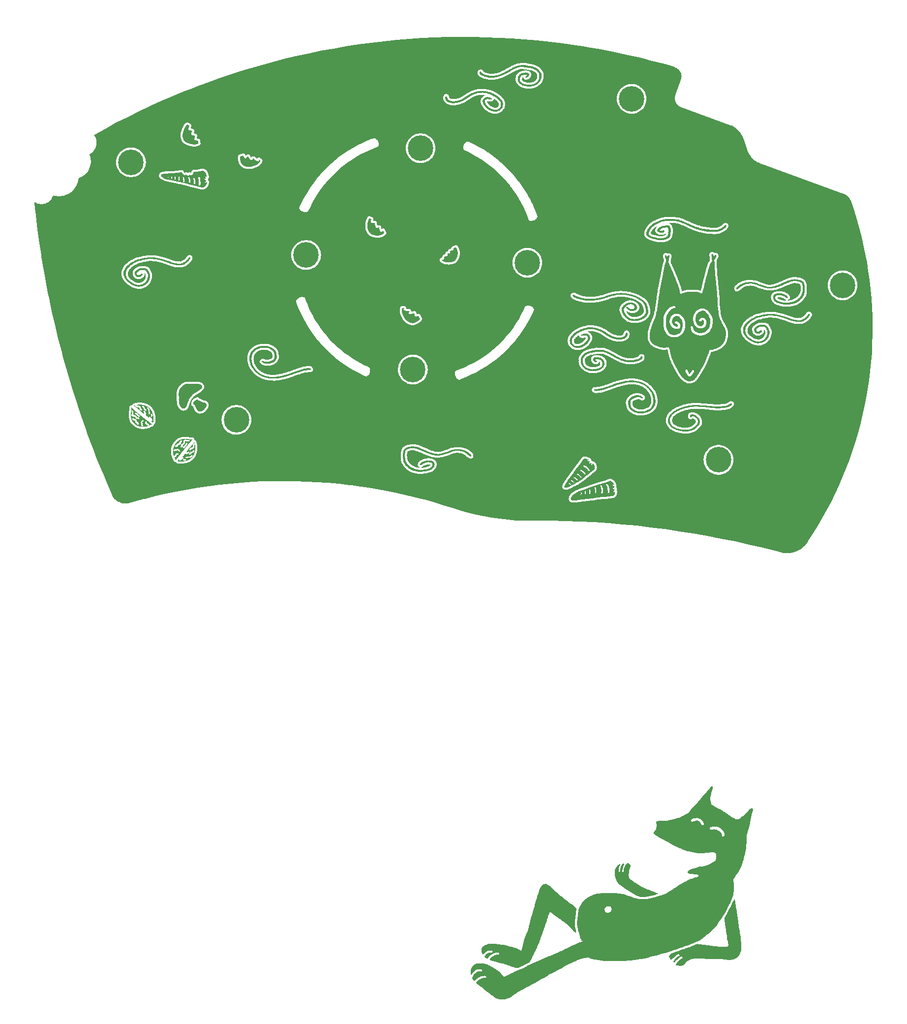
<source format=gbr>
%TF.GenerationSoftware,KiCad,Pcbnew,7.0.10*%
%TF.CreationDate,2024-03-18T13:49:46+01:00*%
%TF.ProjectId,chew_v1_backplate,63686577-5f76-4315-9f62-61636b706c61,rev?*%
%TF.SameCoordinates,Original*%
%TF.FileFunction,Copper,L1,Top*%
%TF.FilePolarity,Positive*%
%FSLAX46Y46*%
G04 Gerber Fmt 4.6, Leading zero omitted, Abs format (unit mm)*
G04 Created by KiCad (PCBNEW 7.0.10) date 2024-03-18 13:49:46*
%MOMM*%
%LPD*%
G01*
G04 APERTURE LIST*
%TA.AperFunction,ComponentPad*%
%ADD10C,4.400000*%
%TD*%
G04 APERTURE END LIST*
%TA.AperFunction,EtchedComponent*%
%TO.C,G\u002A\u002A\u002A*%
G36*
X160441706Y-89408562D02*
G01*
X160477365Y-89448828D01*
X160500683Y-89483110D01*
X160547886Y-89570282D01*
X160585819Y-89666975D01*
X160592420Y-89690210D01*
X160613188Y-89758405D01*
X160633955Y-89804696D01*
X160641957Y-89814158D01*
X160663258Y-89802319D01*
X160693199Y-89757168D01*
X160709986Y-89722849D01*
X160754506Y-89646042D01*
X160809902Y-89580446D01*
X160827835Y-89565245D01*
X160879281Y-89531804D01*
X160918324Y-89526758D01*
X160969229Y-89547222D01*
X160971194Y-89548200D01*
X161030853Y-89584172D01*
X161072784Y-89619888D01*
X161092378Y-89678607D01*
X161082427Y-89763291D01*
X161045203Y-89863708D01*
X161001081Y-89942681D01*
X160960344Y-90012691D01*
X160933664Y-90071062D01*
X160927607Y-90095821D01*
X160913884Y-90138820D01*
X160902740Y-90149830D01*
X160887479Y-90165393D01*
X160866898Y-90199601D01*
X160837699Y-90259131D01*
X160796581Y-90350665D01*
X160747135Y-90464815D01*
X160729752Y-90528543D01*
X160735259Y-90571796D01*
X160746332Y-90609656D01*
X160758330Y-90682193D01*
X160769174Y-90775981D01*
X160772251Y-90810605D01*
X160780919Y-90913169D01*
X160789034Y-91003639D01*
X160795178Y-91066331D01*
X160796397Y-91077154D01*
X160799017Y-91117489D01*
X160802505Y-91198577D01*
X160806604Y-91312986D01*
X160811061Y-91453284D01*
X160815621Y-91612039D01*
X160818678Y-91727818D01*
X160824063Y-91908607D01*
X160830838Y-92088667D01*
X160838500Y-92257414D01*
X160846546Y-92404266D01*
X160854476Y-92518640D01*
X160858126Y-92559222D01*
X160870580Y-92693276D01*
X160882327Y-92838803D01*
X160891347Y-92970209D01*
X160893325Y-93005048D01*
X160901507Y-93118567D01*
X160913236Y-93230699D01*
X160926189Y-93319775D01*
X160928207Y-93330380D01*
X160940764Y-93407775D01*
X160956001Y-93525153D01*
X160973084Y-93674425D01*
X160991183Y-93847507D01*
X161009465Y-94036309D01*
X161027097Y-94232746D01*
X161043248Y-94428730D01*
X161049131Y-94505512D01*
X161059896Y-94633156D01*
X161072183Y-94753167D01*
X161084478Y-94852042D01*
X161095239Y-94916168D01*
X161107065Y-94992009D01*
X161116485Y-95094770D01*
X161121588Y-95203176D01*
X161121745Y-95211055D01*
X161129033Y-95332877D01*
X161144987Y-95472396D01*
X161166252Y-95600635D01*
X161167700Y-95607704D01*
X161187260Y-95706946D01*
X161202231Y-95792530D01*
X161210172Y-95850148D01*
X161210837Y-95860740D01*
X161213722Y-95909357D01*
X161220643Y-95987627D01*
X161228702Y-96065579D01*
X161233115Y-96125605D01*
X161238048Y-96227272D01*
X161243289Y-96364030D01*
X161248626Y-96529327D01*
X161253846Y-96716614D01*
X161258739Y-96919339D01*
X161263017Y-97126939D01*
X161267301Y-97331761D01*
X161272094Y-97521798D01*
X161277197Y-97691567D01*
X161282409Y-97835590D01*
X161287530Y-97948386D01*
X161292359Y-98024473D01*
X161296697Y-98058372D01*
X161297078Y-98059201D01*
X161305102Y-98092421D01*
X161315040Y-98163887D01*
X161325736Y-98263749D01*
X161336033Y-98382154D01*
X161337973Y-98407613D01*
X161350145Y-98549246D01*
X161365386Y-98694400D01*
X161381705Y-98825569D01*
X161396393Y-98921272D01*
X161413477Y-99034163D01*
X161429780Y-99172072D01*
X161442697Y-99311852D01*
X161446581Y-99367097D01*
X161457148Y-99473652D01*
X161476264Y-99607225D01*
X161501555Y-99755573D01*
X161530645Y-99906452D01*
X161561158Y-100047619D01*
X161590718Y-100166829D01*
X161616949Y-100251839D01*
X161619597Y-100258748D01*
X161634690Y-100310726D01*
X161643679Y-100355142D01*
X161661914Y-100421507D01*
X161688171Y-100485363D01*
X161712855Y-100547441D01*
X161722863Y-100596436D01*
X161733760Y-100638856D01*
X161761992Y-100706589D01*
X161792305Y-100767449D01*
X161941638Y-101045518D01*
X162075884Y-101292615D01*
X162201612Y-101520825D01*
X162204837Y-101526634D01*
X162263718Y-101633927D01*
X162318572Y-101736089D01*
X162362232Y-101819657D01*
X162383081Y-101861525D01*
X162415985Y-101929507D01*
X162442894Y-101982980D01*
X162448686Y-101993852D01*
X162537276Y-102177873D01*
X162620557Y-102395235D01*
X162693047Y-102631082D01*
X162714965Y-102715695D01*
X162750482Y-102935467D01*
X162757996Y-103184309D01*
X162738140Y-103452521D01*
X162691545Y-103730402D01*
X162634057Y-103957894D01*
X162611249Y-104025659D01*
X162589418Y-104075017D01*
X162584608Y-104082624D01*
X162568227Y-104128902D01*
X162568651Y-104142871D01*
X162569317Y-104168001D01*
X162561223Y-104202897D01*
X162540934Y-104257756D01*
X162505021Y-104342775D01*
X162488966Y-104379621D01*
X162415697Y-104539817D01*
X162353319Y-104660991D01*
X162303165Y-104740730D01*
X162271108Y-104774148D01*
X162236726Y-104803225D01*
X162228936Y-104818098D01*
X162213510Y-104845341D01*
X162176052Y-104888160D01*
X162172800Y-104891440D01*
X162126329Y-104941824D01*
X162094479Y-104982905D01*
X162062324Y-105018054D01*
X162000364Y-105073586D01*
X161918080Y-105141958D01*
X161824951Y-105215629D01*
X161730458Y-105287059D01*
X161644079Y-105348705D01*
X161590321Y-105383983D01*
X161510990Y-105429534D01*
X161404682Y-105485787D01*
X161282309Y-105547481D01*
X161154786Y-105609357D01*
X161033025Y-105666155D01*
X160927941Y-105712616D01*
X160850447Y-105743481D01*
X160831213Y-105749818D01*
X160620249Y-105809535D01*
X160445547Y-105852941D01*
X160298637Y-105881665D01*
X160171048Y-105897338D01*
X160054309Y-105901592D01*
X160043582Y-105901464D01*
X159969760Y-105902162D01*
X159929170Y-105912446D01*
X159906880Y-105940010D01*
X159892261Y-105979465D01*
X159870489Y-106052258D01*
X159855114Y-106115259D01*
X159855077Y-106115450D01*
X159836548Y-106170135D01*
X159819633Y-106196096D01*
X159799641Y-106238561D01*
X159794970Y-106274764D01*
X159785325Y-106323864D01*
X159770871Y-106343662D01*
X159751401Y-106377257D01*
X159746624Y-106411356D01*
X159735192Y-106469639D01*
X159707886Y-106536024D01*
X159707657Y-106536452D01*
X159680301Y-106594373D01*
X159644017Y-106680352D01*
X159606081Y-106777056D01*
X159601416Y-106789488D01*
X159563792Y-106890161D01*
X159516292Y-107016988D01*
X159466019Y-107151019D01*
X159434358Y-107235313D01*
X159392950Y-107346137D01*
X159356260Y-107445529D01*
X159328569Y-107521818D01*
X159315022Y-107560645D01*
X159290352Y-107620576D01*
X159253656Y-107694278D01*
X159243551Y-107712638D01*
X159209762Y-107779050D01*
X159188199Y-107833583D01*
X159185420Y-107845181D01*
X159168899Y-107899311D01*
X159160260Y-107916101D01*
X159153216Y-107942570D01*
X159159539Y-107946224D01*
X159157337Y-107958080D01*
X159130838Y-107981606D01*
X159102600Y-108008201D01*
X159103774Y-108017754D01*
X159105216Y-108035202D01*
X159082996Y-108077005D01*
X159077763Y-108084791D01*
X159044213Y-108143418D01*
X159004526Y-108226819D01*
X158975788Y-108295655D01*
X158942850Y-108375912D01*
X158913439Y-108440044D01*
X158896225Y-108470615D01*
X158863056Y-108521019D01*
X158818081Y-108598155D01*
X158770559Y-108685407D01*
X158729750Y-108766158D01*
X158720437Y-108786109D01*
X158681677Y-108856475D01*
X158638473Y-108915443D01*
X158636884Y-108917172D01*
X158602431Y-108963520D01*
X158590036Y-108996356D01*
X158577174Y-109030347D01*
X158543763Y-109089394D01*
X158505691Y-109147873D01*
X158460897Y-109218452D01*
X158430311Y-109277094D01*
X158421345Y-109306021D01*
X158402926Y-109349367D01*
X158389501Y-109360824D01*
X158361774Y-109392310D01*
X158324850Y-109452405D01*
X158300506Y-109499728D01*
X158258541Y-109579149D01*
X158215137Y-109648536D01*
X158195142Y-109674811D01*
X158158404Y-109726948D01*
X158141367Y-109768155D01*
X158121348Y-109815851D01*
X158097835Y-109848006D01*
X158067843Y-109890709D01*
X158059865Y-109914572D01*
X158046679Y-109946902D01*
X158013012Y-110002279D01*
X157987569Y-110038984D01*
X157946077Y-110100694D01*
X157919929Y-110148106D01*
X157915273Y-110163093D01*
X157896778Y-110186496D01*
X157889945Y-110187401D01*
X157865178Y-110207504D01*
X157835795Y-110257278D01*
X157829375Y-110271746D01*
X157802151Y-110326131D01*
X157779031Y-110354785D01*
X157775160Y-110356091D01*
X157754652Y-110375881D01*
X157723243Y-110426406D01*
X157703501Y-110464535D01*
X157669521Y-110526828D01*
X157640984Y-110566044D01*
X157630475Y-110572979D01*
X157606382Y-110592180D01*
X157576692Y-110638440D01*
X157576276Y-110639251D01*
X157532235Y-110707120D01*
X157487859Y-110758593D01*
X157449514Y-110803223D01*
X157433303Y-110836649D01*
X157433300Y-110836914D01*
X157415651Y-110861239D01*
X157409201Y-110862163D01*
X157387821Y-110881682D01*
X157385103Y-110898311D01*
X157371805Y-110930377D01*
X157360465Y-110934459D01*
X157330853Y-110949709D01*
X157278969Y-110989300D01*
X157227923Y-111033923D01*
X157171844Y-111082850D01*
X157132827Y-111111609D01*
X157120017Y-111114534D01*
X157105372Y-111113423D01*
X157077845Y-111133528D01*
X157033144Y-111159054D01*
X156958415Y-111188079D01*
X156879594Y-111211634D01*
X156791882Y-111236113D01*
X156718017Y-111260000D01*
X156677785Y-111276367D01*
X156613602Y-111301004D01*
X156530335Y-111320379D01*
X156442042Y-111332892D01*
X156362781Y-111336945D01*
X156306610Y-111330939D01*
X156288960Y-111320600D01*
X156254882Y-111302979D01*
X156237066Y-111305940D01*
X156199997Y-111299347D01*
X156188728Y-111283484D01*
X156155956Y-111253146D01*
X156130332Y-111247742D01*
X156081297Y-111231009D01*
X156039627Y-111198340D01*
X155984420Y-111158900D01*
X155936269Y-111143630D01*
X155876802Y-111124375D01*
X155793375Y-111079889D01*
X155696526Y-111017875D01*
X155596789Y-110946038D01*
X155504700Y-110872083D01*
X155430795Y-110803714D01*
X155385610Y-110748635D01*
X155379467Y-110736463D01*
X155346137Y-110691827D01*
X155323559Y-110677664D01*
X155281179Y-110648762D01*
X155219766Y-110591890D01*
X155149093Y-110517721D01*
X155078935Y-110436927D01*
X155019065Y-110360178D01*
X154984079Y-110307003D01*
X154934890Y-110231575D01*
X154880369Y-110163257D01*
X154868831Y-110151102D01*
X154822110Y-110092051D01*
X154792965Y-110033004D01*
X154792129Y-110029910D01*
X154773526Y-109985197D01*
X154755735Y-109970513D01*
X154736363Y-109951099D01*
X154734249Y-109936373D01*
X154723452Y-109900341D01*
X154716175Y-109894200D01*
X154686204Y-109865668D01*
X154642951Y-109806788D01*
X154594808Y-109730261D01*
X154550170Y-109648787D01*
X154539373Y-109626672D01*
X154484566Y-109514800D01*
X154443842Y-109442171D01*
X154442847Y-109440885D01*
X155749311Y-109440885D01*
X155767069Y-109532847D01*
X155816099Y-109651621D01*
X155830738Y-109681328D01*
X155871067Y-109765666D01*
X155900894Y-109836150D01*
X155914719Y-109879593D01*
X155915084Y-109883547D01*
X155928771Y-109921575D01*
X155965035Y-109986821D01*
X156016676Y-110068606D01*
X156076497Y-110156247D01*
X156137297Y-110239063D01*
X156191880Y-110306373D01*
X156220343Y-110336493D01*
X156303260Y-110402789D01*
X156389740Y-110452051D01*
X156463851Y-110475578D01*
X156476574Y-110476436D01*
X156528689Y-110465757D01*
X156587557Y-110441620D01*
X156667716Y-110385224D01*
X156762645Y-110295013D01*
X156865348Y-110180174D01*
X156968829Y-110049897D01*
X157066090Y-109913367D01*
X157150136Y-109779773D01*
X157213970Y-109658302D01*
X157245175Y-109578058D01*
X157260113Y-109512398D01*
X157252181Y-109465838D01*
X157224045Y-109421416D01*
X157148628Y-109349644D01*
X157068011Y-109323869D01*
X156988344Y-109343249D01*
X156915779Y-109406942D01*
X156876697Y-109469015D01*
X156836192Y-109539840D01*
X156784935Y-109618029D01*
X156731821Y-109691298D01*
X156685744Y-109747359D01*
X156656118Y-109773707D01*
X156638952Y-109801451D01*
X156638044Y-109810989D01*
X156621909Y-109842776D01*
X156580308Y-109893972D01*
X156540366Y-109935498D01*
X156442688Y-110030759D01*
X156395725Y-109970513D01*
X156362308Y-109921188D01*
X156322593Y-109849377D01*
X156273475Y-109748848D01*
X156211851Y-109613372D01*
X156167545Y-109512638D01*
X156097468Y-109378312D01*
X156025048Y-109290726D01*
X155950937Y-109250251D01*
X155875788Y-109257257D01*
X155805544Y-109306704D01*
X155762308Y-109368062D01*
X155749311Y-109440885D01*
X154442847Y-109440885D01*
X154413660Y-109403168D01*
X154391536Y-109392144D01*
X154376653Y-109382109D01*
X154380592Y-109376288D01*
X154382519Y-109346726D01*
X154374916Y-109334115D01*
X154355729Y-109295757D01*
X154333287Y-109230917D01*
X154325664Y-109204139D01*
X154301437Y-109138048D01*
X154273256Y-109094314D01*
X154263062Y-109087092D01*
X154233659Y-109054665D01*
X154228177Y-109028086D01*
X154219227Y-108990324D01*
X154207867Y-108982467D01*
X154186925Y-108962567D01*
X154155099Y-108911511D01*
X154132722Y-108867998D01*
X154071938Y-108742053D01*
X154025202Y-108647843D01*
X153986371Y-108573341D01*
X153949305Y-108506518D01*
X153938925Y-108488444D01*
X153880393Y-108385451D01*
X153843400Y-108315653D01*
X153824100Y-108271273D01*
X153818648Y-108245168D01*
X153802215Y-108210645D01*
X153770302Y-108175161D01*
X153733597Y-108124909D01*
X153722104Y-108083382D01*
X153712181Y-108035219D01*
X153686702Y-107963316D01*
X153664607Y-107912401D01*
X153619560Y-107814182D01*
X153572606Y-107708848D01*
X153555318Y-107669089D01*
X153521586Y-107592816D01*
X153492136Y-107529939D01*
X153480272Y-107506750D01*
X153460328Y-107453078D01*
X153457019Y-107428430D01*
X153446890Y-107396113D01*
X153438182Y-107391955D01*
X153420470Y-107369609D01*
X153396810Y-107308012D01*
X153369920Y-107215322D01*
X153345813Y-107114820D01*
X153328413Y-107055135D01*
X153310653Y-107017823D01*
X153296968Y-106981463D01*
X153282379Y-106914470D01*
X153274124Y-106861181D01*
X153256656Y-106767307D01*
X153228488Y-106654895D01*
X153200279Y-106562354D01*
X153171922Y-106469608D01*
X153151630Y-106385977D01*
X153143738Y-106329359D01*
X153143736Y-106328814D01*
X153136991Y-106275568D01*
X153122989Y-106249339D01*
X153110450Y-106220362D01*
X153098276Y-106157474D01*
X153089926Y-106083086D01*
X153077442Y-105992111D01*
X153057657Y-105913012D01*
X153039645Y-105871574D01*
X153013706Y-105809695D01*
X152997304Y-105729637D01*
X152995700Y-105711072D01*
X152987681Y-105648487D01*
X152974587Y-105612259D01*
X152968912Y-105608653D01*
X152959503Y-105593336D01*
X152964416Y-105582256D01*
X152966027Y-105540909D01*
X152942815Y-105487436D01*
X152905540Y-105442227D01*
X152883214Y-105428375D01*
X152843926Y-105427579D01*
X152832380Y-105436771D01*
X152804002Y-105448523D01*
X152738259Y-105462610D01*
X152645790Y-105477036D01*
X152565368Y-105486870D01*
X152441568Y-105500938D01*
X152318579Y-105515900D01*
X152214972Y-105529458D01*
X152173765Y-105535364D01*
X152068460Y-105543877D01*
X151957247Y-105541883D01*
X151908679Y-105536645D01*
X151736372Y-105507018D01*
X151569912Y-105473149D01*
X151419815Y-105437533D01*
X151296600Y-105402664D01*
X151211140Y-105371201D01*
X151141597Y-105341546D01*
X151088707Y-105322831D01*
X151072246Y-105319469D01*
X151030723Y-105308844D01*
X151004652Y-105296903D01*
X150962625Y-105278280D01*
X150889479Y-105249527D01*
X150799640Y-105216278D01*
X150782067Y-105209986D01*
X150660232Y-105164720D01*
X150562003Y-105122723D01*
X150464682Y-105073877D01*
X150409965Y-105044109D01*
X150360647Y-105007404D01*
X150310050Y-104957487D01*
X150255621Y-104909598D01*
X150180617Y-104859981D01*
X150148504Y-104842600D01*
X150052237Y-104776337D01*
X150002532Y-104709287D01*
X149962404Y-104641538D01*
X149917195Y-104586908D01*
X149915639Y-104585477D01*
X149879036Y-104543635D01*
X149866255Y-104514453D01*
X149854504Y-104481652D01*
X149823786Y-104421255D01*
X149781671Y-104347894D01*
X149727247Y-104250104D01*
X149686087Y-104155107D01*
X149656287Y-104053549D01*
X149635947Y-103936076D01*
X149623166Y-103793335D01*
X149616041Y-103615973D01*
X149614201Y-103524118D01*
X149614230Y-103361004D01*
X149619565Y-103225800D01*
X149629783Y-103126233D01*
X149638098Y-103086759D01*
X149652481Y-103018918D01*
X149653462Y-102968776D01*
X149650158Y-102958979D01*
X149645319Y-102920150D01*
X149651305Y-102848020D01*
X149665831Y-102755666D01*
X149686615Y-102656169D01*
X149711371Y-102562608D01*
X149728212Y-102511974D01*
X149775479Y-102378046D01*
X149810013Y-102265638D01*
X149828585Y-102185371D01*
X149829590Y-102178385D01*
X149843089Y-102104046D01*
X149863580Y-102022321D01*
X149886556Y-101948324D01*
X149907511Y-101897170D01*
X149917478Y-101883576D01*
X149933704Y-101851966D01*
X149938613Y-101810730D01*
X149949528Y-101751554D01*
X149976726Y-101677564D01*
X149986810Y-101656471D01*
X150017561Y-101579702D01*
X150034098Y-101506305D01*
X150035008Y-101490748D01*
X150040446Y-101437510D01*
X150053082Y-101411468D01*
X150075251Y-101386008D01*
X150107941Y-101333096D01*
X150142198Y-101269365D01*
X150169067Y-101211448D01*
X150179600Y-101176462D01*
X150189018Y-101142687D01*
X150213427Y-101080383D01*
X150227527Y-101048218D01*
X151952143Y-101048218D01*
X151954236Y-101256673D01*
X151961383Y-101458649D01*
X151973556Y-101643268D01*
X151990729Y-101799649D01*
X151998535Y-101849260D01*
X152016523Y-101952165D01*
X152031716Y-102039405D01*
X152041939Y-102098479D01*
X152044640Y-102114346D01*
X152058951Y-102170591D01*
X152064554Y-102186642D01*
X152079286Y-102226909D01*
X152104357Y-102297224D01*
X152133310Y-102379431D01*
X152253339Y-102667872D01*
X152405405Y-102945750D01*
X152452359Y-103013349D01*
X152518523Y-103096232D01*
X152596724Y-103186780D01*
X152679792Y-103277374D01*
X152760554Y-103360396D01*
X152831840Y-103428226D01*
X152886477Y-103473246D01*
X152915802Y-103487970D01*
X152954461Y-103504803D01*
X152975046Y-103524118D01*
X153022214Y-103555033D01*
X153049550Y-103560266D01*
X153096954Y-103571033D01*
X153164988Y-103598222D01*
X153196268Y-103613542D01*
X153282780Y-103650816D01*
X153372973Y-103678339D01*
X153395824Y-103682945D01*
X153470901Y-103689912D01*
X153581964Y-103693430D01*
X153716943Y-103693794D01*
X153863773Y-103691300D01*
X154010385Y-103686242D01*
X154144714Y-103678918D01*
X154254691Y-103669621D01*
X154320440Y-103660304D01*
X154427076Y-103629740D01*
X154555747Y-103579019D01*
X154689388Y-103516164D01*
X154810929Y-103449192D01*
X154902405Y-103386849D01*
X154957003Y-103345900D01*
X154996369Y-103321897D01*
X155004703Y-103319279D01*
X155034851Y-103302292D01*
X155085470Y-103258221D01*
X155146653Y-103197396D01*
X155208490Y-103130152D01*
X155261074Y-103066820D01*
X155294496Y-103017732D01*
X155295253Y-103016291D01*
X155331703Y-102956630D01*
X155367069Y-102914432D01*
X155368191Y-102913479D01*
X155393212Y-102878712D01*
X155429085Y-102811725D01*
X155469177Y-102725213D01*
X155480620Y-102698346D01*
X155523781Y-102596254D01*
X155566415Y-102497615D01*
X155600261Y-102421508D01*
X155604197Y-102412939D01*
X155632525Y-102341288D01*
X155648611Y-102280439D01*
X155649998Y-102265678D01*
X155654692Y-102222693D01*
X155667361Y-102144904D01*
X155685886Y-102044639D01*
X155693644Y-102005671D01*
X156654245Y-102005671D01*
X156655685Y-102030000D01*
X156685363Y-102181123D01*
X156716426Y-102317987D01*
X156746585Y-102431809D01*
X156773553Y-102513807D01*
X156791308Y-102550613D01*
X156820695Y-102604936D01*
X156830833Y-102644175D01*
X156849276Y-102682908D01*
X156902722Y-102748345D01*
X156988344Y-102837323D01*
X157091149Y-102935445D01*
X157148048Y-102980548D01*
X157229529Y-103035731D01*
X157324890Y-103094825D01*
X157423430Y-103151665D01*
X157514447Y-103200081D01*
X157587241Y-103233907D01*
X157631110Y-103246976D01*
X157631705Y-103246983D01*
X157671928Y-103257731D01*
X157732193Y-103284348D01*
X157747278Y-103292180D01*
X157823252Y-103323179D01*
X157930347Y-103354535D01*
X158054797Y-103383546D01*
X158182836Y-103407510D01*
X158300696Y-103423724D01*
X158394610Y-103429485D01*
X158433395Y-103426858D01*
X158481694Y-103418514D01*
X158559448Y-103404685D01*
X158638233Y-103390467D01*
X158728744Y-103372328D01*
X158807046Y-103353694D01*
X158850231Y-103340643D01*
X158908576Y-103323677D01*
X158942087Y-103319279D01*
X158988890Y-103307614D01*
X159065310Y-103276476D01*
X159159916Y-103231656D01*
X159261277Y-103178941D01*
X159357963Y-103124122D01*
X159438542Y-103072986D01*
X159462700Y-103055620D01*
X159551068Y-102989153D01*
X159646252Y-102917968D01*
X159687052Y-102887608D01*
X159750357Y-102832196D01*
X159829981Y-102750588D01*
X159916255Y-102654100D01*
X159999513Y-102554053D01*
X160070086Y-102461763D01*
X160118306Y-102388550D01*
X160126322Y-102373349D01*
X160241536Y-102118409D01*
X160327901Y-101885856D01*
X160388579Y-101662046D01*
X160426731Y-101433333D01*
X160445520Y-101186074D01*
X160448812Y-100981708D01*
X160441802Y-100744230D01*
X160421651Y-100545546D01*
X160386905Y-100377689D01*
X160336107Y-100232694D01*
X160297518Y-100153722D01*
X160245101Y-100056923D01*
X160189100Y-99952886D01*
X160165770Y-99909317D01*
X160117859Y-99825549D01*
X160067637Y-99746638D01*
X160044587Y-99714253D01*
X160007874Y-99660181D01*
X159988606Y-99620298D01*
X159987759Y-99614932D01*
X159972047Y-99586533D01*
X159930690Y-99535013D01*
X159872354Y-99471097D01*
X159867266Y-99465824D01*
X159807914Y-99401113D01*
X159764887Y-99347611D01*
X159746873Y-99316192D01*
X159746772Y-99315004D01*
X159730505Y-99283186D01*
X159689514Y-99232312D01*
X159635520Y-99174461D01*
X159580241Y-99121708D01*
X159535397Y-99086132D01*
X159516710Y-99077913D01*
X159480660Y-99063050D01*
X159444058Y-99035500D01*
X159402185Y-99006226D01*
X159329381Y-98963533D01*
X159238266Y-98914646D01*
X159192503Y-98891483D01*
X159092213Y-98843236D01*
X159015976Y-98813025D01*
X158945324Y-98796352D01*
X158861789Y-98788719D01*
X158758727Y-98785834D01*
X158565204Y-98788627D01*
X158397252Y-98806973D01*
X158241078Y-98844642D01*
X158082888Y-98905407D01*
X157908887Y-98993037D01*
X157822575Y-99041765D01*
X157760746Y-99084167D01*
X157688278Y-99143339D01*
X157616483Y-99208777D01*
X157556673Y-99269983D01*
X157520162Y-99316456D01*
X157514982Y-99327290D01*
X157484504Y-99379025D01*
X157442104Y-99422153D01*
X157401153Y-99464329D01*
X157385103Y-99499540D01*
X157370550Y-99537672D01*
X157334423Y-99591741D01*
X157322726Y-99606220D01*
X157281458Y-99661824D01*
X157257314Y-99706782D01*
X157255398Y-99714082D01*
X157236339Y-99762126D01*
X157223869Y-99780368D01*
X157201046Y-99823810D01*
X157177622Y-99890933D01*
X157172598Y-99909317D01*
X157123390Y-100146099D01*
X157095483Y-100382751D01*
X157089301Y-100608076D01*
X157105271Y-100810878D01*
X157133191Y-100945560D01*
X157157445Y-101038973D01*
X157176836Y-101127495D01*
X157184724Y-101174497D01*
X157191346Y-101220204D01*
X157200973Y-101261100D01*
X157217768Y-101308501D01*
X157245892Y-101373725D01*
X157289509Y-101468086D01*
X157304389Y-101499829D01*
X157353020Y-101597093D01*
X157401390Y-101675357D01*
X157460266Y-101749006D01*
X157540417Y-101832421D01*
X157587898Y-101878514D01*
X157660334Y-101939666D01*
X157747594Y-102001405D01*
X157837124Y-102056135D01*
X157916373Y-102096261D01*
X157972787Y-102114189D01*
X157977922Y-102114494D01*
X158013498Y-102124867D01*
X158060738Y-102146540D01*
X158134613Y-102169868D01*
X158248502Y-102185610D01*
X158394666Y-102192704D01*
X158397247Y-102192741D01*
X158460571Y-102189734D01*
X158540468Y-102180872D01*
X158621991Y-102168516D01*
X158690197Y-102155027D01*
X158730143Y-102142764D01*
X158734522Y-102139476D01*
X158761151Y-102119253D01*
X158817698Y-102086129D01*
X158875164Y-102055856D01*
X159023765Y-101956121D01*
X159143713Y-101824834D01*
X159197649Y-101734934D01*
X159230163Y-101673164D01*
X159257053Y-101628529D01*
X159260465Y-101623851D01*
X159281151Y-101575865D01*
X159302093Y-101490246D01*
X159321585Y-101377516D01*
X159337921Y-101248200D01*
X159349395Y-101112820D01*
X159352340Y-101057022D01*
X159361889Y-100831104D01*
X159272462Y-100695542D01*
X159220928Y-100621203D01*
X159174534Y-100560741D01*
X159145596Y-100529422D01*
X159096825Y-100496412D01*
X159033007Y-100461310D01*
X158969484Y-100431518D01*
X158921595Y-100414441D01*
X158905945Y-100413766D01*
X158875913Y-100413591D01*
X158815627Y-100402990D01*
X158772649Y-100392928D01*
X158629409Y-100376265D01*
X158487201Y-100394721D01*
X158358003Y-100444500D01*
X158253794Y-100521807D01*
X158214721Y-100569721D01*
X158168940Y-100637089D01*
X158128015Y-100695576D01*
X158120494Y-100705982D01*
X158101312Y-100768872D01*
X158114422Y-100844284D01*
X158153179Y-100916335D01*
X158210938Y-100969140D01*
X158235315Y-100980453D01*
X158324420Y-101004117D01*
X158390790Y-100998379D01*
X158448785Y-100958222D01*
X158508086Y-100885181D01*
X158563210Y-100818308D01*
X158617040Y-100768911D01*
X158649726Y-100750757D01*
X158756815Y-100742195D01*
X158842433Y-100776418D01*
X158896191Y-100834173D01*
X158926598Y-100887780D01*
X158941338Y-100943371D01*
X158943746Y-101018874D01*
X158941036Y-101075159D01*
X158926325Y-101237659D01*
X158902406Y-101363779D01*
X158865497Y-101465029D01*
X158811817Y-101552920D01*
X158765754Y-101608769D01*
X158673517Y-101702027D01*
X158589327Y-101761331D01*
X158497462Y-101794655D01*
X158382201Y-101809974D01*
X158367227Y-101810913D01*
X158214357Y-101802147D01*
X158072478Y-101755108D01*
X157934581Y-101666581D01*
X157817901Y-101559061D01*
X157757462Y-101493967D01*
X157713027Y-101437112D01*
X157677888Y-101376054D01*
X157645338Y-101298353D01*
X157608669Y-101191570D01*
X157592089Y-101140246D01*
X157555599Y-101013877D01*
X157525397Y-100885365D01*
X157502968Y-100764237D01*
X157489797Y-100660022D01*
X157487370Y-100582247D01*
X157497171Y-100540442D01*
X157498372Y-100539090D01*
X157505734Y-100510410D01*
X157512502Y-100448470D01*
X157516229Y-100386941D01*
X157527678Y-100254620D01*
X157549208Y-100121523D01*
X157577808Y-100001251D01*
X157610468Y-99907407D01*
X157630758Y-99869449D01*
X157661033Y-99820156D01*
X157674264Y-99789100D01*
X157674287Y-99788521D01*
X157690679Y-99751967D01*
X157734205Y-99692247D01*
X157796383Y-99618672D01*
X157868734Y-99540553D01*
X157942778Y-99467202D01*
X158010036Y-99407929D01*
X158043602Y-99382998D01*
X158264420Y-99256237D01*
X158478774Y-99172467D01*
X158684098Y-99132015D01*
X158877829Y-99135205D01*
X159057400Y-99182363D01*
X159170573Y-99239999D01*
X159222145Y-99281146D01*
X159292027Y-99349270D01*
X159373980Y-99436888D01*
X159461764Y-99536512D01*
X159549138Y-99640658D01*
X159629862Y-99741841D01*
X159697696Y-99832574D01*
X159746398Y-99905372D01*
X159769730Y-99952751D01*
X159770871Y-99960077D01*
X159780097Y-99987086D01*
X159803932Y-100043875D01*
X159827894Y-100097574D01*
X159900964Y-100266509D01*
X159953263Y-100411692D01*
X159989622Y-100550206D01*
X160014870Y-100699137D01*
X160026731Y-100800968D01*
X160033853Y-100906623D01*
X160036347Y-101026316D01*
X160034266Y-101140876D01*
X160027667Y-101231134D01*
X160025458Y-101246793D01*
X160012785Y-101330310D01*
X160000331Y-101420292D01*
X159999395Y-101427533D01*
X159986218Y-101501860D01*
X159963738Y-101602647D01*
X159936079Y-101713751D01*
X159907364Y-101819027D01*
X159881718Y-101902330D01*
X159870132Y-101933605D01*
X159821332Y-102045814D01*
X159779907Y-102129813D01*
X159736666Y-102202653D01*
X159683294Y-102280162D01*
X159611951Y-102376142D01*
X159548060Y-102451661D01*
X159480680Y-102516761D01*
X159398873Y-102581487D01*
X159291697Y-102655883D01*
X159228651Y-102697569D01*
X159056914Y-102801767D01*
X158885125Y-102890693D01*
X158724957Y-102958864D01*
X158588085Y-103000799D01*
X158578500Y-103002854D01*
X158489506Y-103013350D01*
X158372785Y-103016649D01*
X158245803Y-103013350D01*
X158126020Y-103004050D01*
X158030902Y-102989346D01*
X158007596Y-102983317D01*
X157923094Y-102954187D01*
X157824745Y-102915474D01*
X157776047Y-102894470D01*
X157703063Y-102863372D01*
X157647063Y-102842610D01*
X157625431Y-102837306D01*
X157602648Y-102818964D01*
X157601991Y-102813330D01*
X157582038Y-102790013D01*
X157531245Y-102757490D01*
X157495655Y-102739371D01*
X157405214Y-102684853D01*
X157313863Y-102610187D01*
X157234877Y-102528056D01*
X157181535Y-102451142D01*
X157172359Y-102430553D01*
X157151138Y-102366739D01*
X157122613Y-102273247D01*
X157091683Y-102167025D01*
X157063249Y-102065021D01*
X157042211Y-101984185D01*
X157037583Y-101964396D01*
X157008486Y-101897933D01*
X156970911Y-101850227D01*
X156907094Y-101810557D01*
X156826458Y-101784796D01*
X156751538Y-101778950D01*
X156724972Y-101784688D01*
X156702694Y-101813435D01*
X156680065Y-101871937D01*
X156662209Y-101942059D01*
X156654245Y-102005671D01*
X155693644Y-102005671D01*
X155701326Y-101967084D01*
X155723082Y-101855421D01*
X155736110Y-101766706D01*
X155741082Y-101684854D01*
X155738667Y-101593777D01*
X155729536Y-101477390D01*
X155724136Y-101419965D01*
X155702815Y-101246820D01*
X155672409Y-101066014D01*
X155635638Y-100889943D01*
X155595220Y-100731003D01*
X155553874Y-100601591D01*
X155533792Y-100552030D01*
X155494539Y-100479736D01*
X155439775Y-100396006D01*
X155409011Y-100354465D01*
X155340330Y-100273329D01*
X155252646Y-100179299D01*
X155154535Y-100080555D01*
X155054569Y-99985276D01*
X154961324Y-99901642D01*
X154883373Y-99837833D01*
X154830643Y-99802697D01*
X154651529Y-99733351D01*
X154446561Y-99689025D01*
X154233116Y-99673428D01*
X154225164Y-99673451D01*
X153998244Y-99692608D01*
X153793859Y-99749824D01*
X153600625Y-99848917D01*
X153505216Y-99914924D01*
X153438518Y-99971645D01*
X153369286Y-100041262D01*
X153306976Y-100112840D01*
X153261046Y-100175444D01*
X153240954Y-100218141D01*
X153240735Y-100220702D01*
X153226163Y-100255789D01*
X153208120Y-100280949D01*
X153175313Y-100340384D01*
X153138375Y-100444088D01*
X153098441Y-100588421D01*
X153058830Y-100759546D01*
X153031461Y-100953642D01*
X153037600Y-101137993D01*
X153079095Y-101323092D01*
X153157795Y-101519435D01*
X153211112Y-101624061D01*
X153248798Y-101682002D01*
X153307673Y-101760377D01*
X153376012Y-101844784D01*
X153442092Y-101920819D01*
X153494188Y-101974080D01*
X153500513Y-101979585D01*
X153538161Y-102012577D01*
X153591458Y-102060853D01*
X153603764Y-102072173D01*
X153656148Y-102114345D01*
X153697592Y-102137235D01*
X153704861Y-102138593D01*
X153745808Y-102149176D01*
X153801190Y-102173709D01*
X153974752Y-102240521D01*
X154170866Y-102275158D01*
X154345737Y-102276910D01*
X154492582Y-102258767D01*
X154604894Y-102224200D01*
X154694912Y-102168417D01*
X154745500Y-102120426D01*
X154802682Y-102035955D01*
X154847093Y-101927281D01*
X154875479Y-101809349D01*
X154884587Y-101697104D01*
X154871165Y-101605493D01*
X154862211Y-101584175D01*
X154838452Y-101522643D01*
X154830792Y-101478575D01*
X154818426Y-101428937D01*
X154788150Y-101364928D01*
X154781071Y-101353012D01*
X154734163Y-101293134D01*
X154667124Y-101226462D01*
X154591690Y-101162591D01*
X154519594Y-101111118D01*
X154462572Y-101081637D01*
X154444867Y-101078103D01*
X154394515Y-101060729D01*
X154372769Y-101041955D01*
X154319679Y-101011647D01*
X154239752Y-101003578D01*
X154146071Y-101014387D01*
X154051719Y-101040711D01*
X153969777Y-101079191D01*
X153913329Y-101126465D01*
X153895748Y-101164512D01*
X153906921Y-101239518D01*
X153962462Y-101300991D01*
X154060064Y-101347423D01*
X154197422Y-101377304D01*
X154226181Y-101380807D01*
X154288700Y-101392283D01*
X154331273Y-101417302D01*
X154364885Y-101466708D01*
X154400523Y-101551347D01*
X154401480Y-101553864D01*
X154440591Y-101689234D01*
X154443493Y-101793411D01*
X154410400Y-101866012D01*
X154341530Y-101906656D01*
X154237096Y-101914961D01*
X154199887Y-101911225D01*
X154032331Y-101866153D01*
X153876039Y-101776345D01*
X153729665Y-101640812D01*
X153600169Y-101471226D01*
X153512701Y-101320588D01*
X153461518Y-101180593D01*
X153442878Y-101035040D01*
X153453039Y-100867725D01*
X153455868Y-100846474D01*
X153470777Y-100754534D01*
X153486703Y-100680370D01*
X153500607Y-100637740D01*
X153502736Y-100634382D01*
X153522411Y-100593409D01*
X153539919Y-100532487D01*
X153572287Y-100459004D01*
X153635947Y-100370966D01*
X153720940Y-100278751D01*
X153817311Y-100192737D01*
X153915102Y-100123302D01*
X153952560Y-100102406D01*
X154045269Y-100060902D01*
X154129203Y-100039227D01*
X154229201Y-100031686D01*
X154262667Y-100031334D01*
X154374754Y-100037234D01*
X154473512Y-100058596D01*
X154567411Y-100100144D01*
X154664922Y-100166603D01*
X154774514Y-100262698D01*
X154896871Y-100385053D01*
X154964336Y-100458194D01*
X155020761Y-100524968D01*
X155055470Y-100572634D01*
X155058402Y-100577842D01*
X155093775Y-100640696D01*
X155125666Y-100692524D01*
X155147681Y-100743164D01*
X155175118Y-100831061D01*
X155205559Y-100945917D01*
X155236587Y-101077435D01*
X155265784Y-101215315D01*
X155290733Y-101349260D01*
X155309018Y-101468972D01*
X155310303Y-101479097D01*
X155315994Y-101666517D01*
X155291908Y-101878136D01*
X155240236Y-102102086D01*
X155163172Y-102326498D01*
X155146194Y-102367382D01*
X155124848Y-102418698D01*
X155095080Y-102491798D01*
X155082105Y-102524023D01*
X155047627Y-102599922D01*
X155011944Y-102663545D01*
X154999802Y-102680664D01*
X154960097Y-102738449D01*
X154925986Y-102798696D01*
X154887877Y-102851264D01*
X154822847Y-102919572D01*
X154742888Y-102993132D01*
X154659990Y-103061453D01*
X154586145Y-103114047D01*
X154536302Y-103139589D01*
X154478431Y-103163943D01*
X154448960Y-103182355D01*
X154392227Y-103213575D01*
X154299870Y-103248592D01*
X154183842Y-103283494D01*
X154056095Y-103314372D01*
X154027205Y-103320316D01*
X153931967Y-103335607D01*
X153839515Y-103340866D01*
X153732204Y-103336297D01*
X153618209Y-103325075D01*
X153459053Y-103302025D01*
X153333530Y-103269542D01*
X153227179Y-103221365D01*
X153125540Y-103151237D01*
X153035426Y-103072828D01*
X152865396Y-102884694D01*
X152721332Y-102659034D01*
X152601852Y-102393617D01*
X152583497Y-102343283D01*
X152528046Y-102184639D01*
X152486862Y-102061057D01*
X152457409Y-101962422D01*
X152437153Y-101878621D01*
X152423558Y-101799542D01*
X152414090Y-101715070D01*
X152408354Y-101644561D01*
X152400044Y-101546477D01*
X152391414Y-101467160D01*
X152383852Y-101418554D01*
X152381135Y-101409832D01*
X152377018Y-101380364D01*
X152373441Y-101312037D01*
X152370730Y-101214188D01*
X152369205Y-101096155D01*
X152369034Y-101060261D01*
X152371262Y-100909780D01*
X152378229Y-100757904D01*
X152389044Y-100613553D01*
X152402818Y-100485644D01*
X152418661Y-100383098D01*
X152435682Y-100314832D01*
X152445401Y-100294896D01*
X152461381Y-100260969D01*
X152485654Y-100194900D01*
X152513037Y-100110820D01*
X152513718Y-100108606D01*
X152601612Y-99867381D01*
X152714218Y-99643156D01*
X152859331Y-99421503D01*
X152947356Y-99306076D01*
X152972008Y-99273420D01*
X153013696Y-99216754D01*
X153043572Y-99175687D01*
X153190205Y-99013171D01*
X153368819Y-98881882D01*
X153570841Y-98787003D01*
X153770302Y-98736282D01*
X153897984Y-98704238D01*
X153989558Y-98655865D01*
X154042316Y-98595092D01*
X154053550Y-98525848D01*
X154020554Y-98452063D01*
X153989800Y-98417700D01*
X153923122Y-98373010D01*
X153836401Y-98351900D01*
X153722022Y-98353671D01*
X153572371Y-98377625D01*
X153566350Y-98378867D01*
X153483026Y-98402897D01*
X153373024Y-98443612D01*
X153251815Y-98494327D01*
X153134872Y-98548355D01*
X153037667Y-98599011D01*
X152992694Y-98626757D01*
X152925200Y-98681053D01*
X152843575Y-98758376D01*
X152754368Y-98851095D01*
X152664128Y-98951577D01*
X152579405Y-99052190D01*
X152506747Y-99145303D01*
X152452705Y-99223282D01*
X152423826Y-99278496D01*
X152420776Y-99293234D01*
X152402684Y-99324605D01*
X152387893Y-99335776D01*
X152356145Y-99368879D01*
X152319667Y-99426051D01*
X152312691Y-99439393D01*
X152277406Y-99504290D01*
X152245522Y-99554491D01*
X152241412Y-99559886D01*
X152217033Y-99604325D01*
X152189685Y-99673733D01*
X152179731Y-99704478D01*
X152156646Y-99774383D01*
X152136240Y-99825338D01*
X152129842Y-99837021D01*
X152112424Y-99878400D01*
X152088225Y-99960115D01*
X152059049Y-100075077D01*
X152026703Y-100216197D01*
X151994851Y-100367192D01*
X151976458Y-100492770D01*
X151963227Y-100655387D01*
X151955131Y-100844163D01*
X151952143Y-101048218D01*
X150227527Y-101048218D01*
X150239846Y-101020114D01*
X150272117Y-100945496D01*
X150293981Y-100887157D01*
X150300093Y-100862432D01*
X150310677Y-100820653D01*
X150322517Y-100794616D01*
X150342670Y-100750540D01*
X150372380Y-100678286D01*
X150399607Y-100608179D01*
X150433771Y-100527595D01*
X150467648Y-100463430D01*
X150490233Y-100433463D01*
X150512119Y-100409226D01*
X150508919Y-100403340D01*
X150506861Y-100384949D01*
X150524542Y-100339914D01*
X150528367Y-100332327D01*
X150556938Y-100269037D01*
X150573563Y-100217858D01*
X150590936Y-100156546D01*
X150600423Y-100131870D01*
X150610103Y-100072730D01*
X150606290Y-100041466D01*
X150603794Y-100008336D01*
X150612883Y-100005407D01*
X150634761Y-99994360D01*
X150658581Y-99936335D01*
X150683892Y-99832493D01*
X150687811Y-99812922D01*
X150703927Y-99736705D01*
X150726325Y-99638088D01*
X150744960Y-99559886D01*
X150805876Y-99305639D01*
X150853730Y-99094579D01*
X150889121Y-98923671D01*
X150912651Y-98789882D01*
X150924921Y-98690180D01*
X150927141Y-98640575D01*
X150930959Y-98566999D01*
X150941771Y-98458866D01*
X150958060Y-98329055D01*
X150978307Y-98190451D01*
X150985340Y-98146552D01*
X151007675Y-98006756D01*
X151028375Y-97870720D01*
X151045492Y-97751695D01*
X151057078Y-97662929D01*
X151059198Y-97644042D01*
X151072005Y-97538785D01*
X151087894Y-97430163D01*
X151096619Y-97378957D01*
X151108020Y-97304569D01*
X151121397Y-97197961D01*
X151134869Y-97074954D01*
X151143914Y-96981328D01*
X151156471Y-96859445D01*
X151173102Y-96722407D01*
X151192437Y-96579117D01*
X151213109Y-96438480D01*
X151233750Y-96309402D01*
X151252990Y-96200786D01*
X151269462Y-96121537D01*
X151281797Y-96080560D01*
X151282544Y-96079234D01*
X151291685Y-96044930D01*
X151302496Y-95975451D01*
X151313083Y-95883691D01*
X151316363Y-95848944D01*
X151329463Y-95704908D01*
X151339819Y-95601187D01*
X151348527Y-95530050D01*
X151356683Y-95483767D01*
X151365384Y-95454608D01*
X151374888Y-95436140D01*
X151388081Y-95395871D01*
X151401421Y-95323956D01*
X151410931Y-95246224D01*
X151425306Y-95142654D01*
X151448994Y-95019068D01*
X151476986Y-94901471D01*
X151478251Y-94896793D01*
X151545387Y-94625930D01*
X151590839Y-94383764D01*
X151615739Y-94173833D01*
X151625827Y-94079955D01*
X151638095Y-94003812D01*
X151650246Y-93958973D01*
X151652874Y-93954397D01*
X151671287Y-93912105D01*
X151682985Y-93858002D01*
X151693162Y-93799065D01*
X151710947Y-93712386D01*
X151731837Y-93619564D01*
X151767099Y-93468253D01*
X151793929Y-93348114D01*
X151815449Y-93243530D01*
X151834784Y-93138881D01*
X151855056Y-93018548D01*
X151867806Y-92939583D01*
X151890084Y-92805198D01*
X151914303Y-92666827D01*
X151937074Y-92543474D01*
X151950622Y-92474877D01*
X151972775Y-92366146D01*
X151994499Y-92256985D01*
X152010591Y-92173643D01*
X152049314Y-91968616D01*
X152080751Y-91805388D01*
X152106049Y-91678303D01*
X152126354Y-91581708D01*
X152142815Y-91509946D01*
X152154066Y-91466325D01*
X152168710Y-91400635D01*
X152172172Y-91356393D01*
X152169533Y-91348049D01*
X152169986Y-91320799D01*
X152178153Y-91308063D01*
X152194620Y-91273124D01*
X152218034Y-91204991D01*
X152243797Y-91117262D01*
X152248178Y-91101007D01*
X152278041Y-90997837D01*
X152310704Y-90899042D01*
X152339225Y-90825577D01*
X152339883Y-90824118D01*
X152369440Y-90734745D01*
X152386614Y-90637116D01*
X152387776Y-90619279D01*
X152394350Y-90532256D01*
X152405477Y-90451333D01*
X152408716Y-90435097D01*
X152408045Y-90335044D01*
X152389858Y-90278456D01*
X152325150Y-90115026D01*
X152278598Y-89962601D01*
X152251570Y-89828468D01*
X152245434Y-89719914D01*
X152261558Y-89644225D01*
X152268572Y-89632212D01*
X152320713Y-89591691D01*
X152385767Y-89590072D01*
X152455926Y-89622739D01*
X152523384Y-89685076D01*
X152580335Y-89772468D01*
X152604865Y-89831033D01*
X152628023Y-89864310D01*
X152652460Y-89858012D01*
X152667827Y-89819338D01*
X152668647Y-89786677D01*
X152674221Y-89718277D01*
X152709088Y-89675666D01*
X152781378Y-89650591D01*
X152807303Y-89645926D01*
X152911426Y-89643738D01*
X152987356Y-89672259D01*
X153029635Y-89728278D01*
X153036367Y-89780688D01*
X153023243Y-89863053D01*
X153001415Y-89932467D01*
X152982725Y-89984847D01*
X152956525Y-90068795D01*
X152927204Y-90169175D01*
X152899151Y-90270850D01*
X152876758Y-90358684D01*
X152872512Y-90376913D01*
X152875459Y-90407392D01*
X152886744Y-90463132D01*
X152887751Y-90467418D01*
X152892836Y-90536924D01*
X152864934Y-90599559D01*
X152855471Y-90612883D01*
X152823190Y-90663453D01*
X152819866Y-90703158D01*
X152840390Y-90752695D01*
X152867565Y-90819914D01*
X152895032Y-90906811D01*
X152904926Y-90944611D01*
X152928187Y-91021576D01*
X152962123Y-91110815D01*
X153001488Y-91201099D01*
X153041039Y-91281199D01*
X153075531Y-91339887D01*
X153099719Y-91365934D01*
X153101895Y-91366338D01*
X153111739Y-91381356D01*
X153107772Y-91390140D01*
X153110680Y-91421512D01*
X153131320Y-91484108D01*
X153165613Y-91566173D01*
X153178646Y-91594293D01*
X153218163Y-91680016D01*
X153248021Y-91749448D01*
X153263253Y-91790877D01*
X153264230Y-91796178D01*
X153277839Y-91828902D01*
X153309329Y-91875185D01*
X153340452Y-91926246D01*
X153379454Y-92005900D01*
X153418120Y-92097311D01*
X153419688Y-92101347D01*
X153465762Y-92215273D01*
X153520077Y-92342222D01*
X153563537Y-92438729D01*
X153604391Y-92530738D01*
X153638401Y-92615106D01*
X153658715Y-92674751D01*
X153659618Y-92678246D01*
X153687201Y-92750737D01*
X153723707Y-92814508D01*
X153755958Y-92867860D01*
X153770261Y-92907461D01*
X153770302Y-92908731D01*
X153779647Y-92949077D01*
X153802372Y-93008354D01*
X153804651Y-93013455D01*
X153869844Y-93158801D01*
X153918426Y-93270442D01*
X153954455Y-93358212D01*
X153981988Y-93431948D01*
X154002018Y-93491796D01*
X154028524Y-93568035D01*
X154052954Y-93626901D01*
X154064613Y-93647878D01*
X154081139Y-93689118D01*
X154094078Y-93754873D01*
X154095796Y-93769804D01*
X154112693Y-93839155D01*
X154147769Y-93929020D01*
X154190741Y-94014915D01*
X154233677Y-94099167D01*
X154264406Y-94175288D01*
X154276371Y-94226997D01*
X154276374Y-94227526D01*
X154288821Y-94290352D01*
X154319024Y-94359684D01*
X154321427Y-94363778D01*
X154356664Y-94432483D01*
X154393988Y-94519871D01*
X154408707Y-94559412D01*
X154440373Y-94646051D01*
X154472091Y-94727147D01*
X154484148Y-94755843D01*
X154506929Y-94815937D01*
X154517300Y-94859102D01*
X154517361Y-94861006D01*
X154527704Y-94899793D01*
X154553422Y-94960023D01*
X154562269Y-94977858D01*
X154596583Y-95051516D01*
X154626461Y-95133070D01*
X154655657Y-95234559D01*
X154687924Y-95368024D01*
X154698499Y-95414915D01*
X154721436Y-95512132D01*
X154744073Y-95598787D01*
X154761804Y-95657331D01*
X154762946Y-95660472D01*
X154775926Y-95715254D01*
X154772512Y-95748874D01*
X154770391Y-95783285D01*
X154779815Y-95848334D01*
X154794289Y-95912033D01*
X154814892Y-96008021D01*
X154828239Y-96102543D01*
X154831012Y-96148963D01*
X154836483Y-96237943D01*
X154856367Y-96284418D01*
X154897143Y-96293425D01*
X154965289Y-96269998D01*
X154978740Y-96263778D01*
X155215046Y-96164199D01*
X155480565Y-96072515D01*
X155756371Y-95994336D01*
X156023532Y-95935270D01*
X156164638Y-95912313D01*
X156277174Y-95897953D01*
X156372030Y-95887898D01*
X156439187Y-95883069D01*
X156468578Y-95884360D01*
X156496540Y-95887369D01*
X156566367Y-95890233D01*
X156671727Y-95892830D01*
X156806287Y-95895034D01*
X156963714Y-95896723D01*
X157137675Y-95897772D01*
X157158872Y-95897847D01*
X157365007Y-95898960D01*
X157528060Y-95900959D01*
X157653141Y-95904105D01*
X157745362Y-95908661D01*
X157809832Y-95914888D01*
X157851662Y-95923047D01*
X157875964Y-95933399D01*
X157877707Y-95934624D01*
X157931138Y-95962188D01*
X157964937Y-95969184D01*
X158029617Y-95979358D01*
X158120813Y-96005935D01*
X158222326Y-96042995D01*
X158317955Y-96084618D01*
X158391502Y-96124885D01*
X158392049Y-96125246D01*
X158464670Y-96164937D01*
X158533968Y-96189782D01*
X158554230Y-96193137D01*
X158581038Y-96194290D01*
X158601683Y-96188712D01*
X158619065Y-96169727D01*
X158636086Y-96130657D01*
X158655648Y-96064824D01*
X158680653Y-95965551D01*
X158714003Y-95826160D01*
X158714376Y-95824592D01*
X158733768Y-95754171D01*
X158752536Y-95703166D01*
X158758785Y-95692050D01*
X158773830Y-95654920D01*
X158789727Y-95589973D01*
X158795089Y-95560673D01*
X158816998Y-95466159D01*
X158848243Y-95371006D01*
X158854423Y-95355834D01*
X158907456Y-95191360D01*
X158942669Y-94993188D01*
X158955889Y-94924424D01*
X158977910Y-94839732D01*
X158986174Y-94812448D01*
X159009889Y-94721553D01*
X159030393Y-94616252D01*
X159036893Y-94571461D01*
X159052654Y-94479172D01*
X159074423Y-94392856D01*
X159086402Y-94358446D01*
X159107995Y-94291493D01*
X159130594Y-94198883D01*
X159146329Y-94117460D01*
X159180272Y-93952204D01*
X159223832Y-93796674D01*
X159262416Y-93691860D01*
X159279455Y-93640161D01*
X159299271Y-93563726D01*
X159308324Y-93523169D01*
X159341536Y-93369912D01*
X159375089Y-93223899D01*
X159406511Y-93095261D01*
X159433333Y-92994131D01*
X159452307Y-92932752D01*
X159487767Y-92823295D01*
X159526707Y-92683808D01*
X159564554Y-92531783D01*
X159596735Y-92384709D01*
X159600348Y-92366433D01*
X159622827Y-92260326D01*
X159646370Y-92164252D01*
X159667009Y-92093939D01*
X159673264Y-92077249D01*
X159782881Y-91797210D01*
X159860392Y-91549875D01*
X159904548Y-91342239D01*
X159936822Y-91212854D01*
X159997138Y-91082175D01*
X160089869Y-90942554D01*
X160219388Y-90786345D01*
X160227837Y-90776930D01*
X160303127Y-90691171D01*
X160364758Y-90616853D01*
X160406353Y-90561960D01*
X160421535Y-90534523D01*
X160405346Y-90500824D01*
X160365831Y-90454961D01*
X160360466Y-90449816D01*
X160317137Y-90394590D01*
X160311537Y-90338027D01*
X160313083Y-90330130D01*
X160315212Y-90274156D01*
X160307025Y-90191001D01*
X160293014Y-90112191D01*
X160276354Y-90018034D01*
X160262153Y-89905608D01*
X160251027Y-89785391D01*
X160243590Y-89667864D01*
X160240459Y-89563504D01*
X160242248Y-89482793D01*
X160249573Y-89436208D01*
X160252975Y-89430421D01*
X160282479Y-89418594D01*
X160339565Y-89404780D01*
X160350836Y-89402594D01*
X160405132Y-89396160D01*
X160441706Y-89408562D01*
G37*
%TD.AperFunction*%
%TA.AperFunction,EtchedComponent*%
G36*
X177116645Y-99690672D02*
G01*
X177159406Y-99731933D01*
X177182122Y-99780696D01*
X177190731Y-99833192D01*
X177185518Y-99874554D01*
X177166767Y-99889915D01*
X177156458Y-99886033D01*
X177136268Y-99896153D01*
X177120883Y-99932728D01*
X177090611Y-99996903D01*
X177060401Y-100033416D01*
X177023763Y-100086182D01*
X176999794Y-100154862D01*
X176974461Y-100220177D01*
X176939076Y-100249572D01*
X176901552Y-100268996D01*
X176893406Y-100281472D01*
X176877513Y-100313020D01*
X176837844Y-100363247D01*
X176786412Y-100419381D01*
X176735232Y-100468650D01*
X176696319Y-100498280D01*
X176686152Y-100501806D01*
X176655099Y-100521819D01*
X176640388Y-100549947D01*
X176606774Y-100592764D01*
X176566468Y-100612806D01*
X176522041Y-100634241D01*
X176507827Y-100656987D01*
X176488139Y-100687016D01*
X176441556Y-100717158D01*
X176340228Y-100764939D01*
X176276176Y-100797857D01*
X176242466Y-100820248D01*
X176232166Y-100836452D01*
X176235109Y-100846332D01*
X176234440Y-100859330D01*
X176224309Y-100854738D01*
X176187538Y-100855493D01*
X176166364Y-100869370D01*
X176113825Y-100906644D01*
X176042673Y-100943236D01*
X175976252Y-100967877D01*
X175953558Y-100972106D01*
X175869181Y-100992996D01*
X175756116Y-101043349D01*
X175705955Y-101062511D01*
X175683292Y-101052028D01*
X175681714Y-101048142D01*
X175663656Y-101033773D01*
X175633200Y-101052125D01*
X175591125Y-101071753D01*
X175569035Y-101068777D01*
X175545979Y-101067565D01*
X175543880Y-101074916D01*
X175521697Y-101082739D01*
X175462636Y-101087792D01*
X175377927Y-101090204D01*
X175278803Y-101090104D01*
X175176496Y-101087621D01*
X175082236Y-101082883D01*
X175007255Y-101076019D01*
X174966022Y-101068286D01*
X174911957Y-101065848D01*
X174883923Y-101077886D01*
X174847776Y-101088079D01*
X174788193Y-101071305D01*
X174751642Y-101054784D01*
X174634968Y-101017480D01*
X174530841Y-101014225D01*
X174462537Y-101015382D01*
X174419242Y-101009186D01*
X174411243Y-101002574D01*
X174390102Y-100979276D01*
X174337190Y-100954226D01*
X174268270Y-100933629D01*
X174213240Y-100924620D01*
X174149883Y-100909168D01*
X174111128Y-100888312D01*
X174064122Y-100869063D01*
X174038792Y-100871586D01*
X173999341Y-100870630D01*
X173987850Y-100860590D01*
X173955532Y-100845750D01*
X173938517Y-100848977D01*
X173897110Y-100846321D01*
X173836730Y-100823437D01*
X173820145Y-100814706D01*
X173736858Y-100778409D01*
X173646426Y-100753173D01*
X173638152Y-100751737D01*
X173567154Y-100733540D01*
X173513694Y-100708024D01*
X173505925Y-100701584D01*
X173478444Y-100680729D01*
X173471395Y-100683775D01*
X173456579Y-100685106D01*
X173436302Y-100671372D01*
X173395343Y-100654050D01*
X173376056Y-100657794D01*
X173353006Y-100658881D01*
X173350901Y-100651435D01*
X173330290Y-100631998D01*
X173276250Y-100602080D01*
X173200469Y-100568148D01*
X173200285Y-100568073D01*
X173093332Y-100524662D01*
X173020634Y-100496166D01*
X172971897Y-100479103D01*
X172936828Y-100469990D01*
X172905133Y-100465346D01*
X172893026Y-100464141D01*
X172830507Y-100455650D01*
X172771592Y-100439582D01*
X172695906Y-100409936D01*
X172667171Y-100397622D01*
X172601274Y-100372177D01*
X172551101Y-100358161D01*
X172542075Y-100357213D01*
X172501839Y-100340538D01*
X172494780Y-100332114D01*
X172462986Y-100318217D01*
X172403443Y-100315063D01*
X172385779Y-100316363D01*
X172330074Y-100317861D01*
X172304157Y-100310272D01*
X172304460Y-100306021D01*
X172293712Y-100286244D01*
X172241592Y-100267937D01*
X172154918Y-100253366D01*
X172141369Y-100251854D01*
X172079533Y-100236519D01*
X172042757Y-100216965D01*
X172008023Y-100199752D01*
X171995198Y-100202734D01*
X171966473Y-100202766D01*
X171925119Y-100185610D01*
X171872550Y-100159701D01*
X171820222Y-100143478D01*
X171750421Y-100132642D01*
X171678016Y-100125642D01*
X171602107Y-100114583D01*
X171544173Y-100098160D01*
X171528209Y-100089437D01*
X171484295Y-100072304D01*
X171465990Y-100074340D01*
X171421460Y-100074570D01*
X171374810Y-100062308D01*
X171314207Y-100044111D01*
X171235861Y-100030460D01*
X171130496Y-100020245D01*
X170988836Y-100012354D01*
X170941034Y-100010396D01*
X170846607Y-100006266D01*
X170772096Y-100002096D01*
X170729441Y-99998592D01*
X170724146Y-99997614D01*
X170689548Y-99992959D01*
X170618577Y-99989602D01*
X170521013Y-99987493D01*
X170406638Y-99986585D01*
X170285233Y-99986829D01*
X170166579Y-99988176D01*
X170060458Y-99990577D01*
X169976651Y-99993983D01*
X169924939Y-99998347D01*
X169913185Y-100001649D01*
X169882615Y-100013791D01*
X169866796Y-100010409D01*
X169823827Y-100010643D01*
X169761882Y-100027867D01*
X169752481Y-100031625D01*
X169687091Y-100050538D01*
X169593756Y-100067495D01*
X169492830Y-100078809D01*
X169315152Y-100093931D01*
X169183181Y-100109626D01*
X169094425Y-100126267D01*
X169046396Y-100144231D01*
X169043264Y-100146483D01*
X169017323Y-100160039D01*
X169013140Y-100156182D01*
X168993406Y-100156050D01*
X168943309Y-100171754D01*
X168910721Y-100184539D01*
X168840978Y-100209818D01*
X168785781Y-100223504D01*
X168772154Y-100224376D01*
X168720634Y-100235234D01*
X168707488Y-100242884D01*
X168666026Y-100259766D01*
X168600492Y-100274168D01*
X168586995Y-100276119D01*
X168476067Y-100291081D01*
X168406918Y-100301491D01*
X168373444Y-100308307D01*
X168368501Y-100310368D01*
X168364071Y-100313285D01*
X168352558Y-100317084D01*
X168323656Y-100324393D01*
X168267062Y-100337839D01*
X168187761Y-100356462D01*
X168113990Y-100376171D01*
X168063728Y-100394182D01*
X168049193Y-100404485D01*
X168028521Y-100420495D01*
X167975306Y-100445261D01*
X167926195Y-100464218D01*
X167830637Y-100507270D01*
X167732471Y-100564506D01*
X167697049Y-100589472D01*
X167634528Y-100634294D01*
X167586195Y-100663719D01*
X167568287Y-100670496D01*
X167530391Y-100682682D01*
X167463509Y-100715148D01*
X167378968Y-100761762D01*
X167288094Y-100816387D01*
X167231977Y-100852631D01*
X167153771Y-100903806D01*
X167078322Y-100951635D01*
X167051237Y-100968220D01*
X166986913Y-101012502D01*
X166934719Y-101057510D01*
X166933691Y-101058590D01*
X166893551Y-101093117D01*
X166868804Y-101104272D01*
X166841482Y-101120769D01*
X166790138Y-101164719D01*
X166723058Y-101227808D01*
X166648527Y-101301723D01*
X166574833Y-101378153D01*
X166510260Y-101448784D01*
X166463096Y-101505303D01*
X166448426Y-101525999D01*
X166408622Y-101580524D01*
X166372971Y-101616005D01*
X166370542Y-101617567D01*
X166341393Y-101653083D01*
X166338188Y-101668838D01*
X166321237Y-101709987D01*
X166302040Y-101730838D01*
X166271171Y-101776992D01*
X166265892Y-101803506D01*
X166249591Y-101846485D01*
X166232787Y-101858878D01*
X166207055Y-101889014D01*
X166185861Y-101947143D01*
X166182941Y-101960818D01*
X166166331Y-102030875D01*
X166147744Y-102084717D01*
X166145509Y-102089260D01*
X166116321Y-102155245D01*
X166097337Y-102229622D01*
X166084913Y-102328850D01*
X166080802Y-102381502D01*
X166071840Y-102536117D01*
X166069792Y-102648316D01*
X166074801Y-102723402D01*
X166087011Y-102766681D01*
X166091419Y-102773423D01*
X166108694Y-102821909D01*
X166108302Y-102845306D01*
X166112674Y-102887746D01*
X166122394Y-102900299D01*
X166133829Y-102930511D01*
X166130161Y-102947438D01*
X166129810Y-102997414D01*
X166136561Y-103012938D01*
X166157336Y-103059622D01*
X166160421Y-103072693D01*
X166178233Y-103112777D01*
X166220024Y-103180435D01*
X166278887Y-103266240D01*
X166347916Y-103360766D01*
X166420203Y-103454588D01*
X166488841Y-103538279D01*
X166546922Y-103602413D01*
X166553132Y-103608621D01*
X166634176Y-103684078D01*
X166726337Y-103763175D01*
X166819549Y-103837998D01*
X166903744Y-103900634D01*
X166968856Y-103943171D01*
X166994877Y-103955859D01*
X167030472Y-103979785D01*
X167037049Y-103995357D01*
X167057107Y-104015915D01*
X167082668Y-104020212D01*
X167127570Y-104036985D01*
X167142159Y-104056360D01*
X167169944Y-104088340D01*
X167185012Y-104092508D01*
X167225820Y-104107105D01*
X167252040Y-104125566D01*
X167312927Y-104168526D01*
X167400117Y-104218640D01*
X167496035Y-104266934D01*
X167583110Y-104304433D01*
X167633491Y-104320393D01*
X167686585Y-104337202D01*
X167711539Y-104355600D01*
X167711812Y-104357330D01*
X167734399Y-104373033D01*
X167796204Y-104389512D01*
X167888292Y-104405474D01*
X168001726Y-104419625D01*
X168127573Y-104430670D01*
X168256897Y-104437317D01*
X168266082Y-104437591D01*
X168515809Y-104429735D01*
X168729978Y-104391199D01*
X168844450Y-104351955D01*
X168926705Y-104317031D01*
X168979981Y-104292727D01*
X169019834Y-104271243D01*
X169061823Y-104244782D01*
X169073387Y-104237192D01*
X169139340Y-104197168D01*
X169198543Y-104166362D01*
X169199905Y-104165758D01*
X169241486Y-104138570D01*
X169254127Y-104117203D01*
X169272820Y-104093720D01*
X169281174Y-104092508D01*
X169311315Y-104075374D01*
X169360661Y-104031487D01*
X169418799Y-103972121D01*
X169475319Y-103908550D01*
X169519810Y-103852046D01*
X169541861Y-103813884D01*
X169542665Y-103809348D01*
X169558535Y-103781331D01*
X169567410Y-103779225D01*
X169589015Y-103759805D01*
X169591508Y-103744443D01*
X169609573Y-103704662D01*
X169639552Y-103676010D01*
X169670714Y-103645444D01*
X169672773Y-103627535D01*
X169675301Y-103600137D01*
X169698123Y-103546555D01*
X169718446Y-103509203D01*
X169759041Y-103418174D01*
X169796494Y-103296326D01*
X169827571Y-103159618D01*
X169849043Y-103024005D01*
X169857677Y-102905445D01*
X169854098Y-102839377D01*
X169848295Y-102769834D01*
X169852307Y-102720683D01*
X169857007Y-102710420D01*
X169864801Y-102669345D01*
X169848509Y-102598467D01*
X169813025Y-102506497D01*
X169763244Y-102402144D01*
X169704059Y-102294119D01*
X169640363Y-102191131D01*
X169577051Y-102101891D01*
X169519016Y-102035109D01*
X169471152Y-101999494D01*
X169455567Y-101995923D01*
X169425742Y-101981750D01*
X169422818Y-101971824D01*
X169402863Y-101951567D01*
X169379440Y-101947726D01*
X169326017Y-101932499D01*
X169307196Y-101918859D01*
X169274831Y-101909512D01*
X169205222Y-101901811D01*
X169109301Y-101895966D01*
X168997999Y-101892190D01*
X168882250Y-101890694D01*
X168772985Y-101891689D01*
X168681136Y-101895387D01*
X168617635Y-101902000D01*
X168603463Y-101905243D01*
X168512559Y-101936471D01*
X168380760Y-101986967D01*
X168351216Y-101998686D01*
X168320768Y-102019476D01*
X168270221Y-102061559D01*
X168242772Y-102086178D01*
X168188925Y-102132169D01*
X168148651Y-102160344D01*
X168137842Y-102164499D01*
X168101940Y-102182591D01*
X168065481Y-102221755D01*
X168049193Y-102259287D01*
X168031455Y-102284058D01*
X168024498Y-102285107D01*
X167994855Y-102305882D01*
X167972817Y-102354984D01*
X167964155Y-102412576D01*
X167974181Y-102458104D01*
X167986587Y-102495615D01*
X167974067Y-102506955D01*
X167967494Y-102530417D01*
X167983815Y-102578282D01*
X168016077Y-102637111D01*
X168057329Y-102693461D01*
X168085341Y-102722107D01*
X168151124Y-102750647D01*
X168244904Y-102753456D01*
X168338378Y-102734657D01*
X168419082Y-102708587D01*
X168463193Y-102687682D01*
X168481000Y-102665920D01*
X168483339Y-102649801D01*
X168488048Y-102624803D01*
X168504622Y-102643454D01*
X168526116Y-102664397D01*
X168546425Y-102643454D01*
X168611424Y-102578160D01*
X168708607Y-102542004D01*
X168745690Y-102536178D01*
X168845972Y-102536850D01*
X168911758Y-102565900D01*
X168939978Y-102621752D01*
X168940844Y-102636403D01*
X168936377Y-102679493D01*
X168917792Y-102720513D01*
X168877314Y-102773173D01*
X168838425Y-102817005D01*
X168813397Y-102850948D01*
X168814326Y-102863565D01*
X168807819Y-102874477D01*
X168763924Y-102904918D01*
X168687737Y-102951656D01*
X168584355Y-103011455D01*
X168556661Y-103027057D01*
X168463551Y-103067791D01*
X168356715Y-103088772D01*
X168285723Y-103093750D01*
X168201448Y-103094089D01*
X168137709Y-103088579D01*
X168108234Y-103078411D01*
X168108191Y-103078342D01*
X168075943Y-103061075D01*
X168037571Y-103056265D01*
X167980376Y-103041362D01*
X167917640Y-103005075D01*
X167912475Y-103001010D01*
X167846961Y-102951011D01*
X167784527Y-102907934D01*
X167784108Y-102907669D01*
X167733615Y-102852587D01*
X167681104Y-102750292D01*
X167657961Y-102691814D01*
X167627847Y-102597666D01*
X167603747Y-102498234D01*
X167587227Y-102404226D01*
X167579857Y-102326351D01*
X167583203Y-102275317D01*
X167594895Y-102261009D01*
X167615456Y-102241253D01*
X167644862Y-102191815D01*
X167655231Y-102170639D01*
X167694904Y-102100953D01*
X167738899Y-102044751D01*
X167746732Y-102037349D01*
X167836775Y-101959865D01*
X167897417Y-101909769D01*
X167935055Y-101882177D01*
X167956084Y-101872204D01*
X167962697Y-101872396D01*
X167987871Y-101859321D01*
X168025505Y-101820086D01*
X168028423Y-101816425D01*
X168074384Y-101773334D01*
X168117938Y-101754945D01*
X168118633Y-101754936D01*
X168170465Y-101740918D01*
X168207254Y-101719555D01*
X168261282Y-101691062D01*
X168296205Y-101683407D01*
X168331996Y-101671722D01*
X168338378Y-101659298D01*
X168356042Y-101646039D01*
X168374526Y-101649827D01*
X168405475Y-101648767D01*
X168410674Y-101637021D01*
X168431758Y-101618976D01*
X168483219Y-101610447D01*
X168490199Y-101610344D01*
X168552784Y-101603128D01*
X168594347Y-101585687D01*
X168595148Y-101584921D01*
X168626804Y-101575662D01*
X168692983Y-101568049D01*
X168780351Y-101562484D01*
X168875573Y-101559366D01*
X168965313Y-101559098D01*
X169036237Y-101562079D01*
X169075009Y-101568711D01*
X169077641Y-101570417D01*
X169105524Y-101572436D01*
X169160698Y-101564101D01*
X169170988Y-101561875D01*
X169226432Y-101554702D01*
X169253449Y-101561992D01*
X169254127Y-101564685D01*
X169275427Y-101578676D01*
X169328238Y-101586333D01*
X169344497Y-101586782D01*
X169430108Y-101601701D01*
X169495114Y-101634443D01*
X169548750Y-101668343D01*
X169591508Y-101682871D01*
X169638565Y-101697753D01*
X169673877Y-101719146D01*
X169717178Y-101741104D01*
X169754225Y-101726139D01*
X169756376Y-101724405D01*
X169781268Y-101709153D01*
X169783021Y-101730134D01*
X169777836Y-101752154D01*
X169776612Y-101794494D01*
X169800721Y-101839586D01*
X169856941Y-101899854D01*
X169859968Y-101902771D01*
X169909450Y-101953026D01*
X169937345Y-101986848D01*
X169939171Y-101995923D01*
X169938234Y-102011013D01*
X169956755Y-102038096D01*
X169991621Y-102091122D01*
X170037757Y-102176650D01*
X170089369Y-102282105D01*
X170140664Y-102394910D01*
X170185851Y-102502492D01*
X170219135Y-102592274D01*
X170231505Y-102634538D01*
X170240760Y-102701982D01*
X170244686Y-102792460D01*
X170243740Y-102891681D01*
X170238382Y-102985350D01*
X170229072Y-103059175D01*
X170216600Y-103098437D01*
X170210466Y-103111983D01*
X170201878Y-103145150D01*
X170187734Y-103210336D01*
X170183350Y-103231246D01*
X170165960Y-103293127D01*
X170146884Y-103331605D01*
X170143046Y-103335088D01*
X170127015Y-103366598D01*
X170121316Y-103413142D01*
X170109174Y-103495400D01*
X170078305Y-103595207D01*
X170035940Y-103689506D01*
X170032969Y-103694880D01*
X170008937Y-103743452D01*
X170000301Y-103767176D01*
X169977142Y-103832453D01*
X169943463Y-103894354D01*
X169911323Y-103931039D01*
X169883589Y-103960664D01*
X169880693Y-103971421D01*
X169864387Y-103999469D01*
X169822716Y-104048427D01*
X169766545Y-104107422D01*
X169706744Y-104165584D01*
X169654178Y-104212044D01*
X169619716Y-104235928D01*
X169615096Y-104237100D01*
X169593423Y-104256274D01*
X169591508Y-104268716D01*
X169573814Y-104300437D01*
X169531239Y-104342952D01*
X169479547Y-104383381D01*
X169434503Y-104408846D01*
X169416793Y-104411460D01*
X169399364Y-104423722D01*
X169398719Y-104429889D01*
X169379487Y-104451893D01*
X169366306Y-104453988D01*
X169326399Y-104470489D01*
X169292902Y-104499282D01*
X169242576Y-104532718D01*
X169171047Y-104557088D01*
X169156624Y-104559814D01*
X169096791Y-104573823D01*
X169063670Y-104590206D01*
X169061338Y-104594950D01*
X169040323Y-104612296D01*
X168985709Y-104637289D01*
X168922770Y-104659966D01*
X168844489Y-104686978D01*
X168783939Y-104710644D01*
X168758994Y-104722999D01*
X168714914Y-104738005D01*
X168686698Y-104740341D01*
X168644698Y-104740981D01*
X168566124Y-104743154D01*
X168462562Y-104746511D01*
X168355896Y-104750317D01*
X168243897Y-104752749D01*
X168150429Y-104751509D01*
X168085460Y-104746953D01*
X168059103Y-104739709D01*
X168027892Y-104725496D01*
X167981338Y-104723079D01*
X167919598Y-104720473D01*
X167842874Y-104708147D01*
X167765554Y-104689730D01*
X167702025Y-104668850D01*
X167666673Y-104649135D01*
X167663615Y-104642951D01*
X167648842Y-104630531D01*
X167640496Y-104634122D01*
X167602127Y-104636352D01*
X167574225Y-104626730D01*
X167464627Y-104572637D01*
X167362795Y-104524111D01*
X167277980Y-104485397D01*
X167219434Y-104460737D01*
X167197615Y-104453978D01*
X167166027Y-104440654D01*
X167103942Y-104404454D01*
X167019692Y-104351056D01*
X166921610Y-104286137D01*
X166818027Y-104215375D01*
X166717275Y-104144447D01*
X166627687Y-104079032D01*
X166557593Y-104024807D01*
X166520197Y-103992371D01*
X166462831Y-103940943D01*
X166416548Y-103907300D01*
X166398113Y-103899718D01*
X166371093Y-103883567D01*
X166326233Y-103844052D01*
X166276853Y-103794578D01*
X166236274Y-103748551D01*
X166217817Y-103719377D01*
X166217694Y-103718143D01*
X166202962Y-103697106D01*
X166165750Y-103653523D01*
X166144624Y-103630096D01*
X166086942Y-103556271D01*
X166037543Y-103475586D01*
X166030155Y-103460539D01*
X165997472Y-103404093D01*
X165966319Y-103372531D01*
X165958634Y-103370169D01*
X165934005Y-103349531D01*
X165928510Y-103322289D01*
X165912306Y-103268554D01*
X165886338Y-103231919D01*
X165835933Y-103162140D01*
X165784491Y-103060722D01*
X165738880Y-102943572D01*
X165705968Y-102826594D01*
X165701255Y-102803229D01*
X165692490Y-102741831D01*
X165682861Y-102653192D01*
X165673663Y-102552571D01*
X165666188Y-102455225D01*
X165661731Y-102376414D01*
X165661414Y-102333305D01*
X165663727Y-102279258D01*
X165664210Y-102244865D01*
X165673793Y-102201852D01*
X165699441Y-102126213D01*
X165736607Y-102028890D01*
X165780741Y-101920822D01*
X165827294Y-101812950D01*
X165871716Y-101716215D01*
X165909458Y-101641558D01*
X165928054Y-101610344D01*
X165963251Y-101551900D01*
X165984079Y-101507925D01*
X166008446Y-101472362D01*
X166024149Y-101465752D01*
X166046634Y-101446438D01*
X166049004Y-101432170D01*
X166066530Y-101398194D01*
X166114835Y-101339462D01*
X166187507Y-101261872D01*
X166278135Y-101171326D01*
X166380309Y-101073725D01*
X166487618Y-100974969D01*
X166593649Y-100880959D01*
X166691993Y-100797596D01*
X166776239Y-100730780D01*
X166839974Y-100686412D01*
X166876663Y-100670393D01*
X166909124Y-100656647D01*
X166966299Y-100620887D01*
X167028949Y-100575939D01*
X167094425Y-100529659D01*
X167144277Y-100500656D01*
X167166934Y-100495131D01*
X167193641Y-100493131D01*
X167217789Y-100477707D01*
X167254258Y-100458618D01*
X167269630Y-100461268D01*
X167299706Y-100462226D01*
X167354892Y-100445409D01*
X167418658Y-100417314D01*
X167474474Y-100384441D01*
X167484628Y-100376743D01*
X167531675Y-100336804D01*
X167577965Y-100295636D01*
X167642718Y-100249189D01*
X167737390Y-100196186D01*
X167845952Y-100144623D01*
X167952376Y-100102496D01*
X167988947Y-100090618D01*
X168055305Y-100068655D01*
X168102245Y-100049391D01*
X168109440Y-100045302D01*
X168144629Y-100035885D01*
X168212628Y-100027568D01*
X168290180Y-100022579D01*
X168388434Y-100013268D01*
X168459792Y-99995752D01*
X168484925Y-99981867D01*
X168519577Y-99958698D01*
X168533784Y-99958186D01*
X168560489Y-99957473D01*
X168620655Y-99945950D01*
X168701623Y-99926806D01*
X168790734Y-99903232D01*
X168875329Y-99878417D01*
X168942750Y-99855551D01*
X168945947Y-99854321D01*
X169001721Y-99840652D01*
X169088098Y-99828183D01*
X169187499Y-99819389D01*
X169198983Y-99818724D01*
X169306630Y-99809813D01*
X169410830Y-99796122D01*
X169489598Y-99780560D01*
X169491615Y-99780020D01*
X169563756Y-99765568D01*
X169620505Y-99763059D01*
X169633667Y-99765768D01*
X169680322Y-99763062D01*
X169709462Y-99746182D01*
X169730686Y-99732358D01*
X169762974Y-99722472D01*
X169814373Y-99715707D01*
X169892930Y-99711250D01*
X170006690Y-99708283D01*
X170097581Y-99706847D01*
X170249718Y-99706574D01*
X170419197Y-99709323D01*
X170597038Y-99714646D01*
X170774267Y-99722095D01*
X170941904Y-99731221D01*
X171090974Y-99741576D01*
X171212499Y-99752711D01*
X171297502Y-99764179D01*
X171314563Y-99767622D01*
X171430619Y-99793014D01*
X171562595Y-99819970D01*
X171663994Y-99839325D01*
X171820762Y-99870767D01*
X171934335Y-99900546D01*
X172009616Y-99930100D01*
X172040031Y-99949617D01*
X172085190Y-99968537D01*
X172153740Y-99979547D01*
X172169811Y-99980334D01*
X172239185Y-99990207D01*
X172276587Y-100012546D01*
X172278368Y-100016102D01*
X172296121Y-100036797D01*
X172326993Y-100019595D01*
X172366906Y-100002408D01*
X172396574Y-100017815D01*
X172443302Y-100039800D01*
X172509312Y-100054051D01*
X172511042Y-100054237D01*
X172588945Y-100070111D01*
X172672412Y-100097733D01*
X172681389Y-100101500D01*
X172751135Y-100126743D01*
X172809720Y-100139820D01*
X172818534Y-100140325D01*
X172864989Y-100151219D01*
X172880977Y-100164424D01*
X172915414Y-100185675D01*
X172936621Y-100188671D01*
X172986305Y-100199558D01*
X173046398Y-100224819D01*
X173108993Y-100250534D01*
X173159444Y-100260819D01*
X173203697Y-100271471D01*
X173217063Y-100282821D01*
X173247420Y-100299931D01*
X173307281Y-100316517D01*
X173332954Y-100321256D01*
X173421216Y-100343995D01*
X173505588Y-100378593D01*
X173517050Y-100384841D01*
X173577096Y-100412421D01*
X173623043Y-100421484D01*
X173629762Y-100420132D01*
X173670170Y-100419713D01*
X173726306Y-100433846D01*
X173778604Y-100455660D01*
X173807498Y-100478286D01*
X173808776Y-100482990D01*
X173828890Y-100498568D01*
X173854395Y-100501806D01*
X173899557Y-100519218D01*
X173914397Y-100539288D01*
X173938035Y-100563725D01*
X173969801Y-100553814D01*
X174023137Y-100546757D01*
X174065896Y-100566944D01*
X174137169Y-100601219D01*
X174229686Y-100630864D01*
X174317090Y-100648065D01*
X174344971Y-100649707D01*
X174380750Y-100659046D01*
X174387144Y-100669733D01*
X174408752Y-100684405D01*
X174464288Y-100700369D01*
X174513662Y-100709619D01*
X174602876Y-100723456D01*
X174655506Y-100731925D01*
X174682602Y-100737002D01*
X174695215Y-100740661D01*
X174700427Y-100742997D01*
X174729559Y-100747876D01*
X174790103Y-100753805D01*
X174829219Y-100756763D01*
X174905357Y-100767075D01*
X174964098Y-100783997D01*
X174979836Y-100792877D01*
X175024839Y-100807112D01*
X175043833Y-100798110D01*
X175083477Y-100783737D01*
X175147950Y-100774497D01*
X175222034Y-100770718D01*
X175290511Y-100772729D01*
X175338164Y-100780861D01*
X175351091Y-100791466D01*
X175367375Y-100804427D01*
X175393264Y-100794854D01*
X175446700Y-100780847D01*
X175514695Y-100778138D01*
X175572458Y-100776164D01*
X175605566Y-100764311D01*
X175606487Y-100763072D01*
X175637531Y-100747779D01*
X175681595Y-100742792D01*
X175737720Y-100727805D01*
X175810224Y-100690239D01*
X175881003Y-100641190D01*
X175931954Y-100591751D01*
X175935115Y-100587425D01*
X175950853Y-100576774D01*
X175953189Y-100589919D01*
X175969379Y-100609514D01*
X176009955Y-100600346D01*
X176064330Y-100566820D01*
X176112285Y-100523727D01*
X176161934Y-100479072D01*
X176202094Y-100454975D01*
X176209254Y-100453608D01*
X176245779Y-100439130D01*
X176298395Y-100403322D01*
X176310643Y-100393362D01*
X176361834Y-100354537D01*
X176398686Y-100334059D01*
X176403567Y-100333115D01*
X176432572Y-100315630D01*
X176459630Y-100284917D01*
X176497610Y-100247608D01*
X176524440Y-100236720D01*
X176543379Y-100219588D01*
X176539154Y-100196699D01*
X176536803Y-100167890D01*
X176569478Y-100168626D01*
X176570745Y-100168954D01*
X176621440Y-100164133D01*
X176660851Y-100132983D01*
X176671555Y-100090122D01*
X176670278Y-100085457D01*
X176681197Y-100053395D01*
X176709207Y-100032070D01*
X176748959Y-99992723D01*
X176777611Y-99931351D01*
X176778113Y-99929462D01*
X176797593Y-99876505D01*
X176818167Y-99851448D01*
X176820175Y-99851141D01*
X176843560Y-99831132D01*
X176858743Y-99798265D01*
X176902519Y-99723364D01*
X176968725Y-99678561D01*
X177044415Y-99666712D01*
X177116645Y-99690672D01*
G37*
%TD.AperFunction*%
%TA.AperFunction,EtchedComponent*%
G36*
X144760630Y-96100723D02*
G01*
X144792638Y-96106605D01*
X144794038Y-96108818D01*
X144816346Y-96117492D01*
X144875936Y-96124482D01*
X144961896Y-96128722D01*
X145004901Y-96129438D01*
X145160728Y-96136914D01*
X145350630Y-96156296D01*
X145562421Y-96185966D01*
X145783915Y-96224305D01*
X145911495Y-96249766D01*
X146008441Y-96267712D01*
X146098181Y-96280270D01*
X146156498Y-96284538D01*
X146212911Y-96290733D01*
X146243178Y-96305803D01*
X146243912Y-96307363D01*
X146270801Y-96326067D01*
X146326280Y-96342145D01*
X146336290Y-96343926D01*
X146450734Y-96363676D01*
X146537772Y-96382396D01*
X146617803Y-96405230D01*
X146711222Y-96437320D01*
X146721869Y-96441158D01*
X146830367Y-96478853D01*
X146955433Y-96520107D01*
X147053782Y-96550995D01*
X147139504Y-96579124D01*
X147205787Y-96604797D01*
X147240199Y-96623115D01*
X147241969Y-96625120D01*
X147274847Y-96644431D01*
X147288734Y-96646018D01*
X147325949Y-96656495D01*
X147395912Y-96684763D01*
X147488768Y-96726080D01*
X147594660Y-96775703D01*
X147703732Y-96828887D01*
X147806128Y-96880891D01*
X147891992Y-96926970D01*
X147951468Y-96962383D01*
X147963182Y-96970585D01*
X148016967Y-97006228D01*
X148099511Y-97055378D01*
X148196604Y-97109706D01*
X148241425Y-97133711D01*
X148384930Y-97218669D01*
X148512443Y-97316901D01*
X148626772Y-97425679D01*
X148771244Y-97579248D01*
X148891569Y-97719533D01*
X148983798Y-97841534D01*
X149043983Y-97940255D01*
X149057947Y-97971445D01*
X149089783Y-98051163D01*
X149126193Y-98138379D01*
X149132132Y-98152185D01*
X149198557Y-98328840D01*
X149255950Y-98533036D01*
X149306022Y-98771759D01*
X149347647Y-99031787D01*
X149355036Y-99118213D01*
X149356987Y-99224023D01*
X149354199Y-99338078D01*
X149347369Y-99449240D01*
X149337197Y-99546369D01*
X149324380Y-99618326D01*
X149309617Y-99653973D01*
X149308594Y-99654776D01*
X149286182Y-99683772D01*
X149251387Y-99749995D01*
X149202659Y-99856565D01*
X149166416Y-99940400D01*
X149141339Y-99978263D01*
X149092358Y-100037502D01*
X149027820Y-100109422D01*
X148956070Y-100185327D01*
X148885453Y-100256521D01*
X148824315Y-100314308D01*
X148781001Y-100349991D01*
X148766402Y-100357213D01*
X148735468Y-100372266D01*
X148688103Y-100409327D01*
X148678834Y-100417726D01*
X148622029Y-100462768D01*
X148570635Y-100491766D01*
X148566541Y-100493202D01*
X148508971Y-100523062D01*
X148485316Y-100542316D01*
X148436625Y-100572459D01*
X148382313Y-100590239D01*
X148322250Y-100611387D01*
X148285872Y-100637252D01*
X148244447Y-100666234D01*
X148224329Y-100670496D01*
X148185780Y-100689735D01*
X148178158Y-100702335D01*
X148145990Y-100724108D01*
X148098133Y-100724221D01*
X148026530Y-100730844D01*
X147932865Y-100764306D01*
X147907069Y-100776728D01*
X147823252Y-100812255D01*
X147742704Y-100835283D01*
X147704691Y-100840045D01*
X147637429Y-100846559D01*
X147547167Y-100862452D01*
X147480977Y-100877524D01*
X147411364Y-100891459D01*
X147321949Y-100904408D01*
X147225863Y-100915126D01*
X147136240Y-100922372D01*
X147066213Y-100924901D01*
X147028915Y-100921472D01*
X147027106Y-100920486D01*
X147002995Y-100917605D01*
X146941473Y-100912354D01*
X146853217Y-100905609D01*
X146794165Y-100901370D01*
X146665205Y-100892134D01*
X146575155Y-100884782D01*
X146514836Y-100877950D01*
X146475071Y-100870272D01*
X146446682Y-100860385D01*
X146420490Y-100846924D01*
X146417779Y-100845408D01*
X146373299Y-100828857D01*
X146351754Y-100831756D01*
X146336841Y-100835534D01*
X146304381Y-100828442D01*
X146247553Y-100808076D01*
X146159534Y-100772035D01*
X146055329Y-100727383D01*
X145992500Y-100708786D01*
X145943195Y-100708342D01*
X145940861Y-100709135D01*
X145908481Y-100707094D01*
X145902514Y-100685124D01*
X145884325Y-100651549D01*
X145866366Y-100646398D01*
X145834305Y-100632829D01*
X145830218Y-100621247D01*
X145810104Y-100579078D01*
X145755739Y-100523656D01*
X145676090Y-100463064D01*
X145607305Y-100420310D01*
X145543911Y-100380352D01*
X145502342Y-100346691D01*
X145492837Y-100332099D01*
X145473362Y-100311481D01*
X145457537Y-100309016D01*
X145420397Y-100289764D01*
X145393465Y-100254794D01*
X145352674Y-100198823D01*
X145320322Y-100169082D01*
X145284685Y-100129096D01*
X145275949Y-100101389D01*
X145264705Y-100076959D01*
X145253585Y-100079006D01*
X145230265Y-100070683D01*
X145214802Y-100041097D01*
X145198425Y-100007149D01*
X145179215Y-100016590D01*
X145174646Y-100022673D01*
X145159417Y-100039014D01*
X145164817Y-100013378D01*
X145165771Y-100010430D01*
X145160143Y-99959040D01*
X145131896Y-99930743D01*
X145093822Y-99886931D01*
X145083159Y-99851197D01*
X145072649Y-99806229D01*
X145060819Y-99791981D01*
X145039652Y-99761795D01*
X145015252Y-99704326D01*
X145009814Y-99688140D01*
X144983786Y-99617017D01*
X144945836Y-99525358D01*
X144913619Y-99453513D01*
X144874873Y-99362013D01*
X144843606Y-99272937D01*
X144829399Y-99218551D01*
X144814222Y-99160633D01*
X144797397Y-99129754D01*
X144793549Y-99128181D01*
X144782959Y-99109053D01*
X144786281Y-99082704D01*
X144784523Y-99037772D01*
X144771976Y-99021035D01*
X144751749Y-98981725D01*
X144753131Y-98908097D01*
X144774450Y-98808035D01*
X144814033Y-98689422D01*
X144869376Y-98561862D01*
X144904464Y-98503634D01*
X144957907Y-98430983D01*
X145021152Y-98353711D01*
X145085644Y-98281619D01*
X145142830Y-98224510D01*
X145184157Y-98192183D01*
X145195354Y-98188333D01*
X145224245Y-98172372D01*
X145273452Y-98131242D01*
X145313886Y-98092295D01*
X145382518Y-98032334D01*
X145453238Y-97985333D01*
X145486812Y-97969933D01*
X145539389Y-97946932D01*
X145564723Y-97925376D01*
X145565133Y-97923144D01*
X145585755Y-97897731D01*
X145637388Y-97866591D01*
X145704683Y-97837172D01*
X145772289Y-97816925D01*
X145790613Y-97813716D01*
X145852282Y-97798142D01*
X145890547Y-97778587D01*
X145930593Y-97762948D01*
X146000996Y-97749865D01*
X146059731Y-97744114D01*
X146145368Y-97733319D01*
X146203086Y-97715131D01*
X146218488Y-97702830D01*
X146236075Y-97687351D01*
X146239527Y-97696938D01*
X146262723Y-97712216D01*
X146327399Y-97725589D01*
X146426843Y-97735724D01*
X146438710Y-97736525D01*
X146593571Y-97754992D01*
X146710266Y-97787244D01*
X146733918Y-97797912D01*
X146818768Y-97839176D01*
X146904571Y-97878794D01*
X146918745Y-97885054D01*
X146976722Y-97913706D01*
X147011725Y-97937289D01*
X147015140Y-97941712D01*
X147037175Y-97965450D01*
X147085612Y-98007669D01*
X147129991Y-98043461D01*
X147223126Y-98119933D01*
X147294661Y-98185745D01*
X147338133Y-98234605D01*
X147348434Y-98256130D01*
X147360881Y-98285164D01*
X147392115Y-98337262D01*
X147406761Y-98359374D01*
X147444502Y-98428751D01*
X147459077Y-98502234D01*
X147458665Y-98570921D01*
X147450305Y-98647486D01*
X147436004Y-98704962D01*
X147426320Y-98722554D01*
X147410153Y-98764860D01*
X147413065Y-98781484D01*
X147405534Y-98816699D01*
X147387570Y-98829136D01*
X147350662Y-98858218D01*
X147307947Y-98911475D01*
X147299460Y-98924599D01*
X147241875Y-98991656D01*
X147166586Y-99046588D01*
X147091740Y-99077235D01*
X147067597Y-99079984D01*
X147039733Y-99099636D01*
X147035152Y-99120148D01*
X147028193Y-99146965D01*
X147020041Y-99145203D01*
X146990173Y-99143704D01*
X146935706Y-99159274D01*
X146922841Y-99164392D01*
X146853237Y-99182101D01*
X146751779Y-99194309D01*
X146634587Y-99200189D01*
X146517776Y-99198915D01*
X146420727Y-99190159D01*
X146332172Y-99173154D01*
X146248547Y-99150910D01*
X146182480Y-99127492D01*
X146146598Y-99106962D01*
X146143501Y-99100951D01*
X146123922Y-99082365D01*
X146107144Y-99079984D01*
X146060427Y-99063605D01*
X145987577Y-99018200D01*
X145895988Y-98949368D01*
X145793057Y-98862709D01*
X145686176Y-98763822D01*
X145674301Y-98752247D01*
X145610636Y-98677614D01*
X145567217Y-98602559D01*
X145549035Y-98538297D01*
X145560533Y-98496576D01*
X145610349Y-98475617D01*
X145683136Y-98475173D01*
X145758923Y-98493879D01*
X145795920Y-98512661D01*
X145837171Y-98536032D01*
X145854317Y-98538479D01*
X145869914Y-98543046D01*
X145907535Y-98571347D01*
X145908539Y-98572199D01*
X146035588Y-98678210D01*
X146131199Y-98752874D01*
X146198476Y-98798455D01*
X146240525Y-98817219D01*
X146245478Y-98817911D01*
X146301776Y-98823942D01*
X146335481Y-98835502D01*
X146349177Y-98843607D01*
X146385231Y-98854496D01*
X146452962Y-98866324D01*
X146517868Y-98874346D01*
X146617811Y-98879462D01*
X146686524Y-98868914D01*
X146721869Y-98852676D01*
X146787576Y-98815923D01*
X146860436Y-98779072D01*
X146912380Y-98746134D01*
X146938144Y-98713482D01*
X146938757Y-98709082D01*
X146955737Y-98666922D01*
X146974058Y-98646911D01*
X147001982Y-98595026D01*
X147003678Y-98517693D01*
X146981427Y-98428326D01*
X146937512Y-98340335D01*
X146917051Y-98311848D01*
X146863422Y-98252570D01*
X146813096Y-98210483D01*
X146793153Y-98200061D01*
X146742887Y-98166982D01*
X146721083Y-98138667D01*
X146676816Y-98100533D01*
X146600615Y-98076972D01*
X146540652Y-98062904D01*
X146507374Y-98046396D01*
X146504981Y-98041541D01*
X146483956Y-98027537D01*
X146431099Y-98022543D01*
X146361732Y-98025608D01*
X146291180Y-98035782D01*
X146234767Y-98052114D01*
X146221141Y-98059145D01*
X146173218Y-98080503D01*
X146144485Y-98080497D01*
X146113986Y-98083588D01*
X146108544Y-98090012D01*
X146075179Y-98108373D01*
X146052656Y-98109870D01*
X146000955Y-98115925D01*
X145931287Y-98135797D01*
X145858350Y-98163614D01*
X145796844Y-98193504D01*
X145761465Y-98219596D01*
X145757922Y-98227618D01*
X145737765Y-98257187D01*
X145704049Y-98274480D01*
X145654443Y-98298812D01*
X145589156Y-98341150D01*
X145522866Y-98390612D01*
X145470251Y-98436318D01*
X145446725Y-98465236D01*
X145424382Y-98496483D01*
X145381355Y-98544264D01*
X145368404Y-98557460D01*
X145324984Y-98605977D01*
X145301440Y-98642203D01*
X145300047Y-98648062D01*
X145280868Y-98668545D01*
X145268660Y-98670306D01*
X145241753Y-98691808D01*
X145212085Y-98747164D01*
X145184597Y-98822650D01*
X145164227Y-98904542D01*
X145155915Y-98979115D01*
X145155911Y-98983589D01*
X145164086Y-99064682D01*
X145184907Y-99166449D01*
X145214463Y-99276207D01*
X145248840Y-99381277D01*
X145284128Y-99468976D01*
X145316414Y-99526621D01*
X145326895Y-99537859D01*
X145352287Y-99571500D01*
X145381919Y-99627609D01*
X145408650Y-99689737D01*
X145425345Y-99741437D01*
X145425734Y-99765620D01*
X145429332Y-99788783D01*
X145450865Y-99805949D01*
X145485863Y-99841252D01*
X145492837Y-99864388D01*
X145509601Y-99895624D01*
X145523166Y-99899339D01*
X145552819Y-99916337D01*
X145603148Y-99961213D01*
X145664007Y-100024792D01*
X145672835Y-100034714D01*
X145755126Y-100117091D01*
X145857671Y-100204601D01*
X145958726Y-100278733D01*
X145961813Y-100280756D01*
X146041286Y-100333793D01*
X146104475Y-100378186D01*
X146140918Y-100406506D01*
X146145272Y-100411031D01*
X146178267Y-100431924D01*
X146205519Y-100440208D01*
X146258322Y-100457515D01*
X146324827Y-100486875D01*
X146331183Y-100490064D01*
X146399804Y-100519518D01*
X146459923Y-100536865D01*
X146463726Y-100537439D01*
X146518316Y-100547230D01*
X146596428Y-100564042D01*
X146637524Y-100573683D01*
X146741342Y-100591041D01*
X146867995Y-100600647D01*
X147004919Y-100602834D01*
X147139554Y-100597934D01*
X147259338Y-100586280D01*
X147351708Y-100568204D01*
X147389981Y-100553771D01*
X147436749Y-100538987D01*
X147512438Y-100524686D01*
X147574461Y-100516807D01*
X147655550Y-100505712D01*
X147718211Y-100491831D01*
X147743152Y-100481576D01*
X147781113Y-100462905D01*
X147846835Y-100439290D01*
X147884630Y-100427751D01*
X147950538Y-100405371D01*
X147991913Y-100384667D01*
X147999099Y-100376051D01*
X148019048Y-100360018D01*
X148041271Y-100357123D01*
X148098205Y-100341282D01*
X148173388Y-100299990D01*
X148251440Y-100242322D01*
X148281250Y-100215523D01*
X148324881Y-100179288D01*
X148354340Y-100164424D01*
X148397030Y-100146923D01*
X148460539Y-100100272D01*
X148535946Y-100033250D01*
X148614332Y-99954635D01*
X148686776Y-99873206D01*
X148744359Y-99797742D01*
X148769879Y-99755486D01*
X148803179Y-99697268D01*
X148829969Y-99662590D01*
X148837357Y-99658352D01*
X148856930Y-99638377D01*
X148886103Y-99587739D01*
X148901277Y-99555933D01*
X148929570Y-99470409D01*
X148943446Y-99365104D01*
X148945769Y-99260724D01*
X148942098Y-99155219D01*
X148933462Y-99033384D01*
X148921251Y-98907589D01*
X148906851Y-98790203D01*
X148891650Y-98693597D01*
X148877035Y-98630139D01*
X148874140Y-98622109D01*
X148863945Y-98596478D01*
X148854367Y-98569204D01*
X148842039Y-98529363D01*
X148823595Y-98466027D01*
X148795667Y-98368271D01*
X148792463Y-98357024D01*
X148762590Y-98263991D01*
X148731187Y-98185000D01*
X148704429Y-98135336D01*
X148701395Y-98131581D01*
X148672169Y-98091818D01*
X148664769Y-98071334D01*
X148654494Y-98033542D01*
X148618489Y-97972558D01*
X148562669Y-97895015D01*
X148492950Y-97807546D01*
X148415248Y-97716786D01*
X148335476Y-97629367D01*
X148259552Y-97551923D01*
X148193389Y-97491087D01*
X148142904Y-97453493D01*
X148114012Y-97445775D01*
X148110592Y-97449882D01*
X148100027Y-97462669D01*
X148097396Y-97447922D01*
X148077720Y-97423977D01*
X148026733Y-97382246D01*
X147953990Y-97329064D01*
X147869050Y-97270769D01*
X147781468Y-97213695D01*
X147700802Y-97164181D01*
X147636608Y-97128561D01*
X147598443Y-97113172D01*
X147593181Y-97113618D01*
X147564114Y-97107422D01*
X147518875Y-97076518D01*
X147514210Y-97072480D01*
X147409145Y-96990919D01*
X147324336Y-96944106D01*
X147283671Y-96926440D01*
X147215858Y-96896136D01*
X147155645Y-96868875D01*
X147078518Y-96835463D01*
X147015564Y-96811209D01*
X146986954Y-96802813D01*
X146941756Y-96789754D01*
X146877574Y-96765078D01*
X146866461Y-96760315D01*
X146801684Y-96737499D01*
X146708158Y-96711059D01*
X146604517Y-96686197D01*
X146589326Y-96682941D01*
X146494626Y-96662186D01*
X146415648Y-96643395D01*
X146366404Y-96629942D01*
X146360389Y-96627812D01*
X146304457Y-96611169D01*
X146288093Y-96608142D01*
X146249288Y-96598859D01*
X146178001Y-96578707D01*
X146087652Y-96551525D01*
X146059156Y-96542673D01*
X145940830Y-96510749D01*
X145812746Y-96484083D01*
X145701800Y-96468239D01*
X145697675Y-96467872D01*
X145603031Y-96458737D01*
X145519998Y-96448951D01*
X145468738Y-96441020D01*
X145360799Y-96425038D01*
X145215654Y-96412488D01*
X145044189Y-96403611D01*
X144857289Y-96398644D01*
X144665839Y-96397827D01*
X144480726Y-96401397D01*
X144312835Y-96409595D01*
X144251755Y-96414327D01*
X144142797Y-96422969D01*
X144036805Y-96429821D01*
X143955403Y-96433496D01*
X143950522Y-96433613D01*
X143863777Y-96443626D01*
X143762514Y-96466592D01*
X143709535Y-96483191D01*
X143631287Y-96509910D01*
X143565550Y-96528115D01*
X143495692Y-96541170D01*
X143405081Y-96552439D01*
X143328330Y-96560285D01*
X143251824Y-96569952D01*
X143194866Y-96581015D01*
X143176914Y-96587286D01*
X143138442Y-96599989D01*
X143076944Y-96611157D01*
X143073160Y-96611639D01*
X142992117Y-96630500D01*
X142923343Y-96657771D01*
X142860782Y-96683586D01*
X142810275Y-96694067D01*
X142754726Y-96705618D01*
X142713881Y-96723180D01*
X142667228Y-96746208D01*
X142617179Y-96762687D01*
X142544363Y-96778574D01*
X142516651Y-96783842D01*
X142442296Y-96809459D01*
X142387300Y-96841855D01*
X142340521Y-96869512D01*
X142308980Y-96873205D01*
X142289854Y-96879178D01*
X142287713Y-96891607D01*
X142266711Y-96915633D01*
X142221442Y-96925401D01*
X142118356Y-96931984D01*
X142042482Y-96943024D01*
X142002516Y-96957041D01*
X141998529Y-96963335D01*
X141977390Y-96978604D01*
X141924927Y-96994167D01*
X141908159Y-96997499D01*
X141842847Y-97012796D01*
X141798061Y-97029558D01*
X141793691Y-97032383D01*
X141753585Y-97050861D01*
X141682968Y-97073501D01*
X141598713Y-97095630D01*
X141517688Y-97112579D01*
X141487396Y-97117193D01*
X141420997Y-97131556D01*
X141378715Y-97147266D01*
X141333370Y-97162990D01*
X141257851Y-97182344D01*
X141179174Y-97199007D01*
X141080298Y-97220580D01*
X140985745Y-97245517D01*
X140930575Y-97263282D01*
X140867305Y-97281720D01*
X140822531Y-97285580D01*
X140815635Y-97283360D01*
X140779854Y-97281329D01*
X140719778Y-97294036D01*
X140702755Y-97299381D01*
X140631292Y-97322117D01*
X140569158Y-97337351D01*
X140500680Y-97347672D01*
X140410187Y-97355667D01*
X140329696Y-97360995D01*
X140238188Y-97369727D01*
X140172722Y-97381956D01*
X140143547Y-97395659D01*
X140142932Y-97397863D01*
X140128653Y-97406324D01*
X140104947Y-97391553D01*
X140066245Y-97374541D01*
X140050725Y-97383139D01*
X140021137Y-97393605D01*
X139954492Y-97403210D01*
X139861930Y-97410632D01*
X139793501Y-97413649D01*
X139679121Y-97418861D01*
X139572691Y-97426688D01*
X139490194Y-97435828D01*
X139462144Y-97440649D01*
X139398732Y-97448832D01*
X139372152Y-97439132D01*
X139371774Y-97436570D01*
X139351123Y-97426487D01*
X139300891Y-97424980D01*
X139238663Y-97430699D01*
X139182023Y-97442294D01*
X139155059Y-97453217D01*
X139125475Y-97449301D01*
X139118981Y-97441667D01*
X139084412Y-97422410D01*
X139031221Y-97418149D01*
X138985911Y-97429419D01*
X138975697Y-97438765D01*
X138944973Y-97447608D01*
X138884386Y-97439623D01*
X138871855Y-97436523D01*
X138758996Y-97409641D01*
X138681576Y-97399297D01*
X138629864Y-97405220D01*
X138594126Y-97427140D01*
X138592470Y-97428765D01*
X138561689Y-97452517D01*
X138552425Y-97437641D01*
X138552419Y-97436743D01*
X138531523Y-97396001D01*
X138481627Y-97365162D01*
X138421923Y-97355016D01*
X138409771Y-97356555D01*
X138370058Y-97355314D01*
X138359630Y-97343496D01*
X138339899Y-97323784D01*
X138320531Y-97320781D01*
X138294959Y-97327119D01*
X138308562Y-97353426D01*
X138311433Y-97356929D01*
X138326979Y-97387190D01*
X138315231Y-97393077D01*
X138284538Y-97374166D01*
X138262569Y-97343634D01*
X138234868Y-97310920D01*
X138190173Y-97303226D01*
X138149643Y-97307932D01*
X138064309Y-97307407D01*
X138024639Y-97287690D01*
X137982038Y-97265845D01*
X137920197Y-97250201D01*
X137855288Y-97242600D01*
X137803485Y-97244888D01*
X137780960Y-97258907D01*
X137780893Y-97259897D01*
X137772228Y-97270791D01*
X137762819Y-97260534D01*
X137712053Y-97217656D01*
X137645501Y-97190393D01*
X137587311Y-97188608D01*
X137586965Y-97188717D01*
X137549645Y-97190805D01*
X137540275Y-97179196D01*
X137520781Y-97163431D01*
X137492078Y-97164139D01*
X137453318Y-97164322D01*
X137443880Y-97155548D01*
X137422061Y-97133604D01*
X137365041Y-97109862D01*
X137285479Y-97088230D01*
X137196033Y-97072616D01*
X137164446Y-97069271D01*
X137057574Y-97055731D01*
X136992857Y-97035818D01*
X136964433Y-97007303D01*
X136961907Y-96992268D01*
X136941000Y-96964109D01*
X136890614Y-96943840D01*
X136889611Y-96943637D01*
X136838958Y-96926851D01*
X136817325Y-96906476D01*
X136817315Y-96906083D01*
X136800010Y-96891402D01*
X136787192Y-96893789D01*
X136743397Y-96892027D01*
X136708871Y-96878902D01*
X136646756Y-96853851D01*
X136612476Y-96845314D01*
X136569033Y-96828008D01*
X136555798Y-96812667D01*
X136530815Y-96775416D01*
X136519650Y-96764720D01*
X136447715Y-96702779D01*
X136401376Y-96657431D01*
X136368129Y-96615749D01*
X136351793Y-96591115D01*
X136328076Y-96538708D01*
X136325158Y-96498319D01*
X136342185Y-96482825D01*
X136358580Y-96488845D01*
X136382408Y-96481092D01*
X136393341Y-96462445D01*
X136422204Y-96435179D01*
X136482443Y-96434639D01*
X136546456Y-96432785D01*
X136569572Y-96411976D01*
X136586027Y-96395032D01*
X136615820Y-96414771D01*
X136628525Y-96427872D01*
X136674432Y-96464598D01*
X136709810Y-96477327D01*
X136741291Y-96489361D01*
X136745019Y-96499069D01*
X136764976Y-96519689D01*
X136812156Y-96545325D01*
X136867521Y-96567465D01*
X136912032Y-96577599D01*
X136919734Y-96577170D01*
X136947877Y-96589994D01*
X136988850Y-96624764D01*
X137028207Y-96657127D01*
X137052311Y-96653743D01*
X137060777Y-96642838D01*
X137078244Y-96624270D01*
X137082031Y-96639993D01*
X137102957Y-96662439D01*
X137144069Y-96670117D01*
X137185020Y-96676984D01*
X137192532Y-96691485D01*
X137195067Y-96722363D01*
X137227179Y-96747715D01*
X137270690Y-96755521D01*
X137284380Y-96752225D01*
X137331589Y-96751730D01*
X137394573Y-96770600D01*
X137401903Y-96773912D01*
X137482107Y-96804313D01*
X137568200Y-96827028D01*
X137570988Y-96827555D01*
X137642334Y-96852425D01*
X137694292Y-96890973D01*
X137697718Y-96895462D01*
X137730763Y-96929991D01*
X137765529Y-96925825D01*
X137779419Y-96917847D01*
X137821835Y-96901939D01*
X137854167Y-96923888D01*
X137854453Y-96924232D01*
X137900605Y-96952428D01*
X137939432Y-96959301D01*
X137989840Y-96969431D01*
X138011406Y-96985352D01*
X138044537Y-96999972D01*
X138087429Y-96996364D01*
X138147539Y-96995386D01*
X138182202Y-97010247D01*
X138222862Y-97025153D01*
X138295846Y-97036357D01*
X138384650Y-97041408D01*
X138467519Y-97045081D01*
X138527460Y-97052631D01*
X138552233Y-97062471D01*
X138552334Y-97063142D01*
X138567322Y-97072290D01*
X138574853Y-97068774D01*
X138605235Y-97069989D01*
X138609942Y-97075387D01*
X138638562Y-97085757D01*
X138702258Y-97094066D01*
X138787911Y-97098677D01*
X138798372Y-97098892D01*
X138909869Y-97101795D01*
X139043321Y-97106690D01*
X139172576Y-97112600D01*
X139191034Y-97113569D01*
X139304711Y-97116589D01*
X139435644Y-97115204D01*
X139572784Y-97110089D01*
X139705083Y-97101914D01*
X139821493Y-97091352D01*
X139910964Y-97079075D01*
X139960120Y-97066788D01*
X139991763Y-97058364D01*
X139987545Y-97077732D01*
X139986290Y-97079794D01*
X139980311Y-97101054D01*
X140010304Y-97094637D01*
X140012460Y-97093789D01*
X140062773Y-97081656D01*
X140139390Y-97071188D01*
X140184634Y-97067368D01*
X140265467Y-97060326D01*
X140331149Y-97051426D01*
X140353324Y-97046628D01*
X140403837Y-97035310D01*
X140476631Y-97022791D01*
X140497545Y-97019717D01*
X140580066Y-97008079D01*
X140654483Y-96997547D01*
X140666235Y-96995878D01*
X140788950Y-96975590D01*
X140891874Y-96953137D01*
X140964600Y-96931037D01*
X140992160Y-96916972D01*
X141034584Y-96898137D01*
X141101508Y-96882333D01*
X141118928Y-96879717D01*
X141195428Y-96867293D01*
X141297539Y-96847522D01*
X141414329Y-96822895D01*
X141534865Y-96795906D01*
X141648218Y-96769049D01*
X141743453Y-96744817D01*
X141809639Y-96725703D01*
X141832273Y-96717011D01*
X141876662Y-96699526D01*
X141895134Y-96697781D01*
X141935968Y-96691354D01*
X141992765Y-96668206D01*
X142041912Y-96639129D01*
X142057857Y-96623406D01*
X142091807Y-96603685D01*
X142133342Y-96597821D01*
X142201361Y-96584645D01*
X142246389Y-96564038D01*
X142307998Y-96535559D01*
X142382497Y-96513770D01*
X142384108Y-96513445D01*
X142444144Y-96498961D01*
X142534966Y-96474106D01*
X142641424Y-96443104D01*
X142697391Y-96426123D01*
X142873068Y-96372371D01*
X143008941Y-96331795D01*
X143111095Y-96302831D01*
X143185615Y-96283912D01*
X143238583Y-96273475D01*
X143276085Y-96269954D01*
X143299858Y-96271167D01*
X143367862Y-96264376D01*
X143413478Y-96245540D01*
X143472881Y-96223532D01*
X143549838Y-96212530D01*
X143562909Y-96212242D01*
X143648343Y-96206992D01*
X143745554Y-96193866D01*
X143774620Y-96188403D01*
X143857296Y-96175182D01*
X143965544Y-96162915D01*
X144076762Y-96154139D01*
X144083064Y-96153777D01*
X144172549Y-96148408D01*
X144239953Y-96143674D01*
X144273895Y-96140399D01*
X144275854Y-96139842D01*
X144299377Y-96134709D01*
X144367858Y-96126726D01*
X144478159Y-96116222D01*
X144607211Y-96105162D01*
X144694988Y-96100167D01*
X144760630Y-96100723D01*
G37*
%TD.AperFunction*%
%TA.AperFunction,EtchedComponent*%
G36*
X152638093Y-83345768D02*
G01*
X152770535Y-83346810D01*
X152868144Y-83347461D01*
X152944284Y-83347731D01*
X153012317Y-83347633D01*
X153085606Y-83347177D01*
X153177514Y-83346374D01*
X153192362Y-83346237D01*
X153345641Y-83346742D01*
X153490471Y-83350746D01*
X153618472Y-83357694D01*
X153721260Y-83367033D01*
X153790455Y-83378211D01*
X153815126Y-83387358D01*
X153864256Y-83408575D01*
X153879174Y-83410496D01*
X154016191Y-83416556D01*
X154142573Y-83424792D01*
X154248987Y-83434361D01*
X154326104Y-83444422D01*
X154364590Y-83454131D01*
X154364956Y-83454349D01*
X154385029Y-83464775D01*
X154411901Y-83471693D01*
X154457015Y-83476545D01*
X154531813Y-83480775D01*
X154597532Y-83483695D01*
X154657179Y-83490744D01*
X154687389Y-83503390D01*
X154687957Y-83509852D01*
X154701516Y-83526609D01*
X154750596Y-83546952D01*
X154801004Y-83560761D01*
X154884498Y-83584092D01*
X154956191Y-83610969D01*
X154982369Y-83624400D01*
X155030977Y-83645181D01*
X155060690Y-83644364D01*
X155082363Y-83647859D01*
X155084108Y-83657036D01*
X155102657Y-83673378D01*
X155130277Y-83669527D01*
X155174753Y-83668268D01*
X155191946Y-83679952D01*
X155226654Y-83701348D01*
X155252213Y-83705031D01*
X155293901Y-83716831D01*
X155305450Y-83730442D01*
X155333757Y-83757527D01*
X155349631Y-83762887D01*
X155372194Y-83768354D01*
X155402061Y-83778363D01*
X155446655Y-83795967D01*
X155513398Y-83824215D01*
X155609712Y-83866160D01*
X155734772Y-83921213D01*
X155834894Y-83964859D01*
X155921760Y-84001755D01*
X155983857Y-84027062D01*
X156005882Y-84035131D01*
X156041527Y-84055983D01*
X156048055Y-84069322D01*
X156068010Y-84087757D01*
X156090228Y-84091376D01*
X156142417Y-84106048D01*
X156179179Y-84127525D01*
X156239491Y-84154851D01*
X156291926Y-84162906D01*
X156354886Y-84175666D01*
X156394043Y-84199054D01*
X156435114Y-84228705D01*
X156456767Y-84235202D01*
X156487664Y-84254499D01*
X156497215Y-84271350D01*
X156529551Y-84299751D01*
X156567033Y-84307498D01*
X156627574Y-84322611D01*
X156659128Y-84343646D01*
X156706511Y-84373663D01*
X156734342Y-84379794D01*
X156782388Y-84390451D01*
X156843663Y-84416125D01*
X156844508Y-84416561D01*
X156892177Y-84436331D01*
X156915517Y-84436447D01*
X156915976Y-84434635D01*
X156926263Y-84432451D01*
X156934050Y-84441929D01*
X156975059Y-84476204D01*
X157042584Y-84511534D01*
X157116056Y-84538681D01*
X157171285Y-84548485D01*
X157221933Y-84560435D01*
X157294369Y-84591263D01*
X157350100Y-84621203D01*
X157423760Y-84662003D01*
X157485468Y-84691591D01*
X157513826Y-84701508D01*
X157588820Y-84718780D01*
X157666156Y-84741424D01*
X157730393Y-84764370D01*
X157766092Y-84782548D01*
X157768400Y-84785087D01*
X157797678Y-84798509D01*
X157855649Y-84808364D01*
X157870672Y-84809613D01*
X157938435Y-84819968D01*
X157987076Y-84837477D01*
X157991701Y-84840742D01*
X158037330Y-84854515D01*
X158071187Y-84850085D01*
X158110875Y-84847299D01*
X158120541Y-84860144D01*
X158101416Y-84885025D01*
X158090417Y-84887353D01*
X158091768Y-84893548D01*
X158135978Y-84910455D01*
X158224244Y-84938475D01*
X158357764Y-84978007D01*
X158389082Y-84987064D01*
X158453331Y-84999424D01*
X158499472Y-84997524D01*
X158504607Y-84995245D01*
X158544525Y-84993735D01*
X158564562Y-85004862D01*
X158602238Y-85017535D01*
X158674811Y-85028184D01*
X158768980Y-85035079D01*
X158806339Y-85036325D01*
X158902098Y-85040750D01*
X158978197Y-85048527D01*
X159022756Y-85058265D01*
X159029100Y-85062419D01*
X159050212Y-85064904D01*
X159062450Y-85051223D01*
X159083402Y-85034485D01*
X159110581Y-85057247D01*
X159117741Y-85066724D01*
X159154277Y-85098087D01*
X159213227Y-85112431D01*
X159273326Y-85114804D01*
X159346409Y-85118163D01*
X159398447Y-85126725D01*
X159411828Y-85132878D01*
X159446418Y-85145310D01*
X159505809Y-85150925D01*
X159510231Y-85150952D01*
X159564372Y-85156713D01*
X159590200Y-85170791D01*
X159590560Y-85172866D01*
X159612367Y-85183032D01*
X159669068Y-85187406D01*
X159735152Y-85185688D01*
X159811287Y-85183814D01*
X159863669Y-85188094D01*
X159879744Y-85195905D01*
X159881122Y-85205488D01*
X159890035Y-85212652D01*
X159913654Y-85218258D01*
X159959149Y-85223170D01*
X160033690Y-85228251D01*
X160144446Y-85234363D01*
X160241224Y-85239399D01*
X160461961Y-85249707D01*
X160651325Y-85256266D01*
X160805866Y-85259046D01*
X160922136Y-85258019D01*
X160996685Y-85253153D01*
X161024431Y-85246159D01*
X161059763Y-85234341D01*
X161127306Y-85221309D01*
X161198054Y-85211643D01*
X161281466Y-85197491D01*
X161346815Y-85177907D01*
X161375720Y-85160762D01*
X161419294Y-85135592D01*
X161472257Y-85126853D01*
X161533333Y-85115988D01*
X161571014Y-85094350D01*
X161616680Y-85071585D01*
X161641540Y-85072351D01*
X161684289Y-85068387D01*
X161697896Y-85056656D01*
X161733099Y-85034612D01*
X161760862Y-85030458D01*
X161799240Y-85019873D01*
X161807637Y-85005843D01*
X161827402Y-84979773D01*
X161873909Y-84952475D01*
X161938091Y-84920803D01*
X162013541Y-84878596D01*
X162030071Y-84868646D01*
X162093345Y-84834500D01*
X162143765Y-84815186D01*
X162154756Y-84813570D01*
X162190833Y-84795738D01*
X162235943Y-84751644D01*
X162245605Y-84739498D01*
X162320908Y-84647702D01*
X162401534Y-84562095D01*
X162480460Y-84488663D01*
X162550663Y-84433390D01*
X162605118Y-84402262D01*
X162636803Y-84401262D01*
X162639182Y-84404119D01*
X162673303Y-84424728D01*
X162696976Y-84427991D01*
X162749809Y-84447771D01*
X162797214Y-84494057D01*
X162819650Y-84547271D01*
X162819782Y-84551045D01*
X162806393Y-84585886D01*
X162770824Y-84647511D01*
X162719969Y-84724263D01*
X162703946Y-84746854D01*
X162614751Y-84861851D01*
X162535805Y-84946072D01*
X162471581Y-84995178D01*
X162436427Y-85006360D01*
X162411181Y-85019249D01*
X162410058Y-85024434D01*
X162390157Y-85050348D01*
X162336379Y-85093127D01*
X162257494Y-85147177D01*
X162162270Y-85206904D01*
X162059474Y-85266713D01*
X161957877Y-85321011D01*
X161904032Y-85347272D01*
X161831415Y-85384377D01*
X161772617Y-85419957D01*
X161755808Y-85432626D01*
X161716994Y-85452818D01*
X161699927Y-85441323D01*
X161669425Y-85432109D01*
X161613189Y-85456998D01*
X161565601Y-85488483D01*
X161542839Y-85510174D01*
X161542509Y-85511603D01*
X161520993Y-85520287D01*
X161466942Y-85526886D01*
X161440090Y-85528354D01*
X161338994Y-85535986D01*
X161234810Y-85549882D01*
X161147014Y-85567101D01*
X161108776Y-85578373D01*
X161059614Y-85592416D01*
X160994703Y-85601941D01*
X160907829Y-85607108D01*
X160792779Y-85608075D01*
X160643341Y-85605001D01*
X160453301Y-85598043D01*
X160409915Y-85596201D01*
X160281293Y-85590948D01*
X160153750Y-85586256D01*
X160044674Y-85582742D01*
X159988188Y-85581303D01*
X159906420Y-85576491D01*
X159843268Y-85567034D01*
X159817440Y-85557797D01*
X159778523Y-85546785D01*
X159713261Y-85544391D01*
X159690396Y-85545769D01*
X159625289Y-85546866D01*
X159583386Y-85539338D01*
X159577509Y-85534911D01*
X159544467Y-85519935D01*
X159490191Y-85521145D01*
X159438323Y-85537143D01*
X159427894Y-85543745D01*
X159402636Y-85550560D01*
X159397770Y-85529798D01*
X159374878Y-85506672D01*
X159311016Y-85485855D01*
X159213402Y-85468816D01*
X159089255Y-85457028D01*
X159024241Y-85453735D01*
X158963014Y-85446309D01*
X158924423Y-85433714D01*
X158882569Y-85418930D01*
X158811139Y-85403266D01*
X158728550Y-85390281D01*
X158668785Y-85384336D01*
X158632935Y-85374938D01*
X158626613Y-85366703D01*
X158606276Y-85356562D01*
X158572662Y-85355770D01*
X158529718Y-85351082D01*
X158451583Y-85335691D01*
X158349335Y-85312398D01*
X158234052Y-85284001D01*
X158116813Y-85253299D01*
X158008693Y-85223092D01*
X157920771Y-85196178D01*
X157871961Y-85178712D01*
X157812876Y-85158602D01*
X157772296Y-85150952D01*
X157729639Y-85140411D01*
X157671644Y-85115056D01*
X157671445Y-85114952D01*
X157610100Y-85089278D01*
X157561669Y-85078804D01*
X157518061Y-85066048D01*
X157506025Y-85054557D01*
X157471772Y-85033756D01*
X157448043Y-85030458D01*
X157399776Y-85015370D01*
X157347748Y-84980842D01*
X157294753Y-84948926D01*
X157248552Y-84942206D01*
X157200722Y-84937539D01*
X157182738Y-84924479D01*
X157145569Y-84897110D01*
X157084968Y-84866929D01*
X157073408Y-84862223D01*
X157018394Y-84836011D01*
X156989285Y-84813123D01*
X156987903Y-84809072D01*
X156966983Y-84795177D01*
X156917328Y-84789472D01*
X156854724Y-84778891D01*
X156814305Y-84757022D01*
X156769550Y-84730883D01*
X156703079Y-84709919D01*
X156694417Y-84708170D01*
X156633303Y-84688461D01*
X156595972Y-84661179D01*
X156593358Y-84656273D01*
X156560602Y-84625842D01*
X156536453Y-84620781D01*
X156488488Y-84609783D01*
X156422475Y-84582405D01*
X156403241Y-84572584D01*
X156337913Y-84542160D01*
X156285434Y-84525475D01*
X156275397Y-84524386D01*
X156234886Y-84511391D01*
X156172859Y-84478162D01*
X156132400Y-84452090D01*
X156068875Y-84411233D01*
X156020167Y-84385021D01*
X156003818Y-84379794D01*
X155970341Y-84369655D01*
X155908821Y-84343677D01*
X155833839Y-84308515D01*
X155759975Y-84270828D01*
X155734772Y-84256968D01*
X155607391Y-84191099D01*
X155484175Y-84138385D01*
X155377066Y-84103374D01*
X155298008Y-84090610D01*
X155297726Y-84090610D01*
X155241167Y-84085077D01*
X155180628Y-84064567D01*
X155099635Y-84023211D01*
X155084108Y-84014511D01*
X155033896Y-83989836D01*
X154987713Y-83970049D01*
X154925866Y-83942764D01*
X154887659Y-83923181D01*
X154844233Y-83905458D01*
X154770848Y-83882058D01*
X154694869Y-83861087D01*
X154593319Y-83834183D01*
X154491806Y-83805973D01*
X154433444Y-83788902D01*
X154348297Y-83768899D01*
X154242471Y-83751837D01*
X154168359Y-83743948D01*
X154067892Y-83734896D01*
X153943420Y-83721814D01*
X153818687Y-83707226D01*
X153794829Y-83704226D01*
X153705203Y-83695530D01*
X153585369Y-83687893D01*
X153442676Y-83681405D01*
X153284476Y-83676156D01*
X153118118Y-83672234D01*
X152950953Y-83669729D01*
X152790331Y-83668730D01*
X152643604Y-83669327D01*
X152518121Y-83671610D01*
X152421233Y-83675667D01*
X152360291Y-83681588D01*
X152343319Y-83686570D01*
X152300870Y-83705172D01*
X152234955Y-83720285D01*
X152222825Y-83722034D01*
X152146962Y-83737112D01*
X152053099Y-83762620D01*
X152000313Y-83779691D01*
X151905323Y-83806093D01*
X151808945Y-83822659D01*
X151764595Y-83825525D01*
X151686944Y-83833501D01*
X151649009Y-83856250D01*
X151647735Y-83859010D01*
X151617060Y-83881777D01*
X151589257Y-83880562D01*
X151539378Y-83886286D01*
X151482411Y-83916793D01*
X151481238Y-83917707D01*
X151412175Y-83958786D01*
X151346054Y-83982772D01*
X151291284Y-84002553D01*
X151262261Y-84027428D01*
X151232546Y-84050404D01*
X151185568Y-84061511D01*
X151134746Y-84072821D01*
X151112295Y-84089464D01*
X151087535Y-84103215D01*
X151074740Y-84100499D01*
X151037074Y-84106727D01*
X150988464Y-84137827D01*
X150988264Y-84138001D01*
X150925893Y-84181259D01*
X150886729Y-84182895D01*
X150884349Y-84180980D01*
X150864393Y-84191330D01*
X150824502Y-84224615D01*
X150819558Y-84229177D01*
X150770218Y-84266836D01*
X150730901Y-84283366D01*
X150729754Y-84283399D01*
X150700729Y-84298851D01*
X150698150Y-84308920D01*
X150684057Y-84324256D01*
X150676978Y-84321357D01*
X150641046Y-84322452D01*
X150584594Y-84344506D01*
X150525171Y-84378918D01*
X150480325Y-84417086D01*
X150479385Y-84418203D01*
X150438578Y-84452755D01*
X150375587Y-84492305D01*
X150356996Y-84502212D01*
X150281584Y-84549734D01*
X150203454Y-84612231D01*
X150181472Y-84632993D01*
X150128396Y-84681889D01*
X150087386Y-84712257D01*
X150074966Y-84717176D01*
X150048255Y-84736475D01*
X150037812Y-84755824D01*
X150009176Y-84782531D01*
X149989246Y-84781527D01*
X149957659Y-84791053D01*
X149939341Y-84833007D01*
X149921514Y-84884803D01*
X149905468Y-84909724D01*
X149879017Y-84935946D01*
X149834163Y-84987601D01*
X149779071Y-85054429D01*
X149721909Y-85126170D01*
X149670841Y-85192565D01*
X149634035Y-85243354D01*
X149619657Y-85268277D01*
X149619694Y-85268760D01*
X149611892Y-85297251D01*
X149587826Y-85351981D01*
X149573963Y-85379889D01*
X149535475Y-85466118D01*
X149499891Y-85563529D01*
X149491535Y-85590752D01*
X149469112Y-85656656D01*
X149448381Y-85698031D01*
X149439758Y-85705221D01*
X149429822Y-85727116D01*
X149422996Y-85784024D01*
X149420920Y-85849813D01*
X149424323Y-85926070D01*
X149433167Y-85978463D01*
X149443395Y-85994405D01*
X149468705Y-86014078D01*
X149479427Y-86036578D01*
X149521520Y-86105880D01*
X149600137Y-86181962D01*
X149705371Y-86258670D01*
X149827316Y-86329850D01*
X149956065Y-86389349D01*
X150081713Y-86431013D01*
X150131831Y-86441828D01*
X150206840Y-86459093D01*
X150268272Y-86480143D01*
X150276423Y-86484075D01*
X150326379Y-86499304D01*
X150404673Y-86511882D01*
X150467999Y-86517389D01*
X150547237Y-86525634D01*
X150605734Y-86538950D01*
X150627334Y-86551070D01*
X150652579Y-86572869D01*
X150659011Y-86573194D01*
X150690478Y-86575572D01*
X150752990Y-86585641D01*
X150830619Y-86600303D01*
X150907437Y-86616456D01*
X150967515Y-86631003D01*
X150987334Y-86637079D01*
X151046657Y-86650046D01*
X151141152Y-86660805D01*
X151259980Y-86669104D01*
X151392305Y-86674694D01*
X151527288Y-86677324D01*
X151654093Y-86676744D01*
X151761881Y-86672703D01*
X151839816Y-86664951D01*
X151870118Y-86657478D01*
X151923293Y-86642419D01*
X151996655Y-86629696D01*
X152011170Y-86627958D01*
X152078569Y-86616994D01*
X152125577Y-86602927D01*
X152131663Y-86599460D01*
X152168439Y-86581546D01*
X152231745Y-86557948D01*
X152258884Y-86549044D01*
X152328016Y-86522147D01*
X152378527Y-86493439D01*
X152388353Y-86484457D01*
X152434313Y-86456258D01*
X152458450Y-86452280D01*
X152499299Y-86437284D01*
X152550256Y-86400431D01*
X152598572Y-86353922D01*
X152631495Y-86309959D01*
X152636842Y-86281565D01*
X152642505Y-86261870D01*
X152655641Y-86259491D01*
X152682889Y-86239088D01*
X152692004Y-86207437D01*
X152703936Y-86159353D01*
X152716991Y-86141166D01*
X152738375Y-86106858D01*
X152759656Y-86042080D01*
X152777692Y-85962760D01*
X152789344Y-85884829D01*
X152791470Y-85824219D01*
X152784420Y-85799133D01*
X152772678Y-85771440D01*
X152788517Y-85760511D01*
X152806216Y-85740370D01*
X152792054Y-85700212D01*
X152778058Y-85655668D01*
X152794558Y-85633034D01*
X152807948Y-85600649D01*
X152815107Y-85531282D01*
X152816593Y-85435669D01*
X152812962Y-85324543D01*
X152804772Y-85208641D01*
X152792579Y-85098696D01*
X152776941Y-85005445D01*
X152758603Y-84940088D01*
X152734753Y-84886381D01*
X152708788Y-84854021D01*
X152669137Y-84838357D01*
X152604228Y-84834737D01*
X152505550Y-84838365D01*
X152406602Y-84842558D01*
X152303776Y-84846176D01*
X152288662Y-84846625D01*
X152219910Y-84852863D01*
X152173353Y-84864974D01*
X152164746Y-84871029D01*
X152134707Y-84882068D01*
X152069733Y-84891502D01*
X151983089Y-84897493D01*
X151970768Y-84897928D01*
X151832793Y-84911288D01*
X151721734Y-84946562D01*
X151620645Y-85011294D01*
X151531465Y-85093521D01*
X151479672Y-85139235D01*
X151410720Y-85191887D01*
X151387624Y-85207989D01*
X151338742Y-85244487D01*
X151317694Y-85267428D01*
X151321352Y-85271445D01*
X151345852Y-85290846D01*
X151348814Y-85306745D01*
X151361510Y-85345154D01*
X151402150Y-85370466D01*
X151474563Y-85382975D01*
X151582576Y-85382973D01*
X151730017Y-85370751D01*
X151903083Y-85349063D01*
X151998158Y-85337022D01*
X152058934Y-85335677D01*
X152098797Y-85348713D01*
X152131133Y-85379813D01*
X152160363Y-85419869D01*
X152193392Y-85487419D01*
X152183928Y-85541310D01*
X152129677Y-85587440D01*
X152086914Y-85608619D01*
X152027691Y-85640765D01*
X151988078Y-85673074D01*
X151987168Y-85674249D01*
X151949696Y-85695413D01*
X151884131Y-85710258D01*
X151854302Y-85713124D01*
X151783273Y-85719905D01*
X151732364Y-85729543D01*
X151722020Y-85733558D01*
X151684998Y-85741344D01*
X151619806Y-85744301D01*
X151589801Y-85743770D01*
X151518661Y-85744948D01*
X151467390Y-85752532D01*
X151456846Y-85756977D01*
X151422056Y-85756258D01*
X151358207Y-85734782D01*
X151276597Y-85698137D01*
X151188524Y-85651914D01*
X151105285Y-85601703D01*
X151038180Y-85553095D01*
X151029139Y-85545348D01*
X150944446Y-85457828D01*
X150900313Y-85378742D01*
X150890939Y-85320267D01*
X150904864Y-85256020D01*
X150939591Y-85175832D01*
X150984547Y-85100347D01*
X151029161Y-85050211D01*
X151029276Y-85050125D01*
X151069342Y-85010361D01*
X151117307Y-84949871D01*
X151131278Y-84929800D01*
X151169680Y-84877264D01*
X151197404Y-84847869D01*
X151203481Y-84845414D01*
X151229798Y-84836482D01*
X151281956Y-84809018D01*
X151312666Y-84790911D01*
X151393569Y-84742634D01*
X151474478Y-84695857D01*
X151491998Y-84686011D01*
X151569031Y-84651312D01*
X151668043Y-84617343D01*
X151769715Y-84589751D01*
X151854723Y-84574181D01*
X151880161Y-84572584D01*
X151918700Y-84563796D01*
X151927182Y-84552092D01*
X151949054Y-84540493D01*
X152005766Y-84531356D01*
X152067762Y-84527382D01*
X152155964Y-84522496D01*
X152232522Y-84514443D01*
X152266576Y-84508283D01*
X152323104Y-84499521D01*
X152405820Y-84492980D01*
X152464233Y-84490820D01*
X152542626Y-84485095D01*
X152600422Y-84472978D01*
X152620874Y-84461367D01*
X152659586Y-84443109D01*
X152740975Y-84443484D01*
X152865922Y-84462494D01*
X152866959Y-84462694D01*
X152945647Y-84491075D01*
X153012372Y-84537786D01*
X153053307Y-84591573D01*
X153059820Y-84619619D01*
X153073027Y-84669441D01*
X153092888Y-84705789D01*
X153120915Y-84762618D01*
X153143224Y-84834698D01*
X153143869Y-84837669D01*
X153162488Y-84903012D01*
X153183866Y-84949252D01*
X153185792Y-84951831D01*
X153199664Y-84998766D01*
X153196111Y-85017330D01*
X153197397Y-85056985D01*
X153207731Y-85068658D01*
X153217055Y-85097295D01*
X153222226Y-85169880D01*
X153223266Y-85287570D01*
X153220197Y-85451525D01*
X153216991Y-85555256D01*
X153210358Y-85729869D01*
X153202822Y-85865688D01*
X153192770Y-85972112D01*
X153178589Y-86058538D01*
X153158666Y-86134366D01*
X153131386Y-86208993D01*
X153095138Y-86291819D01*
X153087830Y-86307688D01*
X153061130Y-86374606D01*
X153046224Y-86429412D01*
X153045495Y-86435565D01*
X153027519Y-86472201D01*
X152985818Y-86524713D01*
X152933174Y-86579834D01*
X152882368Y-86624299D01*
X152846182Y-86644840D01*
X152843651Y-86645069D01*
X152815732Y-86659398D01*
X152768658Y-86694826D01*
X152757091Y-86704564D01*
X152688611Y-86753874D01*
X152617757Y-86791677D01*
X152614775Y-86792879D01*
X152548704Y-86824967D01*
X152499378Y-86857746D01*
X152460994Y-86880164D01*
X152442095Y-86878831D01*
X152412529Y-86877734D01*
X152357501Y-86893521D01*
X152339823Y-86900515D01*
X152250465Y-86929846D01*
X152133969Y-86956989D01*
X152006426Y-86979352D01*
X151883926Y-86994342D01*
X151782561Y-86999367D01*
X151741466Y-86996920D01*
X151675748Y-86993780D01*
X151632286Y-87001775D01*
X151625575Y-87007154D01*
X151591385Y-87027284D01*
X151582354Y-87027351D01*
X151544789Y-87022933D01*
X151475136Y-87014665D01*
X151397011Y-87005354D01*
X151283681Y-86994142D01*
X151155773Y-86984850D01*
X151072990Y-86980762D01*
X150973011Y-86973364D01*
X150879469Y-86959966D01*
X150819954Y-86945616D01*
X150695840Y-86903556D01*
X150609374Y-86875625D01*
X150552704Y-86860059D01*
X150517977Y-86855096D01*
X150497340Y-86858970D01*
X150482939Y-86869919D01*
X150482933Y-86869926D01*
X150453429Y-86884929D01*
X150438086Y-86870444D01*
X150405995Y-86848414D01*
X150344718Y-86824362D01*
X150312571Y-86815035D01*
X150177813Y-86778595D01*
X150061839Y-86744428D01*
X149973168Y-86715217D01*
X149920319Y-86693648D01*
X149912726Y-86689070D01*
X149880549Y-86679277D01*
X149872992Y-86683004D01*
X149846459Y-86679709D01*
X149789616Y-86658256D01*
X149714632Y-86623255D01*
X149712682Y-86622272D01*
X149638476Y-86585748D01*
X149583638Y-86560523D01*
X149559740Y-86551911D01*
X149559627Y-86551961D01*
X149533415Y-86545405D01*
X149482539Y-86520634D01*
X149422267Y-86486417D01*
X149367869Y-86451527D01*
X149334614Y-86424734D01*
X149331843Y-86421117D01*
X149299904Y-86386797D01*
X149247190Y-86344223D01*
X149239316Y-86338636D01*
X149178519Y-86283922D01*
X149132128Y-86221729D01*
X149130872Y-86219352D01*
X149096687Y-86163235D01*
X149065957Y-86126948D01*
X149043772Y-86088987D01*
X149025694Y-86024845D01*
X149022620Y-86006454D01*
X149011546Y-85937745D01*
X149001244Y-85888035D01*
X148999261Y-85881176D01*
X148996883Y-85831683D01*
X149007046Y-85753042D01*
X149026122Y-85661508D01*
X149050480Y-85573336D01*
X149076492Y-85504782D01*
X149087804Y-85484613D01*
X149118910Y-85428310D01*
X149131736Y-85383391D01*
X149150245Y-85338536D01*
X149163816Y-85326864D01*
X149196472Y-85292894D01*
X149231106Y-85237408D01*
X149232175Y-85235297D01*
X149301664Y-85104338D01*
X149365646Y-84998054D01*
X149418330Y-84925981D01*
X149423270Y-84920461D01*
X149457168Y-84874571D01*
X149469118Y-84842988D01*
X149488047Y-84810870D01*
X149517315Y-84789472D01*
X149555538Y-84758211D01*
X149565512Y-84736158D01*
X149581980Y-84708789D01*
X149625970Y-84657041D01*
X149689364Y-84588980D01*
X149764046Y-84512673D01*
X149841896Y-84436187D01*
X149914798Y-84367589D01*
X149974632Y-84314944D01*
X150013282Y-84286319D01*
X150021152Y-84283399D01*
X150046317Y-84265517D01*
X150047486Y-84258071D01*
X150067519Y-84232826D01*
X150116659Y-84204009D01*
X150125806Y-84200014D01*
X150200229Y-84162905D01*
X150264374Y-84122344D01*
X150317452Y-84089580D01*
X150397292Y-84047872D01*
X150481262Y-84008665D01*
X150570462Y-83968808D01*
X150650633Y-83931762D01*
X150701868Y-83906824D01*
X150760010Y-83882612D01*
X150801337Y-83873722D01*
X150845665Y-83856623D01*
X150866841Y-83837574D01*
X150911302Y-83806784D01*
X150936420Y-83801426D01*
X150981812Y-83790506D01*
X151046266Y-83763296D01*
X151065924Y-83753229D01*
X151128415Y-83723055D01*
X151175212Y-83706265D01*
X151183786Y-83705031D01*
X151219692Y-83691407D01*
X151273395Y-83657672D01*
X151286739Y-83647813D01*
X151370422Y-83603926D01*
X151478401Y-83575127D01*
X151493852Y-83572819D01*
X151573007Y-83558664D01*
X151634293Y-83541423D01*
X151656072Y-83530692D01*
X151681906Y-83517388D01*
X151686195Y-83521896D01*
X151703266Y-83521682D01*
X151744329Y-83499361D01*
X151744504Y-83499247D01*
X151797605Y-83473002D01*
X151834874Y-83466569D01*
X151879150Y-83466029D01*
X151944268Y-83457326D01*
X151951281Y-83456029D01*
X152028057Y-83441879D01*
X152095249Y-83430223D01*
X152095873Y-83430121D01*
X152163115Y-83413400D01*
X152228415Y-83390557D01*
X152281741Y-83370402D01*
X152332733Y-83357080D01*
X152392987Y-83349322D01*
X152474101Y-83345862D01*
X152587672Y-83345431D01*
X152638093Y-83345768D01*
G37*
%TD.AperFunction*%
%TA.AperFunction,EtchedComponent*%
G36*
X163635998Y-115089880D02*
G01*
X163698798Y-115110362D01*
X163745522Y-115135969D01*
X163759630Y-115155695D01*
X163767412Y-115192657D01*
X163772718Y-115208063D01*
X163763018Y-115242799D01*
X163721764Y-115300389D01*
X163658250Y-115369282D01*
X163575206Y-115451328D01*
X163516901Y-115505739D01*
X163474253Y-115539219D01*
X163438178Y-115558470D01*
X163399595Y-115570195D01*
X163380076Y-115574569D01*
X163326958Y-115591904D01*
X163302022Y-115611695D01*
X163301755Y-115613587D01*
X163282396Y-115633673D01*
X163268185Y-115635771D01*
X163230983Y-115655210D01*
X163220744Y-115671919D01*
X163185531Y-115699287D01*
X163118591Y-115708067D01*
X163035466Y-115721503D01*
X162956054Y-115753989D01*
X162953492Y-115755543D01*
X162885805Y-115784899D01*
X162794583Y-115809244D01*
X162733759Y-115819074D01*
X162651915Y-115831400D01*
X162588025Y-115846677D01*
X162561777Y-115858019D01*
X162521110Y-115869498D01*
X162506499Y-115864709D01*
X162467099Y-115863224D01*
X162451221Y-115872076D01*
X162415294Y-115882458D01*
X162343945Y-115890189D01*
X162249926Y-115894114D01*
X162205266Y-115894342D01*
X162094223Y-115895775D01*
X161989448Y-115900729D01*
X161909085Y-115908241D01*
X161891983Y-115910937D01*
X161814372Y-115922062D01*
X161714057Y-115932204D01*
X161638947Y-115937568D01*
X161542683Y-115943982D01*
X161453976Y-115951635D01*
X161403926Y-115957333D01*
X161347387Y-115960177D01*
X161315742Y-115952204D01*
X161314880Y-115951102D01*
X161288106Y-115944200D01*
X161222570Y-115937694D01*
X161127711Y-115932261D01*
X161012963Y-115928577D01*
X160995632Y-115928235D01*
X160828572Y-115924242D01*
X160700350Y-115918662D01*
X160601613Y-115910757D01*
X160523009Y-115899788D01*
X160458112Y-115885765D01*
X160397537Y-115874391D01*
X160316015Y-115864189D01*
X160226732Y-115856113D01*
X160142873Y-115851114D01*
X160077624Y-115850144D01*
X160044172Y-115854156D01*
X160042407Y-115855753D01*
X160018886Y-115858674D01*
X159976138Y-115845317D01*
X159908566Y-115825526D01*
X159831546Y-115814045D01*
X159748852Y-115805964D01*
X159674905Y-115795302D01*
X159598005Y-115784959D01*
X159483429Y-115774028D01*
X159341683Y-115763103D01*
X159183275Y-115752782D01*
X159018710Y-115743661D01*
X158858497Y-115736335D01*
X158713141Y-115731402D01*
X158593149Y-115729458D01*
X158528488Y-115730239D01*
X158478466Y-115727393D01*
X158394726Y-115718076D01*
X158291056Y-115703939D01*
X158227255Y-115694185D01*
X158122945Y-115678267D01*
X158035132Y-115666142D01*
X157975605Y-115659368D01*
X157957875Y-115658555D01*
X157931191Y-115660218D01*
X157893453Y-115661378D01*
X157837116Y-115662092D01*
X157754633Y-115662422D01*
X157638460Y-115662424D01*
X157494873Y-115662189D01*
X157370686Y-115662678D01*
X157260692Y-115664486D01*
X157175545Y-115667340D01*
X157125902Y-115670970D01*
X157121344Y-115671728D01*
X157075989Y-115677658D01*
X156996546Y-115684822D01*
X156897061Y-115692019D01*
X156851791Y-115694813D01*
X156750597Y-115701686D01*
X156665958Y-115709200D01*
X156610722Y-115716138D01*
X156598755Y-115718791D01*
X156552169Y-115731000D01*
X156493880Y-115742945D01*
X156391242Y-115763161D01*
X156287057Y-115786441D01*
X156194046Y-115809641D01*
X156124929Y-115829617D01*
X156094580Y-115841643D01*
X156075996Y-115846490D01*
X156081902Y-115832284D01*
X156084301Y-115807445D01*
X156075584Y-115804462D01*
X156046202Y-115822982D01*
X156044039Y-115827796D01*
X156016971Y-115845313D01*
X155961839Y-115856647D01*
X155955853Y-115857160D01*
X155897880Y-115866406D01*
X155865013Y-115880756D01*
X155864061Y-115882024D01*
X155833989Y-115895675D01*
X155783269Y-115900857D01*
X155721038Y-115911681D01*
X155681601Y-115933372D01*
X155633268Y-115957258D01*
X155589767Y-115961517D01*
X155530843Y-115970390D01*
X155498346Y-115989248D01*
X155449809Y-116014736D01*
X155407719Y-116021350D01*
X155363260Y-116029820D01*
X155349193Y-116045449D01*
X155328095Y-116061736D01*
X155276585Y-116069451D01*
X155269454Y-116069547D01*
X155198996Y-116079565D01*
X155143946Y-116103015D01*
X155095870Y-116124772D01*
X155067044Y-116124535D01*
X155039285Y-116128517D01*
X155035911Y-116139265D01*
X155015799Y-116161084D01*
X154988743Y-116165942D01*
X154947176Y-116175713D01*
X154875714Y-116201529D01*
X154786142Y-116238148D01*
X154690246Y-116280326D01*
X154599809Y-116322820D01*
X154526617Y-116360388D01*
X154482454Y-116387785D01*
X154475986Y-116394072D01*
X154459808Y-116404566D01*
X154457912Y-116397953D01*
X154443141Y-116392460D01*
X154425202Y-116403769D01*
X154391908Y-116420907D01*
X154380873Y-116418621D01*
X154358206Y-116425252D01*
X154325134Y-116454978D01*
X154278085Y-116491523D01*
X154241120Y-116503324D01*
X154197944Y-116519862D01*
X154147655Y-116560030D01*
X154144260Y-116563570D01*
X154097006Y-116604684D01*
X154058173Y-116623667D01*
X154055783Y-116623817D01*
X154020814Y-116638983D01*
X153966347Y-116677763D01*
X153930545Y-116708162D01*
X153872411Y-116756163D01*
X153825796Y-116786714D01*
X153809226Y-116792508D01*
X153777083Y-116811835D01*
X153767396Y-116828656D01*
X153737960Y-116860667D01*
X153721579Y-116864804D01*
X153689335Y-116884839D01*
X153674336Y-116913001D01*
X153638949Y-116953559D01*
X153602040Y-116961198D01*
X153550591Y-116977622D01*
X153531185Y-117003371D01*
X153507965Y-117043817D01*
X153462699Y-117103666D01*
X153423074Y-117149869D01*
X153381355Y-117198664D01*
X153343855Y-117250142D01*
X153305577Y-117313002D01*
X153261525Y-117395944D01*
X153206703Y-117507667D01*
X153155061Y-117616539D01*
X153127288Y-117688851D01*
X153115210Y-117748451D01*
X153117205Y-117769737D01*
X153121175Y-117818050D01*
X153111511Y-117886748D01*
X153107615Y-117902540D01*
X153094173Y-118020031D01*
X153105617Y-118163799D01*
X153138786Y-118320924D01*
X153190515Y-118478491D01*
X153257642Y-118623580D01*
X153301962Y-118696303D01*
X153372114Y-118793857D01*
X153443100Y-118878788D01*
X153520947Y-118955357D01*
X153611679Y-119027822D01*
X153721322Y-119100442D01*
X153855902Y-119177477D01*
X154021444Y-119263186D01*
X154223975Y-119361827D01*
X154283676Y-119390232D01*
X154364283Y-119417307D01*
X154446271Y-119429540D01*
X154501714Y-119435311D01*
X154529139Y-119447171D01*
X154529768Y-119449386D01*
X154550004Y-119464232D01*
X154576614Y-119467460D01*
X154622400Y-119478018D01*
X154637632Y-119490506D01*
X154669067Y-119503993D01*
X154685369Y-119500700D01*
X154731441Y-119501132D01*
X154770058Y-119515247D01*
X154824735Y-119535284D01*
X154912872Y-119557796D01*
X155020069Y-119579596D01*
X155131921Y-119597501D01*
X155156404Y-119600685D01*
X155201667Y-119608004D01*
X155216651Y-119613170D01*
X155237273Y-119620086D01*
X155300312Y-119627078D01*
X155407521Y-119634281D01*
X155560656Y-119641833D01*
X155614279Y-119644124D01*
X155741150Y-119645749D01*
X155879417Y-119641494D01*
X156019172Y-119632345D01*
X156150508Y-119619290D01*
X156263519Y-119603316D01*
X156348298Y-119585411D01*
X156394937Y-119566562D01*
X156395301Y-119566273D01*
X156438429Y-119549861D01*
X156481831Y-119545397D01*
X156539284Y-119535411D01*
X156615695Y-119509741D01*
X156651969Y-119494043D01*
X156728691Y-119461093D01*
X156796598Y-119437090D01*
X156818890Y-119431374D01*
X156873904Y-119412931D01*
X156900584Y-119395728D01*
X156945575Y-119372701D01*
X156959418Y-119371065D01*
X156997200Y-119356111D01*
X157052225Y-119318447D01*
X157075930Y-119298769D01*
X157131817Y-119254842D01*
X157176251Y-119228785D01*
X157187556Y-119225767D01*
X157223560Y-119209585D01*
X157274725Y-119171016D01*
X157326336Y-119123329D01*
X157363682Y-119079787D01*
X157373482Y-119058122D01*
X157392787Y-119035976D01*
X157406858Y-119033684D01*
X157442280Y-119015193D01*
X157481592Y-118970550D01*
X157482619Y-118968997D01*
X157524143Y-118914607D01*
X157583971Y-118846277D01*
X157622054Y-118806331D01*
X157719403Y-118695407D01*
X157800759Y-118578375D01*
X157859171Y-118466805D01*
X157887688Y-118372266D01*
X157888793Y-118362362D01*
X157897119Y-118296735D01*
X157907703Y-118252468D01*
X157910003Y-118247649D01*
X157915368Y-118205354D01*
X157906158Y-118132127D01*
X157885595Y-118041832D01*
X157856900Y-117948330D01*
X157823295Y-117865480D01*
X157819272Y-117857283D01*
X157765237Y-117764929D01*
X157704740Y-117685242D01*
X157645737Y-117626680D01*
X157596187Y-117597703D01*
X157575113Y-117597709D01*
X157551887Y-117598288D01*
X157555045Y-117586432D01*
X157554770Y-117548846D01*
X157524267Y-117511633D01*
X157478544Y-117491795D01*
X157471127Y-117491369D01*
X157427376Y-117474809D01*
X157376814Y-117434596D01*
X157373482Y-117431122D01*
X157304494Y-117383063D01*
X157248788Y-117370876D01*
X157199872Y-117363500D01*
X157180693Y-117346777D01*
X157159616Y-117330273D01*
X157108282Y-117322406D01*
X157102372Y-117322309D01*
X157037015Y-117315767D01*
X156990463Y-117300672D01*
X156935096Y-117291479D01*
X156866757Y-117315303D01*
X156800120Y-117365676D01*
X156774051Y-117396022D01*
X156709773Y-117452538D01*
X156637378Y-117466322D01*
X156582807Y-117446513D01*
X156563444Y-117412880D01*
X156547276Y-117347707D01*
X156540449Y-117293726D01*
X156541982Y-117184169D01*
X156571588Y-117106458D01*
X156635520Y-117052487D01*
X156740030Y-117014149D01*
X156759936Y-117009163D01*
X156923997Y-116990754D01*
X157106673Y-117005349D01*
X157295195Y-117049370D01*
X157476799Y-117119239D01*
X157638718Y-117211375D01*
X157725549Y-117279857D01*
X157835374Y-117382878D01*
X157934917Y-117482317D01*
X158018508Y-117571947D01*
X158080477Y-117645546D01*
X158115155Y-117696890D01*
X158120541Y-117713480D01*
X158129904Y-117749737D01*
X158140685Y-117756454D01*
X158155347Y-117778277D01*
X158175633Y-117836110D01*
X158198787Y-117918499D01*
X158222051Y-118013992D01*
X158242669Y-118111135D01*
X158257885Y-118198476D01*
X158264942Y-118264560D01*
X158265133Y-118273509D01*
X158257042Y-118348663D01*
X158236715Y-118438101D01*
X158226843Y-118470016D01*
X158206077Y-118548124D01*
X158197622Y-118615890D01*
X158198982Y-118637349D01*
X158198226Y-118677560D01*
X158179202Y-118680310D01*
X158150159Y-118690950D01*
X158131310Y-118724434D01*
X158105122Y-118770299D01*
X158054837Y-118833448D01*
X158001794Y-118889653D01*
X157929129Y-118964544D01*
X157859468Y-119042391D01*
X157821830Y-119088482D01*
X157777920Y-119138723D01*
X157743796Y-119164866D01*
X157734016Y-119165642D01*
X157712229Y-119174708D01*
X157699609Y-119199869D01*
X157669244Y-119246699D01*
X157624024Y-119286138D01*
X157570938Y-119327305D01*
X157505442Y-119386414D01*
X157474347Y-119417174D01*
X157403264Y-119477453D01*
X157325550Y-119525134D01*
X157294003Y-119538344D01*
X157223347Y-119569098D01*
X157167798Y-119605975D01*
X157161460Y-119612127D01*
X157120477Y-119639127D01*
X157046554Y-119673375D01*
X156953102Y-119708911D01*
X156915607Y-119721401D01*
X156821262Y-119752560D01*
X156743879Y-119779947D01*
X156695472Y-119799233D01*
X156686670Y-119803878D01*
X156651521Y-119817572D01*
X156584855Y-119835822D01*
X156517979Y-119851040D01*
X156432123Y-119869141D01*
X156359705Y-119884714D01*
X156325190Y-119892388D01*
X156274338Y-119901123D01*
X156196644Y-119911332D01*
X156144450Y-119917114D01*
X156066781Y-119928315D01*
X156008635Y-119942624D01*
X155989013Y-119952107D01*
X155946167Y-119972844D01*
X155924175Y-119962113D01*
X155896574Y-119955764D01*
X155832371Y-119948423D01*
X155743114Y-119941295D01*
X155697246Y-119938443D01*
X155516887Y-119927858D01*
X155377693Y-119918689D01*
X155272684Y-119910148D01*
X155194879Y-119901444D01*
X155137297Y-119891791D01*
X155092956Y-119880400D01*
X155054876Y-119866482D01*
X155052924Y-119865669D01*
X154990731Y-119844612D01*
X154946976Y-119838707D01*
X154939999Y-119840691D01*
X154905303Y-119843295D01*
X154843277Y-119834207D01*
X154814542Y-119827611D01*
X154740833Y-119811282D01*
X154681675Y-119802196D01*
X154668880Y-119801511D01*
X154625706Y-119790607D01*
X154613668Y-119779908D01*
X154583777Y-119764411D01*
X154522406Y-119749011D01*
X154479056Y-119741977D01*
X154401079Y-119725548D01*
X154339672Y-119701941D01*
X154321218Y-119689173D01*
X154287464Y-119666605D01*
X154266475Y-119681562D01*
X154242270Y-119695501D01*
X154195835Y-119682023D01*
X154166261Y-119667397D01*
X154110186Y-119636071D01*
X154075214Y-119613211D01*
X154071982Y-119610237D01*
X154045819Y-119591254D01*
X153986468Y-119557833D01*
X153890142Y-119507928D01*
X153784513Y-119455060D01*
X153680678Y-119402872D01*
X153611352Y-119365731D01*
X153567429Y-119338168D01*
X153539804Y-119314715D01*
X153527611Y-119300778D01*
X153485639Y-119276492D01*
X153424711Y-119266638D01*
X153372077Y-119258722D01*
X153349063Y-119239353D01*
X153349004Y-119238203D01*
X153333877Y-119204813D01*
X153295488Y-119152357D01*
X153270683Y-119123595D01*
X153153672Y-118990766D01*
X153057109Y-118872849D01*
X152987572Y-118777958D01*
X152976077Y-118760218D01*
X152940216Y-118708363D01*
X152912982Y-118678161D01*
X152909806Y-118676220D01*
X152895294Y-118648827D01*
X152891129Y-118611371D01*
X152881942Y-118561142D01*
X152867030Y-118539661D01*
X152846343Y-118505462D01*
X152842932Y-118480943D01*
X152825487Y-118428911D01*
X152807049Y-118407339D01*
X152783199Y-118373397D01*
X152784372Y-118356191D01*
X152785620Y-118318935D01*
X152779635Y-118305789D01*
X152758396Y-118244064D01*
X152745401Y-118148038D01*
X152742400Y-118031168D01*
X152742638Y-118021540D01*
X152744708Y-117943423D01*
X152746163Y-117879087D01*
X152746408Y-117864899D01*
X152753744Y-117823444D01*
X152773132Y-117747473D01*
X152801522Y-117648242D01*
X152831878Y-117549519D01*
X152879960Y-117408632D01*
X152923696Y-117305661D01*
X152967496Y-117231129D01*
X152996921Y-117194712D01*
X153041296Y-117142676D01*
X153065941Y-117106606D01*
X153067782Y-117097687D01*
X153074781Y-117072895D01*
X153111497Y-117023123D01*
X153171475Y-116955244D01*
X153248261Y-116876130D01*
X153335400Y-116792656D01*
X153426437Y-116711693D01*
X153444896Y-116696113D01*
X153524494Y-116629323D01*
X153601497Y-116564262D01*
X153651781Y-116521398D01*
X153705869Y-116480017D01*
X153747625Y-116456887D01*
X153755838Y-116455126D01*
X153781514Y-116441293D01*
X153782780Y-116435299D01*
X153802576Y-116414431D01*
X153853393Y-116382189D01*
X153897248Y-116359052D01*
X153992084Y-116307345D01*
X154084860Y-116244543D01*
X154188267Y-116162915D01*
X154235895Y-116141532D01*
X154284661Y-116133293D01*
X154341899Y-116120186D01*
X154373197Y-116099527D01*
X154416085Y-116069069D01*
X154445493Y-116059047D01*
X154531281Y-116035528D01*
X154628732Y-116000044D01*
X154724835Y-115958430D01*
X154806578Y-115916523D01*
X154860947Y-115880158D01*
X154872876Y-115867371D01*
X154888381Y-115854134D01*
X154890950Y-115868546D01*
X154910151Y-115878920D01*
X154966340Y-115859994D01*
X154982116Y-115852615D01*
X155068763Y-115818252D01*
X155159754Y-115792609D01*
X155168880Y-115790790D01*
X155243636Y-115770822D01*
X155337976Y-115737696D01*
X155409440Y-115708172D01*
X155487866Y-115676336D01*
X155550804Y-115656645D01*
X155582820Y-115653253D01*
X155624035Y-115649886D01*
X155667165Y-115632214D01*
X155716618Y-115611227D01*
X155744708Y-115607857D01*
X155781403Y-115604316D01*
X155829053Y-115589013D01*
X155898298Y-115568020D01*
X155975759Y-115553381D01*
X156053088Y-115538976D01*
X156142972Y-115515700D01*
X156168548Y-115507802D01*
X156236542Y-115491439D01*
X156338077Y-115473970D01*
X156458616Y-115457645D01*
X156566176Y-115446255D01*
X156696408Y-115434199D01*
X156825071Y-115421948D01*
X156935592Y-115411099D01*
X156999952Y-115404486D01*
X157082185Y-115398103D01*
X157191301Y-115393019D01*
X157318075Y-115389287D01*
X157453281Y-115386960D01*
X157587694Y-115386092D01*
X157712088Y-115386734D01*
X157817239Y-115388940D01*
X157893919Y-115392763D01*
X157932904Y-115398256D01*
X157934775Y-115399128D01*
X157977166Y-115403842D01*
X157998749Y-115396841D01*
X158039167Y-115391446D01*
X158112834Y-115393865D01*
X158205544Y-115403484D01*
X158229238Y-115406823D01*
X158351226Y-115421353D01*
X158492730Y-115432923D01*
X158625076Y-115439234D01*
X158636972Y-115439493D01*
X158818514Y-115446459D01*
X159042337Y-115461434D01*
X159310162Y-115484552D01*
X159623708Y-115515946D01*
X159626708Y-115516263D01*
X159756220Y-115529074D01*
X159910684Y-115543041D01*
X160066962Y-115556122D01*
X160156878Y-115563059D01*
X160290752Y-115574237D01*
X160426433Y-115587768D01*
X160545829Y-115601739D01*
X160614469Y-115611460D01*
X160729122Y-115624771D01*
X160861304Y-115632670D01*
X160970364Y-115633574D01*
X161060093Y-115632379D01*
X161129122Y-115633674D01*
X161165100Y-115637167D01*
X161167372Y-115638219D01*
X161195071Y-115640523D01*
X161265858Y-115638499D01*
X161374841Y-115632439D01*
X161517134Y-115622638D01*
X161687846Y-115609391D01*
X161795588Y-115600444D01*
X161870138Y-115594895D01*
X161976916Y-115587932D01*
X162100012Y-115580558D01*
X162192476Y-115575414D01*
X162304470Y-115567985D01*
X162399271Y-115559025D01*
X162466189Y-115549718D01*
X162493709Y-115542049D01*
X162532277Y-115528955D01*
X162596876Y-115519687D01*
X162614943Y-115518450D01*
X162741728Y-115502621D01*
X162852802Y-115471650D01*
X162928970Y-115432192D01*
X162983912Y-115403414D01*
X163020317Y-115395551D01*
X163072775Y-115378611D01*
X163101745Y-115357251D01*
X163144926Y-115332181D01*
X163171670Y-115332146D01*
X163206818Y-115324191D01*
X163259534Y-115289939D01*
X163288625Y-115264822D01*
X163340142Y-115221106D01*
X163377049Y-115198705D01*
X163386641Y-115198519D01*
X163409240Y-115191285D01*
X163447730Y-115156214D01*
X163456147Y-115146737D01*
X163519577Y-115096258D01*
X163574535Y-115081502D01*
X163635998Y-115089880D01*
G37*
%TD.AperFunction*%
%TA.AperFunction,EtchedComponent*%
G36*
X139509038Y-102012334D02*
G01*
X139645776Y-102019746D01*
X139791823Y-102030108D01*
X139938184Y-102042625D01*
X140075861Y-102056504D01*
X140195858Y-102070949D01*
X140289178Y-102085165D01*
X140346825Y-102098358D01*
X140357637Y-102103018D01*
X140393246Y-102116169D01*
X140460600Y-102134727D01*
X140534135Y-102152173D01*
X140634399Y-102177659D01*
X140751510Y-102212489D01*
X140873618Y-102252547D01*
X140988873Y-102293718D01*
X141085424Y-102331886D01*
X141151422Y-102362935D01*
X141164988Y-102371273D01*
X141220527Y-102398449D01*
X141256833Y-102405601D01*
X141293004Y-102415297D01*
X141299668Y-102426408D01*
X141320024Y-102445873D01*
X141373451Y-102477092D01*
X141448487Y-102513384D01*
X141450285Y-102514185D01*
X141537622Y-102555277D01*
X141615238Y-102595674D01*
X141661148Y-102623271D01*
X141709216Y-102652128D01*
X141739471Y-102662012D01*
X141767624Y-102673738D01*
X141817573Y-102707257D01*
X141842169Y-102726158D01*
X141901291Y-102764797D01*
X141946492Y-102778851D01*
X141956636Y-102776516D01*
X141973992Y-102771062D01*
X141969554Y-102778135D01*
X141964508Y-102799031D01*
X141985910Y-102827280D01*
X142038528Y-102866748D01*
X142127129Y-102921303D01*
X142192300Y-102958785D01*
X142275243Y-103006781D01*
X142341021Y-103046709D01*
X142379081Y-103072092D01*
X142384004Y-103076471D01*
X142420878Y-103107567D01*
X142479019Y-103142919D01*
X142534725Y-103168219D01*
X142570303Y-103190058D01*
X142576897Y-103203667D01*
X142596035Y-103223907D01*
X142607021Y-103225626D01*
X142642719Y-103239680D01*
X142699445Y-103274639D01*
X142731807Y-103297922D01*
X142796258Y-103340230D01*
X142851885Y-103365942D01*
X142870374Y-103369547D01*
X142907159Y-103379279D01*
X142914279Y-103390900D01*
X142933566Y-103411534D01*
X142980280Y-103442134D01*
X143037699Y-103473332D01*
X143089100Y-103495756D01*
X143111085Y-103501176D01*
X143141455Y-103516677D01*
X143145224Y-103520164D01*
X143183179Y-103536355D01*
X143202384Y-103538238D01*
X143247248Y-103548733D01*
X143312475Y-103575008D01*
X143336006Y-103586436D01*
X143407977Y-103616779D01*
X143471842Y-103633499D01*
X143486020Y-103634633D01*
X143549959Y-103644616D01*
X143583344Y-103657565D01*
X143627316Y-103673045D01*
X143707397Y-103693710D01*
X143812092Y-103717203D01*
X143929907Y-103741171D01*
X144049346Y-103763258D01*
X144158914Y-103781111D01*
X144235655Y-103791192D01*
X144309958Y-103797005D01*
X144344567Y-103792700D01*
X144347153Y-103777082D01*
X144345498Y-103774093D01*
X144338055Y-103755317D01*
X144361598Y-103770455D01*
X144410688Y-103784214D01*
X144496736Y-103782370D01*
X144611528Y-103766126D01*
X144746848Y-103736687D01*
X144894481Y-103695256D01*
X144911517Y-103689891D01*
X145003209Y-103659131D01*
X145073092Y-103629302D01*
X145132770Y-103592364D01*
X145193850Y-103540280D01*
X145267938Y-103465012D01*
X145325511Y-103403159D01*
X145359729Y-103358594D01*
X145372343Y-103328923D01*
X145382548Y-103295751D01*
X145408792Y-103235488D01*
X145432489Y-103186867D01*
X145466299Y-103113229D01*
X145488164Y-103052182D01*
X145492736Y-103027890D01*
X145510486Y-102989238D01*
X145552205Y-102941922D01*
X145600814Y-102902538D01*
X145637160Y-102887574D01*
X145664713Y-102902476D01*
X145709944Y-102939100D01*
X145718255Y-102946670D01*
X145753582Y-102985173D01*
X145772857Y-103027993D01*
X145780754Y-103090957D01*
X145782021Y-103162666D01*
X145767481Y-103321529D01*
X145734175Y-103440951D01*
X145710093Y-103507657D01*
X145698412Y-103551746D01*
X145699674Y-103562337D01*
X145696119Y-103576698D01*
X145665283Y-103613887D01*
X145616215Y-103665057D01*
X145557967Y-103721365D01*
X145499586Y-103773966D01*
X145450124Y-103814016D01*
X145426288Y-103829523D01*
X145361221Y-103866224D01*
X145287727Y-103911825D01*
X145277439Y-103918587D01*
X145197711Y-103961015D01*
X145107100Y-103995251D01*
X145090675Y-103999768D01*
X145028168Y-104018587D01*
X144991119Y-104035692D01*
X144986748Y-104041146D01*
X144966007Y-104053725D01*
X144925443Y-104059901D01*
X144839888Y-104068777D01*
X144764608Y-104083319D01*
X144712952Y-104100352D01*
X144697581Y-104114139D01*
X144675167Y-104121847D01*
X144614357Y-104125988D01*
X144524794Y-104126868D01*
X144416123Y-104124791D01*
X144297988Y-104120063D01*
X144180035Y-104112988D01*
X144071907Y-104103871D01*
X143983249Y-104093017D01*
X143971881Y-104091200D01*
X143872430Y-104075117D01*
X143776115Y-104060316D01*
X143721584Y-104052471D01*
X143654603Y-104039059D01*
X143608368Y-104022072D01*
X143602296Y-104017743D01*
X143562715Y-104001493D01*
X143513924Y-103996113D01*
X143452429Y-103986576D01*
X143372833Y-103962478D01*
X143337693Y-103948639D01*
X143273206Y-103921586D01*
X143230485Y-103904779D01*
X143221227Y-103901961D01*
X143198022Y-103893386D01*
X143145147Y-103870628D01*
X143107068Y-103853569D01*
X143032270Y-103824150D01*
X142967735Y-103806284D01*
X142947353Y-103803853D01*
X142892413Y-103788450D01*
X142868044Y-103769540D01*
X142830723Y-103743430D01*
X142774338Y-103719422D01*
X142721667Y-103705997D01*
X142700085Y-103707016D01*
X142680198Y-103695144D01*
X142675986Y-103689658D01*
X142646343Y-103666757D01*
X142590252Y-103635594D01*
X142569418Y-103625531D01*
X142508730Y-103590973D01*
X142469486Y-103556956D01*
X142464420Y-103548466D01*
X142432127Y-103519279D01*
X142406870Y-103514139D01*
X142359257Y-103498508D01*
X142304828Y-103460665D01*
X142302379Y-103458428D01*
X142240066Y-103410191D01*
X142163987Y-103363112D01*
X142150520Y-103356008D01*
X142088691Y-103320010D01*
X142046063Y-103287018D01*
X142039505Y-103279177D01*
X142008383Y-103251763D01*
X141997085Y-103249054D01*
X141965887Y-103236414D01*
X141909346Y-103203751D01*
X141858520Y-103170733D01*
X141788330Y-103123351D01*
X141730107Y-103084479D01*
X141705419Y-103068314D01*
X141666550Y-103042337D01*
X141602941Y-102998741D01*
X141538245Y-102953845D01*
X141465350Y-102907029D01*
X141403393Y-102874371D01*
X141368839Y-102863475D01*
X141326407Y-102844370D01*
X141314966Y-102827104D01*
X141293221Y-102798249D01*
X141282264Y-102796295D01*
X141254075Y-102788808D01*
X141195216Y-102764946D01*
X141117848Y-102730441D01*
X141034129Y-102691026D01*
X140956218Y-102652433D01*
X140896273Y-102620396D01*
X140866454Y-102600646D01*
X140865892Y-102599982D01*
X140837352Y-102584439D01*
X140778903Y-102563043D01*
X140745398Y-102552697D01*
X140666518Y-102528525D01*
X140598560Y-102505772D01*
X140581598Y-102499486D01*
X140513832Y-102482810D01*
X140458031Y-102477897D01*
X140396730Y-102465310D01*
X140358669Y-102440363D01*
X140312177Y-102413279D01*
X140265349Y-102407736D01*
X140193145Y-102402092D01*
X140142932Y-102387987D01*
X140097318Y-102377807D01*
X140014326Y-102367103D01*
X139904742Y-102356992D01*
X139779358Y-102348592D01*
X139745304Y-102346817D01*
X139618257Y-102339867D01*
X139504839Y-102332313D01*
X139415604Y-102324954D01*
X139361108Y-102318590D01*
X139353700Y-102317141D01*
X139312068Y-102314507D01*
X139299478Y-102324667D01*
X139278629Y-102340602D01*
X139233207Y-102348231D01*
X139083537Y-102357930D01*
X138931241Y-102373410D01*
X138785188Y-102393192D01*
X138654251Y-102415795D01*
X138547301Y-102439738D01*
X138473210Y-102463539D01*
X138445180Y-102479768D01*
X138404593Y-102497481D01*
X138366103Y-102501995D01*
X138317327Y-102514388D01*
X138297420Y-102534571D01*
X138265482Y-102556888D01*
X138225741Y-102555834D01*
X138166431Y-102557874D01*
X138131816Y-102573359D01*
X138083579Y-102597791D01*
X138021777Y-102614063D01*
X137954423Y-102633549D01*
X137906046Y-102660554D01*
X137867731Y-102685632D01*
X137850063Y-102688957D01*
X137822984Y-102698788D01*
X137783644Y-102728777D01*
X137742584Y-102757244D01*
X137717812Y-102759861D01*
X137685143Y-102756405D01*
X137633368Y-102777748D01*
X137575114Y-102814731D01*
X137523009Y-102858197D01*
X137489678Y-102898990D01*
X137487103Y-102927181D01*
X137486486Y-102931898D01*
X137469651Y-102918566D01*
X137436076Y-102903384D01*
X137400567Y-102927618D01*
X137397756Y-102930615D01*
X137358151Y-102963867D01*
X137335436Y-102973447D01*
X137291402Y-102985133D01*
X137232593Y-103010524D01*
X137175740Y-103041022D01*
X137137576Y-103068033D01*
X137130598Y-103078679D01*
X137110409Y-103101254D01*
X137066733Y-103121734D01*
X137041326Y-103132733D01*
X137009722Y-103152474D01*
X136967243Y-103184941D01*
X136909210Y-103234120D01*
X136830943Y-103303994D01*
X136727765Y-103398549D01*
X136594997Y-103521768D01*
X136573637Y-103541667D01*
X136511678Y-103609823D01*
X136492306Y-103658784D01*
X136494193Y-103667850D01*
X136488545Y-103705431D01*
X136450447Y-103728495D01*
X136392967Y-103765662D01*
X136353262Y-103809794D01*
X136312159Y-103866250D01*
X136279967Y-103903452D01*
X136250424Y-103952074D01*
X136229468Y-104032871D01*
X136216443Y-104150407D01*
X136210695Y-104309245D01*
X136210293Y-104389158D01*
X136211575Y-104507643D01*
X136215874Y-104587705D01*
X136224692Y-104639093D01*
X136239529Y-104671557D01*
X136256669Y-104690392D01*
X136312749Y-104761387D01*
X136346171Y-104839566D01*
X136359798Y-104866800D01*
X136384400Y-104908153D01*
X136417752Y-104944278D01*
X136477060Y-104993977D01*
X136551384Y-105049646D01*
X136629784Y-105103679D01*
X136701318Y-105148468D01*
X136755048Y-105176408D01*
X136777679Y-105181578D01*
X136811503Y-105189740D01*
X136832650Y-105203773D01*
X136876376Y-105220967D01*
X136946808Y-105231213D01*
X136980730Y-105232452D01*
X137164663Y-105230387D01*
X137321821Y-105223926D01*
X137446336Y-105213505D01*
X137532343Y-105199561D01*
X137564374Y-105189035D01*
X137631188Y-105163777D01*
X137708899Y-105144063D01*
X137710768Y-105143721D01*
X137785474Y-105119046D01*
X137847731Y-105080769D01*
X137849648Y-105079024D01*
X137894088Y-105048552D01*
X137926166Y-105044598D01*
X137946537Y-105038954D01*
X137949952Y-105021729D01*
X137967246Y-104988844D01*
X137983346Y-104984158D01*
X138029051Y-104973586D01*
X138074730Y-104954035D01*
X138125096Y-104923076D01*
X138190611Y-104876787D01*
X138258594Y-104824951D01*
X138316364Y-104777352D01*
X138351240Y-104743773D01*
X138355613Y-104737326D01*
X138383246Y-104719417D01*
X138388125Y-104719073D01*
X138418295Y-104701177D01*
X138473809Y-104650807D01*
X138549671Y-104572943D01*
X138640890Y-104472564D01*
X138678937Y-104429095D01*
X138720636Y-104373118D01*
X138743636Y-104326953D01*
X138745209Y-104317545D01*
X138757222Y-104294338D01*
X138768601Y-104296910D01*
X138790032Y-104287364D01*
X138808709Y-104244111D01*
X138808709Y-104244110D01*
X138834512Y-104182235D01*
X138878137Y-104111137D01*
X138892094Y-104092508D01*
X138935431Y-104014851D01*
X138962252Y-103921787D01*
X138969406Y-103831331D01*
X138953742Y-103761499D01*
X138950862Y-103756445D01*
X138943236Y-103735181D01*
X138961888Y-103742948D01*
X138981620Y-103746683D01*
X138981173Y-103715414D01*
X138976029Y-103692449D01*
X138952129Y-103622818D01*
X138927223Y-103573645D01*
X138874355Y-103522092D01*
X138792347Y-103472757D01*
X138699794Y-103434535D01*
X138615289Y-103416318D01*
X138597480Y-103415935D01*
X138518026Y-103418620D01*
X138427897Y-103421597D01*
X138413852Y-103422054D01*
X138351264Y-103427263D01*
X138315037Y-103436434D01*
X138311433Y-103440530D01*
X138289971Y-103457099D01*
X138224571Y-103467847D01*
X138113715Y-103472948D01*
X138023849Y-103473365D01*
X137928381Y-103471001D01*
X137868011Y-103463094D01*
X137829690Y-103446374D01*
X137800373Y-103417569D01*
X137800144Y-103417287D01*
X137770599Y-103369420D01*
X137763968Y-103335776D01*
X137789560Y-103309377D01*
X137845190Y-103272047D01*
X137916526Y-103231691D01*
X137989241Y-103196212D01*
X138049006Y-103173514D01*
X138064492Y-103170009D01*
X138123287Y-103149774D01*
X138148633Y-103133671D01*
X138183947Y-103116077D01*
X138197578Y-103119134D01*
X138227315Y-103121124D01*
X138243558Y-103113632D01*
X138294610Y-103097717D01*
X138379125Y-103086913D01*
X138482606Y-103081546D01*
X138590556Y-103081944D01*
X138688479Y-103088434D01*
X138761878Y-103101345D01*
X138763728Y-103101888D01*
X138821307Y-103116894D01*
X138856477Y-103122003D01*
X138858018Y-103121781D01*
X138883189Y-103133485D01*
X138936679Y-103167857D01*
X139008481Y-103218337D01*
X139035017Y-103237804D01*
X139174543Y-103356207D01*
X139269415Y-103473087D01*
X139322765Y-103593196D01*
X139337712Y-103696854D01*
X139342142Y-103772311D01*
X139349947Y-103828001D01*
X139355202Y-103844202D01*
X139353842Y-103876603D01*
X139336634Y-103939604D01*
X139307276Y-104019746D01*
X139306316Y-104022103D01*
X139274674Y-104106309D01*
X139252880Y-104177284D01*
X139245704Y-104219026D01*
X139231840Y-104254553D01*
X139213635Y-104261198D01*
X139185268Y-104281194D01*
X139178985Y-104307973D01*
X139168538Y-104353684D01*
X139156168Y-104368850D01*
X139129364Y-104396750D01*
X139089308Y-104449826D01*
X139045822Y-104513487D01*
X139008730Y-104573140D01*
X138987854Y-104614194D01*
X138986195Y-104621359D01*
X138970789Y-104648123D01*
X138930540Y-104698079D01*
X138878324Y-104755921D01*
X138825010Y-104817068D01*
X138790735Y-104865663D01*
X138782915Y-104890285D01*
X138772684Y-104910231D01*
X138737244Y-104925040D01*
X138687575Y-104950306D01*
X138624177Y-104998954D01*
X138586776Y-105034190D01*
X138529986Y-105086881D01*
X138482745Y-105121209D01*
X138463183Y-105128750D01*
X138434383Y-105143227D01*
X138431926Y-105152390D01*
X138411478Y-105175232D01*
X138371679Y-105191151D01*
X138326610Y-105208335D01*
X138311433Y-105223638D01*
X138291361Y-105242240D01*
X138239411Y-105272473D01*
X138184915Y-105299277D01*
X138111017Y-105336797D01*
X138054069Y-105372004D01*
X138032723Y-105390338D01*
X137991309Y-105415719D01*
X137936328Y-105427483D01*
X137866404Y-105439691D01*
X137817410Y-105457731D01*
X137763716Y-105477491D01*
X137687727Y-105495590D01*
X137661491Y-105500109D01*
X137593106Y-105515250D01*
X137546768Y-105534130D01*
X137538220Y-105541753D01*
X137508237Y-105553274D01*
X137441212Y-105562478D01*
X137348264Y-105568977D01*
X137240508Y-105572383D01*
X137129063Y-105572309D01*
X137025045Y-105568367D01*
X136954204Y-105562114D01*
X136882910Y-105549044D01*
X136833151Y-105531931D01*
X136821661Y-105523232D01*
X136791108Y-105503183D01*
X136730886Y-105477181D01*
X136658040Y-105451151D01*
X136589610Y-105431019D01*
X136542640Y-105422710D01*
X136534897Y-105423525D01*
X136503301Y-105416821D01*
X136462824Y-105391589D01*
X136430455Y-105360999D01*
X136423186Y-105338221D01*
X136423857Y-105337452D01*
X136419043Y-105323956D01*
X136400971Y-105321540D01*
X136359101Y-105303309D01*
X136324659Y-105267980D01*
X136297918Y-105236819D01*
X136287144Y-105237780D01*
X136274837Y-105232851D01*
X136242880Y-105196372D01*
X136206739Y-105148047D01*
X136147367Y-105070074D01*
X136085264Y-104996835D01*
X136056122Y-104966174D01*
X135968918Y-104874155D01*
X135921301Y-104807828D01*
X135913571Y-104767615D01*
X135914644Y-104765604D01*
X135915891Y-104730925D01*
X135903117Y-104668114D01*
X135890083Y-104624385D01*
X135870390Y-104540435D01*
X135857452Y-104434811D01*
X135851074Y-104317895D01*
X135851061Y-104200072D01*
X135857220Y-104091726D01*
X135869354Y-104003238D01*
X135887271Y-103944994D01*
X135903133Y-103927783D01*
X135916382Y-103905830D01*
X135914030Y-103900391D01*
X135919685Y-103871255D01*
X135936546Y-103852490D01*
X135959508Y-103812203D01*
X135957801Y-103789512D01*
X135960512Y-103759689D01*
X135972705Y-103755126D01*
X135990101Y-103741343D01*
X135986940Y-103732693D01*
X135992653Y-103702287D01*
X136024332Y-103655472D01*
X136034297Y-103644201D01*
X136079619Y-103584361D01*
X136108259Y-103526798D01*
X136109598Y-103522042D01*
X136128589Y-103478907D01*
X136146206Y-103465942D01*
X136172738Y-103449518D01*
X136221393Y-103406878D01*
X136282432Y-103347969D01*
X136346119Y-103282740D01*
X136402715Y-103221140D01*
X136442481Y-103173115D01*
X136455835Y-103149633D01*
X136474598Y-103129549D01*
X136482717Y-103128561D01*
X136513132Y-103112147D01*
X136562089Y-103070051D01*
X136597186Y-103034519D01*
X136671659Y-102967773D01*
X136763475Y-102902846D01*
X136811290Y-102875352D01*
X136878942Y-102837162D01*
X136924851Y-102804806D01*
X136937808Y-102788654D01*
X136957728Y-102770336D01*
X136979981Y-102767051D01*
X137025137Y-102752063D01*
X137082005Y-102715196D01*
X137092173Y-102706805D01*
X137143029Y-102667751D01*
X137180143Y-102647415D01*
X137184848Y-102646587D01*
X137218408Y-102633708D01*
X137269540Y-102602375D01*
X137274190Y-102599102D01*
X137321935Y-102570222D01*
X137350828Y-102562172D01*
X137352362Y-102563102D01*
X137374667Y-102556101D01*
X137407599Y-102526242D01*
X137447824Y-102490213D01*
X137474097Y-102477897D01*
X137514492Y-102467149D01*
X137575291Y-102441201D01*
X137637092Y-102409494D01*
X137680496Y-102381470D01*
X137688151Y-102373721D01*
X137721519Y-102356854D01*
X137766472Y-102351379D01*
X137813075Y-102344800D01*
X137829459Y-102331384D01*
X137850602Y-102314680D01*
X137903074Y-102298200D01*
X137919829Y-102294772D01*
X137981335Y-102279631D01*
X138019017Y-102263227D01*
X138022248Y-102260000D01*
X138052551Y-102244782D01*
X138106594Y-102234263D01*
X138169408Y-102221395D01*
X138210296Y-102203682D01*
X138252860Y-102185166D01*
X138320520Y-102167172D01*
X138342838Y-102162829D01*
X138489099Y-102136684D01*
X138594993Y-102116773D01*
X138667708Y-102101471D01*
X138714429Y-102089150D01*
X138742343Y-102078185D01*
X138755907Y-102069340D01*
X138799220Y-102053259D01*
X138888871Y-102038710D01*
X139025400Y-102025633D01*
X139209347Y-102013969D01*
X139299478Y-102009541D01*
X139390607Y-102008668D01*
X139509038Y-102012334D01*
G37*
%TD.AperFunction*%
%TA.AperFunction,EtchedComponent*%
G36*
X174777446Y-93742369D02*
G01*
X174893976Y-93749851D01*
X174989849Y-93761195D01*
X175052929Y-93776029D01*
X175062496Y-93780432D01*
X175114366Y-93806095D01*
X175146252Y-93816516D01*
X175185368Y-93824211D01*
X175240260Y-93838227D01*
X175319862Y-93842929D01*
X175355803Y-93829123D01*
X175395840Y-93814764D01*
X175439922Y-93829648D01*
X175470355Y-93849697D01*
X175527387Y-93883175D01*
X175573492Y-93898646D01*
X175576302Y-93898769D01*
X175618315Y-93912590D01*
X175628226Y-93922868D01*
X175661315Y-93941260D01*
X175704200Y-93946967D01*
X175759655Y-93963906D01*
X175777814Y-93994893D01*
X175796346Y-94027763D01*
X175811909Y-94029493D01*
X175836916Y-94036978D01*
X175851342Y-94059887D01*
X175879871Y-94097488D01*
X175899336Y-94106018D01*
X175947928Y-94109740D01*
X175979079Y-94112043D01*
X176013103Y-94123291D01*
X176015365Y-94137231D01*
X176021781Y-94162753D01*
X176038042Y-94172623D01*
X176070011Y-94204763D01*
X176074051Y-94223162D01*
X176088963Y-94265539D01*
X176125168Y-94318613D01*
X176128273Y-94322244D01*
X176165985Y-94370646D01*
X176185123Y-94404909D01*
X176185508Y-94406772D01*
X176195092Y-94446712D01*
X176195203Y-94447014D01*
X176206836Y-94486457D01*
X176207485Y-94489187D01*
X176216910Y-94523140D01*
X176217707Y-94525335D01*
X176238731Y-94597010D01*
X176260324Y-94696950D01*
X176278931Y-94805402D01*
X176290997Y-94902612D01*
X176293614Y-94947062D01*
X176295004Y-95125218D01*
X176293827Y-95293565D01*
X176290347Y-95445242D01*
X176284827Y-95573383D01*
X176277531Y-95671127D01*
X176268722Y-95731610D01*
X176262905Y-95747060D01*
X176251045Y-95773389D01*
X176258726Y-95778466D01*
X176276514Y-95798669D01*
X176280611Y-95826663D01*
X176275182Y-95865903D01*
X176267701Y-95874909D01*
X176254702Y-95895706D01*
X176249151Y-95945738D01*
X176250846Y-96006652D01*
X176259583Y-96060098D01*
X176270007Y-96083515D01*
X176284340Y-96106993D01*
X176260246Y-96102550D01*
X176258200Y-96101771D01*
X176223355Y-96098528D01*
X176215272Y-96107244D01*
X176207148Y-96190179D01*
X176207171Y-96274524D01*
X176214851Y-96340751D01*
X176221630Y-96361396D01*
X176223864Y-96406204D01*
X176189650Y-96436352D01*
X176164612Y-96440810D01*
X176143640Y-96460414D01*
X176111360Y-96509519D01*
X176095757Y-96537574D01*
X176048675Y-96618793D01*
X175997056Y-96697093D01*
X175987121Y-96710681D01*
X175950024Y-96767606D01*
X175930392Y-96812494D01*
X175929459Y-96819485D01*
X175912207Y-96859219D01*
X175864677Y-96924060D01*
X175793210Y-97007776D01*
X175704148Y-97104136D01*
X175603831Y-97206909D01*
X175498600Y-97309864D01*
X175394796Y-97406769D01*
X175298761Y-97491393D01*
X175216835Y-97557505D01*
X175155360Y-97598873D01*
X175125061Y-97609965D01*
X175080425Y-97628372D01*
X175069129Y-97641388D01*
X175035894Y-97671354D01*
X174977937Y-97705884D01*
X174962807Y-97713240D01*
X174898358Y-97748696D01*
X174850864Y-97784376D01*
X174845388Y-97790260D01*
X174797868Y-97821442D01*
X174769772Y-97826853D01*
X174732244Y-97837531D01*
X174724526Y-97850952D01*
X174704617Y-97871559D01*
X174682353Y-97875401D01*
X174633968Y-97883308D01*
X174564072Y-97902655D01*
X174539922Y-97910686D01*
X174488944Y-97927402D01*
X174435161Y-97942174D01*
X174371069Y-97956381D01*
X174289161Y-97971399D01*
X174181933Y-97988605D01*
X174041877Y-98009376D01*
X173862998Y-98034876D01*
X173809713Y-98047891D01*
X173784906Y-98064784D01*
X173784677Y-98066382D01*
X173764211Y-98082621D01*
X173730455Y-98087523D01*
X173684537Y-98088516D01*
X173603143Y-98090660D01*
X173498972Y-98093611D01*
X173415155Y-98096097D01*
X173309018Y-98098983D01*
X173222875Y-98100716D01*
X173166723Y-98101134D01*
X173150070Y-98100383D01*
X173125257Y-98096827D01*
X173063294Y-98091300D01*
X172975154Y-98084552D01*
X172871806Y-98077332D01*
X172764223Y-98070387D01*
X172663375Y-98064467D01*
X172580235Y-98060320D01*
X172543596Y-98058999D01*
X172471956Y-98054911D01*
X172422756Y-98048038D01*
X172411053Y-98043612D01*
X172374628Y-98023074D01*
X172315009Y-98002034D01*
X172251947Y-97986040D01*
X172205196Y-97980643D01*
X172195069Y-97982935D01*
X172161297Y-97982044D01*
X172101072Y-97963720D01*
X172060883Y-97947010D01*
X171978420Y-97915076D01*
X171899497Y-97893333D01*
X171873355Y-97889207D01*
X171799456Y-97874488D01*
X171716696Y-97847770D01*
X171703224Y-97842297D01*
X171636116Y-97817277D01*
X171583784Y-97803613D01*
X171574399Y-97802754D01*
X171525143Y-97789697D01*
X171459798Y-97758344D01*
X171399964Y-97720419D01*
X171369357Y-97691446D01*
X171336161Y-97663899D01*
X171280387Y-97634884D01*
X171278987Y-97634300D01*
X171229053Y-97607712D01*
X171206260Y-97583921D01*
X171206119Y-97582517D01*
X171190156Y-97554407D01*
X171149555Y-97507195D01*
X171121774Y-97479006D01*
X171072525Y-97426940D01*
X171042140Y-97386653D01*
X171037429Y-97374722D01*
X171021264Y-97343223D01*
X170990572Y-97309945D01*
X170952543Y-97255813D01*
X170913398Y-97168369D01*
X170877433Y-97062191D01*
X170848946Y-96951860D01*
X170832231Y-96851956D01*
X170831585Y-96777058D01*
X170832307Y-96772837D01*
X170846884Y-96695015D01*
X170859300Y-96626871D01*
X170860177Y-96621919D01*
X170880094Y-96566060D01*
X170902010Y-96537574D01*
X170924117Y-96500573D01*
X170923067Y-96483352D01*
X170931999Y-96456068D01*
X170945051Y-96452823D01*
X170978635Y-96436490D01*
X171031213Y-96394839D01*
X171072473Y-96355739D01*
X171135123Y-96300538D01*
X171184378Y-96273093D01*
X171202476Y-96272380D01*
X171246888Y-96268821D01*
X171275876Y-96251366D01*
X171349148Y-96210046D01*
X171463796Y-96176720D01*
X171613420Y-96153025D01*
X171688093Y-96146115D01*
X171808203Y-96137908D01*
X171897398Y-96134861D01*
X171972742Y-96137562D01*
X172051300Y-96146595D01*
X172145968Y-96161834D01*
X172240116Y-96176919D01*
X172325676Y-96188976D01*
X172374905Y-96194510D01*
X172443927Y-96207897D01*
X172492797Y-96227299D01*
X172547757Y-96244790D01*
X172578825Y-96243563D01*
X172626047Y-96251436D01*
X172650649Y-96270813D01*
X172688743Y-96302227D01*
X172709213Y-96308711D01*
X172742523Y-96319001D01*
X172806003Y-96346167D01*
X172887101Y-96384764D01*
X172903694Y-96393056D01*
X172987455Y-96433306D01*
X173056786Y-96463095D01*
X173098767Y-96476948D01*
X173102508Y-96477327D01*
X173130128Y-96497231D01*
X173135916Y-96519500D01*
X173141734Y-96543128D01*
X173150399Y-96530272D01*
X173169681Y-96519447D01*
X173195874Y-96541192D01*
X173219140Y-96582880D01*
X173229640Y-96631887D01*
X173229641Y-96631960D01*
X173235851Y-96663704D01*
X173243945Y-96664613D01*
X173268516Y-96670023D01*
X173311124Y-96700974D01*
X173318427Y-96707559D01*
X173360304Y-96757631D01*
X173368568Y-96811279D01*
X173363674Y-96843597D01*
X173356605Y-96892190D01*
X173363997Y-96898352D01*
X173373169Y-96887005D01*
X173393293Y-96863907D01*
X173398616Y-96883584D01*
X173398730Y-96890219D01*
X173377722Y-96926421D01*
X173324954Y-96954346D01*
X173260531Y-96965096D01*
X173177270Y-96959633D01*
X173119860Y-96936833D01*
X173080766Y-96903790D01*
X172999560Y-96828782D01*
X172914055Y-96760624D01*
X172835035Y-96706933D01*
X172773280Y-96675329D01*
X172750076Y-96670117D01*
X172686728Y-96660200D01*
X172657737Y-96649564D01*
X172554020Y-96599496D01*
X172485415Y-96568951D01*
X172444375Y-96555020D01*
X172423354Y-96554795D01*
X172419151Y-96557591D01*
X172390104Y-96558576D01*
X172373556Y-96548504D01*
X172331327Y-96525076D01*
X172261554Y-96505622D01*
X172154673Y-96487597D01*
X172133918Y-96484734D01*
X172068359Y-96470149D01*
X172024875Y-96450018D01*
X172019450Y-96444402D01*
X171994546Y-96431366D01*
X171983302Y-96441311D01*
X171950826Y-96455105D01*
X171886533Y-96464787D01*
X171832685Y-96467573D01*
X171699186Y-96474365D01*
X171612398Y-96490002D01*
X171576253Y-96508838D01*
X171541919Y-96521215D01*
X171493254Y-96525525D01*
X171423478Y-96546664D01*
X171338262Y-96610975D01*
X171325490Y-96622998D01*
X171265729Y-96685611D01*
X171235024Y-96736729D01*
X171224202Y-96794210D01*
X171223393Y-96821812D01*
X171234344Y-96983381D01*
X171268992Y-97107563D01*
X171309340Y-97173470D01*
X171386257Y-97262190D01*
X171439972Y-97319713D01*
X171477486Y-97352400D01*
X171505800Y-97366613D01*
X171524504Y-97368978D01*
X171568964Y-97386105D01*
X171582983Y-97405126D01*
X171611680Y-97437124D01*
X171627474Y-97441274D01*
X171667103Y-97458179D01*
X171689058Y-97478585D01*
X171736678Y-97506217D01*
X171770329Y-97508618D01*
X171825564Y-97518524D01*
X171868833Y-97545161D01*
X171927239Y-97576040D01*
X171971099Y-97578746D01*
X172025108Y-97583661D01*
X172052371Y-97601287D01*
X172098144Y-97630171D01*
X172120803Y-97634064D01*
X172166720Y-97643620D01*
X172180162Y-97652138D01*
X172215070Y-97665736D01*
X172273821Y-97673247D01*
X172274548Y-97673277D01*
X172356833Y-97680754D01*
X172423102Y-97691375D01*
X172633310Y-97730605D01*
X172821127Y-97754488D01*
X173009105Y-97765098D01*
X173218359Y-97764544D01*
X173396547Y-97759240D01*
X173531908Y-97752561D01*
X173629803Y-97744026D01*
X173695594Y-97733152D01*
X173734642Y-97719456D01*
X173737390Y-97717846D01*
X173772742Y-97708635D01*
X173840299Y-97699691D01*
X173909262Y-97694061D01*
X173989434Y-97686002D01*
X174048688Y-97674152D01*
X174071582Y-97663207D01*
X174102477Y-97646224D01*
X174162588Y-97629976D01*
X174187103Y-97625584D01*
X174261398Y-97605950D01*
X174346590Y-97572191D01*
X174424683Y-97532586D01*
X174477678Y-97495420D01*
X174483539Y-97489179D01*
X174516477Y-97468939D01*
X174576251Y-97444224D01*
X174643000Y-97422497D01*
X174688378Y-97412233D01*
X174736565Y-97398397D01*
X174786612Y-97365770D01*
X174840151Y-97318153D01*
X174894682Y-97283272D01*
X174949981Y-97262833D01*
X175005532Y-97235117D01*
X175031113Y-97199190D01*
X175059086Y-97160575D01*
X175085081Y-97152090D01*
X175129622Y-97135685D01*
X175176089Y-97098112D01*
X175204489Y-97056830D01*
X175206499Y-97046052D01*
X175226468Y-97008815D01*
X175274989Y-96970432D01*
X175322092Y-96948807D01*
X175363546Y-96927481D01*
X175375190Y-96910283D01*
X175390939Y-96881961D01*
X175431054Y-96834027D01*
X175459535Y-96804266D01*
X175508765Y-96748864D01*
X175539153Y-96702777D01*
X175543880Y-96687310D01*
X175559017Y-96650876D01*
X175597217Y-96596883D01*
X175618397Y-96572038D01*
X175692673Y-96468205D01*
X175760540Y-96335255D01*
X175813822Y-96192239D01*
X175844345Y-96058203D01*
X175846381Y-96040804D01*
X175862682Y-95984612D01*
X175871112Y-95968508D01*
X175895473Y-95915582D01*
X175900367Y-95898959D01*
X175912084Y-95826009D01*
X175921864Y-95721783D01*
X175929576Y-95595219D01*
X175935088Y-95455258D01*
X175938267Y-95310839D01*
X175938984Y-95170903D01*
X175937105Y-95044389D01*
X175932499Y-94940236D01*
X175925036Y-94867385D01*
X175916013Y-94836287D01*
X175898307Y-94786927D01*
X175896461Y-94742223D01*
X175895635Y-94680780D01*
X175888138Y-94645828D01*
X175873849Y-94599074D01*
X175871542Y-94585582D01*
X175844585Y-94501598D01*
X175786133Y-94412143D01*
X175707297Y-94328038D01*
X175619189Y-94260104D01*
X175532923Y-94219165D01*
X175487975Y-94212052D01*
X175440623Y-94206236D01*
X175423387Y-94193973D01*
X175401380Y-94174164D01*
X175342946Y-94151075D01*
X175259461Y-94127557D01*
X175162303Y-94106461D01*
X175062851Y-94090635D01*
X174981535Y-94083289D01*
X174884601Y-94074410D01*
X174819727Y-94059165D01*
X174797782Y-94044916D01*
X174775452Y-94027832D01*
X174761963Y-94041275D01*
X174727983Y-94055899D01*
X174652308Y-94063365D01*
X174560136Y-94063594D01*
X174447061Y-94063790D01*
X174336936Y-94069410D01*
X174239974Y-94079284D01*
X174166387Y-94092241D01*
X174126388Y-94107110D01*
X174122059Y-94113808D01*
X174102110Y-94128767D01*
X174079886Y-94131349D01*
X173969337Y-94133486D01*
X173899930Y-94142027D01*
X173864867Y-94158410D01*
X173856973Y-94178517D01*
X173845645Y-94204850D01*
X173804345Y-94203930D01*
X173794846Y-94201684D01*
X173743371Y-94203166D01*
X173671037Y-94221980D01*
X173591588Y-94252230D01*
X173518769Y-94288014D01*
X173466322Y-94323433D01*
X173447880Y-94350620D01*
X173432540Y-94378640D01*
X173423954Y-94380743D01*
X173411134Y-94362905D01*
X173415398Y-94342209D01*
X173420846Y-94317550D01*
X173400844Y-94321020D01*
X173372469Y-94336184D01*
X173325571Y-94364978D01*
X173302704Y-94382631D01*
X173264562Y-94409135D01*
X173201299Y-94439775D01*
X173134140Y-94465456D01*
X173084310Y-94477085D01*
X173082113Y-94477138D01*
X173044986Y-94486346D01*
X173037619Y-94497575D01*
X173016850Y-94514585D01*
X172964666Y-94538458D01*
X172896249Y-94563745D01*
X172826780Y-94584996D01*
X172771443Y-94596760D01*
X172758914Y-94597631D01*
X172717907Y-94615696D01*
X172707459Y-94627794D01*
X172671527Y-94658481D01*
X172606606Y-94694324D01*
X172526708Y-94729723D01*
X172445842Y-94759081D01*
X172378019Y-94776799D01*
X172337250Y-94777279D01*
X172335560Y-94776395D01*
X172311650Y-94785533D01*
X172290921Y-94813844D01*
X172248620Y-94852967D01*
X172211391Y-94862865D01*
X172151539Y-94874105D01*
X172088991Y-94899013D01*
X172030713Y-94924423D01*
X171987429Y-94935012D01*
X171987389Y-94935012D01*
X171940867Y-94945494D01*
X171863628Y-94973849D01*
X171767572Y-95015438D01*
X171706705Y-95044397D01*
X171654332Y-95061511D01*
X171627128Y-95054344D01*
X171599828Y-95050194D01*
X171552526Y-95071764D01*
X171550770Y-95072903D01*
X171489076Y-95105343D01*
X171438819Y-95121409D01*
X171381752Y-95143477D01*
X171344477Y-95169592D01*
X171308301Y-95195893D01*
X171285858Y-95187140D01*
X171277313Y-95175041D01*
X171258732Y-95155828D01*
X171254686Y-95169974D01*
X171234298Y-95194676D01*
X171207542Y-95200098D01*
X171161408Y-95211164D01*
X171145873Y-95224196D01*
X171115690Y-95236781D01*
X171051954Y-95245501D01*
X170979776Y-95248295D01*
X170898217Y-95250786D01*
X170837005Y-95257273D01*
X170811810Y-95265058D01*
X170795737Y-95276244D01*
X170767739Y-95284798D01*
X170719601Y-95291763D01*
X170643110Y-95298184D01*
X170530049Y-95305104D01*
X170471110Y-95308333D01*
X170316307Y-95311289D01*
X170150977Y-95305368D01*
X169988226Y-95291812D01*
X169841163Y-95271863D01*
X169722896Y-95246762D01*
X169680874Y-95233496D01*
X169608187Y-95214752D01*
X169545074Y-95211532D01*
X169535507Y-95213235D01*
X169476596Y-95211893D01*
X169410391Y-95189698D01*
X169409994Y-95189492D01*
X169351782Y-95163568D01*
X169309190Y-95152079D01*
X169308022Y-95152049D01*
X169262292Y-95140751D01*
X169235726Y-95128356D01*
X169182259Y-95105746D01*
X169107323Y-95082272D01*
X169029605Y-95062852D01*
X168967792Y-95052403D01*
X168946869Y-95052341D01*
X168919168Y-95042558D01*
X168916746Y-95033555D01*
X168895534Y-95014618D01*
X168842913Y-94997746D01*
X168826376Y-94994617D01*
X168752200Y-94978234D01*
X168691272Y-94958017D01*
X168686472Y-94955814D01*
X168637793Y-94938468D01*
X168614176Y-94936303D01*
X168563255Y-94938109D01*
X168540329Y-94923060D01*
X168543216Y-94910914D01*
X168533120Y-94894442D01*
X168484263Y-94886966D01*
X168473765Y-94886815D01*
X168413160Y-94880427D01*
X168376245Y-94864801D01*
X168374283Y-94862323D01*
X168345402Y-94848421D01*
X168336712Y-94851696D01*
X168315619Y-94850942D01*
X168314279Y-94844678D01*
X168294063Y-94823809D01*
X168242880Y-94794938D01*
X168211860Y-94780988D01*
X168130335Y-94746554D01*
X168053891Y-94713707D01*
X168037144Y-94706389D01*
X167929154Y-94659425D01*
X167852597Y-94628091D01*
X167795037Y-94608054D01*
X167744038Y-94594980D01*
X167687713Y-94584627D01*
X167631049Y-94575231D01*
X167547990Y-94561437D01*
X167482875Y-94550615D01*
X167390882Y-94533878D01*
X167307175Y-94516249D01*
X167265987Y-94505952D01*
X167192531Y-94494294D01*
X167084513Y-94489054D01*
X166951684Y-94489540D01*
X166803795Y-94495064D01*
X166650598Y-94504935D01*
X166501844Y-94518464D01*
X166367286Y-94534960D01*
X166256674Y-94553735D01*
X166179760Y-94574097D01*
X166157448Y-94584372D01*
X166100173Y-94608713D01*
X166027295Y-94627068D01*
X166023402Y-94627708D01*
X165947002Y-94646666D01*
X165858828Y-94677779D01*
X165830613Y-94689833D01*
X165754649Y-94722426D01*
X165688252Y-94747852D01*
X165668808Y-94754156D01*
X165614597Y-94785934D01*
X165575666Y-94828396D01*
X165545533Y-94863911D01*
X165516017Y-94885609D01*
X165498896Y-94887624D01*
X165505948Y-94864084D01*
X165506784Y-94862716D01*
X165505553Y-94840480D01*
X165497354Y-94838618D01*
X165465447Y-94856900D01*
X165453759Y-94872630D01*
X165424758Y-94903146D01*
X165368007Y-94949345D01*
X165301945Y-94996931D01*
X165230929Y-95048068D01*
X165175851Y-95092797D01*
X165150131Y-95119560D01*
X165111279Y-95149030D01*
X165089884Y-95153594D01*
X165065996Y-95157926D01*
X165085524Y-95170888D01*
X165097106Y-95175999D01*
X165128651Y-95191017D01*
X165127726Y-95199950D01*
X165088236Y-95207591D01*
X165050524Y-95212634D01*
X164992506Y-95231120D01*
X164958956Y-95259171D01*
X164923267Y-95291525D01*
X164903119Y-95296492D01*
X164872215Y-95315809D01*
X164868169Y-95332640D01*
X164855724Y-95364719D01*
X164845140Y-95368788D01*
X164812593Y-95381352D01*
X164757851Y-95412965D01*
X164733333Y-95429035D01*
X164672348Y-95465966D01*
X164624508Y-95487240D01*
X164613491Y-95489282D01*
X164560902Y-95468385D01*
X164525169Y-95414183D01*
X164508886Y-95339410D01*
X164514649Y-95256800D01*
X164545052Y-95179089D01*
X164549020Y-95172868D01*
X164589770Y-95125237D01*
X164654784Y-95063294D01*
X164723577Y-95005624D01*
X164790629Y-94951462D01*
X164840756Y-94907933D01*
X164863457Y-94884172D01*
X164863634Y-94883793D01*
X164886566Y-94861942D01*
X164938013Y-94824155D01*
X164988010Y-94790839D01*
X165054205Y-94744141D01*
X165102194Y-94702461D01*
X165117921Y-94681844D01*
X165146712Y-94657044D01*
X165207495Y-94628401D01*
X165264965Y-94608885D01*
X165334248Y-94584669D01*
X165377318Y-94561577D01*
X165385178Y-94547634D01*
X165390618Y-94525989D01*
X165402942Y-94522555D01*
X165450615Y-94517523D01*
X165458586Y-94516500D01*
X165491574Y-94502293D01*
X165548317Y-94469861D01*
X165582267Y-94448472D01*
X165663453Y-94406443D01*
X165748433Y-94378192D01*
X165775057Y-94373554D01*
X165856198Y-94359443D01*
X165928960Y-94338688D01*
X165934326Y-94336594D01*
X165993378Y-94321216D01*
X166034570Y-94322916D01*
X166077541Y-94321385D01*
X166137513Y-94300319D01*
X166145398Y-94296398D01*
X166205753Y-94273171D01*
X166252199Y-94268685D01*
X166256018Y-94269799D01*
X166285752Y-94266219D01*
X166290359Y-94253469D01*
X166299270Y-94242537D01*
X166314089Y-94260250D01*
X166332978Y-94284242D01*
X166338025Y-94266234D01*
X166338188Y-94260250D01*
X166342675Y-94236965D01*
X166360097Y-94257545D01*
X166360430Y-94258070D01*
X166386027Y-94279017D01*
X166429812Y-94272556D01*
X166450431Y-94264925D01*
X166512664Y-94248133D01*
X166600151Y-94233686D01*
X166663520Y-94227189D01*
X166765457Y-94218592D01*
X166867648Y-94208253D01*
X166916556Y-94202437D01*
X167001480Y-94198781D01*
X167079795Y-94207035D01*
X167097296Y-94211586D01*
X167167346Y-94228558D01*
X167273276Y-94247345D01*
X167402903Y-94266166D01*
X167544044Y-94283236D01*
X167672814Y-94295798D01*
X167755071Y-94306623D01*
X167819901Y-94322067D01*
X167846474Y-94334304D01*
X167884408Y-94350769D01*
X167899249Y-94347903D01*
X167933168Y-94348911D01*
X167986054Y-94369231D01*
X167987405Y-94369927D01*
X168045561Y-94394868D01*
X168088096Y-94404842D01*
X168118382Y-94416905D01*
X168121489Y-94425641D01*
X168142530Y-94443472D01*
X168196984Y-94468151D01*
X168253987Y-94488117D01*
X168328005Y-94514007D01*
X168381298Y-94537510D01*
X168398863Y-94549820D01*
X168425865Y-94566566D01*
X168483150Y-94591524D01*
X168554916Y-94618782D01*
X168625366Y-94642427D01*
X168678698Y-94656549D01*
X168687808Y-94657931D01*
X168748513Y-94670399D01*
X168805420Y-94691163D01*
X168840532Y-94713007D01*
X168844450Y-94720737D01*
X168859348Y-94739536D01*
X168862524Y-94739369D01*
X168892647Y-94740792D01*
X168922526Y-94745495D01*
X168979867Y-94751393D01*
X168989042Y-94752187D01*
X169067158Y-94767251D01*
X169153138Y-94795443D01*
X169169782Y-94802500D01*
X169233542Y-94830766D01*
X169279881Y-94849276D01*
X169327482Y-94864387D01*
X169395029Y-94882461D01*
X169434867Y-94892729D01*
X169514879Y-94916037D01*
X169581703Y-94940135D01*
X169603558Y-94950301D01*
X169667140Y-94974631D01*
X169764628Y-94999051D01*
X169880693Y-95019837D01*
X169935168Y-95033976D01*
X169956576Y-95041990D01*
X169997743Y-95044085D01*
X170012260Y-95032985D01*
X170041065Y-95020033D01*
X170079175Y-95034454D01*
X170131241Y-95046154D01*
X170219144Y-95049276D01*
X170331429Y-95044554D01*
X170456645Y-95032720D01*
X170583338Y-95014504D01*
X170675949Y-94996308D01*
X170730243Y-94985655D01*
X170813739Y-94970998D01*
X170904571Y-94956120D01*
X170998541Y-94936171D01*
X171080454Y-94909869D01*
X171130733Y-94884073D01*
X171197032Y-94851290D01*
X171268194Y-94838618D01*
X171326563Y-94832659D01*
X171360357Y-94818185D01*
X171361288Y-94816903D01*
X171392292Y-94802667D01*
X171449569Y-94797357D01*
X171454870Y-94797460D01*
X171531963Y-94784937D01*
X171605206Y-94751617D01*
X171605538Y-94751390D01*
X171675666Y-94716079D01*
X171746215Y-94698473D01*
X171746990Y-94698420D01*
X171803554Y-94686531D01*
X171834927Y-94666298D01*
X171868503Y-94649927D01*
X171890499Y-94653610D01*
X171923276Y-94658019D01*
X171929356Y-94651097D01*
X171949364Y-94631577D01*
X171999792Y-94601791D01*
X172031775Y-94585947D01*
X172094994Y-94554409D01*
X172137592Y-94529567D01*
X172145968Y-94522708D01*
X172194251Y-94483344D01*
X172268319Y-94444066D01*
X172346760Y-94414720D01*
X172402078Y-94404932D01*
X172465039Y-94393931D01*
X172507448Y-94368694D01*
X172546702Y-94338160D01*
X172567282Y-94332546D01*
X172604373Y-94319842D01*
X172661855Y-94287964D01*
X172684797Y-94273044D01*
X172747652Y-94239051D01*
X172798773Y-94226283D01*
X172810392Y-94228093D01*
X172853772Y-94224562D01*
X172910048Y-94196760D01*
X172917549Y-94191451D01*
X172973662Y-94160876D01*
X173019904Y-94153401D01*
X173024253Y-94154635D01*
X173056068Y-94155541D01*
X173061717Y-94145145D01*
X173081366Y-94118395D01*
X173103890Y-94107118D01*
X173161734Y-94082212D01*
X173182211Y-94070953D01*
X173205726Y-94057501D01*
X173237081Y-94042047D01*
X173286263Y-94020078D01*
X173363259Y-93987083D01*
X173435247Y-93956615D01*
X173509354Y-93932073D01*
X173574943Y-93921189D01*
X173588571Y-93921466D01*
X173628036Y-93917570D01*
X173629321Y-93900849D01*
X173635838Y-93880841D01*
X173676233Y-93874671D01*
X173717916Y-93867914D01*
X173726066Y-93853219D01*
X173737748Y-93841200D01*
X173783487Y-93838862D01*
X173796327Y-93839860D01*
X173856085Y-93839261D01*
X173892243Y-93827128D01*
X173894173Y-93824771D01*
X173923139Y-93812272D01*
X173930935Y-93815453D01*
X173952022Y-93814547D01*
X173953368Y-93808187D01*
X173974376Y-93795771D01*
X174025913Y-93792915D01*
X174035590Y-93793531D01*
X174104540Y-93788231D01*
X174131627Y-93764003D01*
X174151100Y-93740982D01*
X174189149Y-93751499D01*
X174196555Y-93755355D01*
X174258684Y-93770638D01*
X174346399Y-93758780D01*
X174347529Y-93758507D01*
X174425302Y-93746818D01*
X174530971Y-93740480D01*
X174652399Y-93739121D01*
X174777446Y-93742369D01*
G37*
%TD.AperFunction*%
%TA.AperFunction,EtchedComponent*%
G36*
X146416285Y-111164271D02*
G01*
X146565245Y-111168131D01*
X146719492Y-111174510D01*
X146870475Y-111183158D01*
X147009641Y-111193828D01*
X147128438Y-111206270D01*
X147167694Y-111211593D01*
X147341998Y-111239463D01*
X147513495Y-111270806D01*
X147672711Y-111303581D01*
X147810172Y-111335746D01*
X147916403Y-111365260D01*
X147969793Y-111384390D01*
X148041689Y-111408123D01*
X148106440Y-111418487D01*
X148108360Y-111418504D01*
X148153256Y-111426856D01*
X148167789Y-111442602D01*
X148187591Y-111463278D01*
X148208378Y-111466701D01*
X148250505Y-111476654D01*
X148316495Y-111501375D01*
X148388760Y-111533154D01*
X148449707Y-111564284D01*
X148481072Y-111586198D01*
X148508675Y-111603783D01*
X148564596Y-111631685D01*
X148595541Y-111645742D01*
X148656150Y-111675486D01*
X148692894Y-111699334D01*
X148697960Y-111706357D01*
X148718801Y-111721788D01*
X148772713Y-111745723D01*
X148828541Y-111766192D01*
X148921917Y-111806682D01*
X148967791Y-111848417D01*
X148971511Y-111857952D01*
X148991610Y-111889382D01*
X149009621Y-111889430D01*
X149033088Y-111887443D01*
X149035341Y-111894683D01*
X149053441Y-111917829D01*
X149101607Y-111960897D01*
X149170644Y-112015857D01*
X149195680Y-112034672D01*
X149280193Y-112097299D01*
X149358019Y-112154945D01*
X149414521Y-112196771D01*
X149421580Y-112201992D01*
X149485657Y-112256605D01*
X149567233Y-112336106D01*
X149653928Y-112427568D01*
X149733361Y-112518061D01*
X149779016Y-112575240D01*
X149823504Y-112631316D01*
X149858873Y-112670510D01*
X149866609Y-112677290D01*
X149875727Y-112693507D01*
X149868226Y-112695364D01*
X149867278Y-112709278D01*
X149895837Y-112742504D01*
X149898350Y-112744870D01*
X149935982Y-112785137D01*
X149951091Y-112811301D01*
X149966056Y-112836720D01*
X150005256Y-112886589D01*
X150059157Y-112948930D01*
X150114171Y-113013984D01*
X150153221Y-113067399D01*
X150167601Y-113096808D01*
X150187292Y-113128608D01*
X150204127Y-113138224D01*
X150231637Y-113170320D01*
X150240275Y-113213099D01*
X150247114Y-113258767D01*
X150260461Y-113274102D01*
X150280301Y-113294639D01*
X150311065Y-113347886D01*
X150347097Y-113421297D01*
X150382743Y-113502326D01*
X150412346Y-113578428D01*
X150430251Y-113637056D01*
X150433064Y-113657000D01*
X150443090Y-113703133D01*
X150455539Y-113718923D01*
X150471308Y-113750755D01*
X150476069Y-113801218D01*
X150481649Y-113863751D01*
X150494925Y-113903219D01*
X150508096Y-113937627D01*
X150524826Y-114005807D01*
X150545932Y-114111706D01*
X150572229Y-114259273D01*
X150589020Y-114358542D01*
X150598947Y-114440458D01*
X150606365Y-114544733D01*
X150611007Y-114658637D01*
X150612611Y-114769442D01*
X150610912Y-114864420D01*
X150605644Y-114930841D01*
X150601313Y-114950121D01*
X150586560Y-115006289D01*
X150572205Y-115088647D01*
X150564873Y-115147123D01*
X150547090Y-115231767D01*
X150511766Y-115341641D01*
X150465016Y-115461980D01*
X150412953Y-115578017D01*
X150361690Y-115674985D01*
X150322653Y-115732166D01*
X150295726Y-115770469D01*
X150289347Y-115785904D01*
X150268514Y-115837484D01*
X150227291Y-115900689D01*
X150180671Y-115954422D01*
X150155996Y-115973529D01*
X150112922Y-116008277D01*
X150059806Y-116065792D01*
X150036838Y-116094906D01*
X149992282Y-116150038D01*
X149957849Y-116184376D01*
X149947307Y-116190041D01*
X149919447Y-116204664D01*
X149870749Y-116241587D01*
X149846329Y-116262337D01*
X149792447Y-116305873D01*
X149752267Y-116331632D01*
X149742825Y-116334633D01*
X149712169Y-116349540D01*
X149666013Y-116385823D01*
X149661661Y-116389773D01*
X149595912Y-116437599D01*
X149519823Y-116477087D01*
X149517315Y-116478087D01*
X149449941Y-116509296D01*
X149397625Y-116541370D01*
X149393786Y-116544471D01*
X149344598Y-116570176D01*
X149274254Y-116590478D01*
X149261449Y-116592796D01*
X149192535Y-116610586D01*
X149141981Y-116635078D01*
X149136245Y-116639964D01*
X149087476Y-116665677D01*
X149047238Y-116672014D01*
X148979924Y-116680848D01*
X148927227Y-116695987D01*
X148855436Y-116717831D01*
X148787091Y-116732615D01*
X148715934Y-116745034D01*
X148626428Y-116761588D01*
X148589516Y-116768661D01*
X148531539Y-116776457D01*
X148442691Y-116784307D01*
X148332756Y-116791780D01*
X148211523Y-116798448D01*
X148088778Y-116803881D01*
X147974308Y-116807648D01*
X147877900Y-116809321D01*
X147809340Y-116808470D01*
X147778416Y-116804664D01*
X147777931Y-116804294D01*
X147752008Y-116798494D01*
X147690838Y-116790123D01*
X147607208Y-116780609D01*
X147513903Y-116771380D01*
X147423707Y-116763864D01*
X147402656Y-116762387D01*
X147374581Y-116747690D01*
X147372533Y-116740294D01*
X147352059Y-116724678D01*
X147317649Y-116720212D01*
X147255994Y-116706419D01*
X147207646Y-116681606D01*
X147163115Y-116658182D01*
X147137936Y-116657591D01*
X147109318Y-116657246D01*
X147073223Y-116639586D01*
X147014349Y-116612475D01*
X146940926Y-116591757D01*
X146937987Y-116591198D01*
X146864976Y-116564206D01*
X146790031Y-116516928D01*
X146773833Y-116503217D01*
X146719073Y-116459054D01*
X146675027Y-116433535D01*
X146664336Y-116431028D01*
X146628286Y-116414758D01*
X146581463Y-116375152D01*
X146577277Y-116370781D01*
X146530950Y-116329754D01*
X146494094Y-116310702D01*
X146491776Y-116310534D01*
X146458433Y-116295147D01*
X146407119Y-116256388D01*
X146349750Y-116205358D01*
X146298244Y-116153161D01*
X146264517Y-116110898D01*
X146257970Y-116092704D01*
X146245615Y-116070933D01*
X146236698Y-116069547D01*
X146203270Y-116052503D01*
X146161033Y-116013561D01*
X146127789Y-115971010D01*
X146119402Y-115949054D01*
X146105132Y-115920750D01*
X146071205Y-115876758D01*
X146036357Y-115824238D01*
X146023008Y-115781496D01*
X146010852Y-115732975D01*
X146001377Y-115718912D01*
X145984430Y-115681838D01*
X145969291Y-115618291D01*
X145966366Y-115599623D01*
X145940878Y-115422937D01*
X145918559Y-115284534D01*
X145897728Y-115174747D01*
X145876714Y-115083951D01*
X145863573Y-115027309D01*
X145857481Y-114977328D01*
X145859507Y-114923011D01*
X145870719Y-114853358D01*
X145892186Y-114757367D01*
X145919076Y-114647726D01*
X145943907Y-114587768D01*
X145984843Y-114520689D01*
X145990586Y-114512908D01*
X146027244Y-114457663D01*
X146046330Y-114415463D01*
X146047106Y-114409714D01*
X146063909Y-114380724D01*
X146108541Y-114328593D01*
X146172342Y-114261664D01*
X146246649Y-114188280D01*
X146322801Y-114116785D01*
X146392136Y-114055521D01*
X146445991Y-114012834D01*
X146475505Y-113997062D01*
X146496149Y-113983885D01*
X146492932Y-113972963D01*
X146501368Y-113955004D01*
X146538509Y-113948864D01*
X146593865Y-113933455D01*
X146622469Y-113906892D01*
X146648250Y-113879959D01*
X146662750Y-113881712D01*
X146691763Y-113881130D01*
X146748325Y-113861652D01*
X146794165Y-113840420D01*
X146859837Y-113809884D01*
X146906126Y-113793475D01*
X146919451Y-113792999D01*
X146945861Y-113791130D01*
X147004152Y-113775686D01*
X147073003Y-113753005D01*
X147137595Y-113732117D01*
X147198829Y-113718559D01*
X147268358Y-113711370D01*
X147357838Y-113709592D01*
X147478923Y-113712265D01*
X147541224Y-113714455D01*
X147698189Y-113722396D01*
X147813277Y-113733355D01*
X147892756Y-113748133D01*
X147938852Y-113765269D01*
X148000739Y-113792254D01*
X148050622Y-113804101D01*
X148051898Y-113804124D01*
X148095652Y-113817099D01*
X148107786Y-113828764D01*
X148135076Y-113843679D01*
X148142831Y-113840952D01*
X148167038Y-113848181D01*
X148176265Y-113863896D01*
X148205848Y-113895276D01*
X148262265Y-113928936D01*
X148278561Y-113936235D01*
X148355646Y-113978696D01*
X148416838Y-114030977D01*
X148453691Y-114083477D01*
X148457762Y-114126598D01*
X148452941Y-114134464D01*
X148417096Y-114162036D01*
X148402457Y-114165752D01*
X148369688Y-114183152D01*
X148348083Y-114206586D01*
X148323639Y-114232784D01*
X148296288Y-114230737D01*
X148255861Y-114206558D01*
X148196841Y-114174666D01*
X148150520Y-114158957D01*
X148104824Y-114144877D01*
X148035652Y-114116377D01*
X147992534Y-114096328D01*
X147898245Y-114060252D01*
X147792878Y-114042334D01*
X147703350Y-114038335D01*
X147539202Y-114039370D01*
X147422272Y-114047042D01*
X147352034Y-114061396D01*
X147336385Y-114069388D01*
X147298497Y-114084885D01*
X147234907Y-114100929D01*
X147217900Y-114104209D01*
X147131483Y-114126220D01*
X147025343Y-114162240D01*
X146915788Y-114205759D01*
X146819131Y-114250271D01*
X146751683Y-114289265D01*
X146748742Y-114291420D01*
X146700400Y-114322405D01*
X146668700Y-114334443D01*
X146633421Y-114349220D01*
X146613758Y-114364566D01*
X146498452Y-114472657D01*
X146413572Y-114557701D01*
X146354389Y-114629615D01*
X146316169Y-114698321D01*
X146294182Y-114773738D01*
X146283695Y-114865784D01*
X146279977Y-114984379D01*
X146279088Y-115066167D01*
X146278707Y-115200420D01*
X146281251Y-115295829D01*
X146287723Y-115361710D01*
X146299131Y-115407379D01*
X146316480Y-115442152D01*
X146320293Y-115447947D01*
X146346718Y-115499258D01*
X146350763Y-115535245D01*
X146350024Y-115536652D01*
X146352410Y-115568570D01*
X146359996Y-115575282D01*
X146378960Y-115608708D01*
X146384488Y-115649243D01*
X146391902Y-115693862D01*
X146405663Y-115708067D01*
X146427940Y-115728088D01*
X146454921Y-115777201D01*
X146458818Y-115786388D01*
X146527352Y-115897337D01*
X146640711Y-116002212D01*
X146713996Y-116052528D01*
X146775813Y-116094485D01*
X146819407Y-116129455D01*
X146829710Y-116140867D01*
X146865025Y-116163564D01*
X146882156Y-116165942D01*
X146926221Y-116180049D01*
X146979961Y-116213811D01*
X147027896Y-116243204D01*
X147061011Y-116249105D01*
X147062083Y-116248537D01*
X147082228Y-116252110D01*
X147083349Y-116258949D01*
X147105356Y-116292131D01*
X147165074Y-116330623D01*
X147253051Y-116369809D01*
X147359833Y-116405074D01*
X147408681Y-116417765D01*
X147505346Y-116441036D01*
X147593895Y-116462704D01*
X147652763Y-116477471D01*
X147703606Y-116483654D01*
X147791674Y-116487511D01*
X147906057Y-116489144D01*
X148035844Y-116488650D01*
X148170124Y-116486131D01*
X148297987Y-116481685D01*
X148408521Y-116475413D01*
X148469624Y-116470002D01*
X148588484Y-116454384D01*
X148688194Y-116436412D01*
X148757901Y-116418266D01*
X148782305Y-116407178D01*
X148821494Y-116390656D01*
X148882558Y-116375194D01*
X148884029Y-116374914D01*
X148953413Y-116352450D01*
X149033389Y-116313968D01*
X149058265Y-116299227D01*
X149123783Y-116262665D01*
X149177478Y-116240893D01*
X149192701Y-116238238D01*
X149240293Y-116227604D01*
X149298568Y-116203051D01*
X149349869Y-116182931D01*
X149381004Y-116182351D01*
X149381717Y-116182969D01*
X149395639Y-116179652D01*
X149396822Y-116169959D01*
X149416301Y-116145115D01*
X149433354Y-116141843D01*
X149462769Y-116125288D01*
X149517236Y-116080574D01*
X149589310Y-116015135D01*
X149671551Y-115936401D01*
X149756516Y-115851803D01*
X149836762Y-115768774D01*
X149904847Y-115694745D01*
X149953329Y-115637146D01*
X149974766Y-115603411D01*
X149975190Y-115600796D01*
X149989112Y-115561331D01*
X150022587Y-115509719D01*
X150022598Y-115509706D01*
X150051818Y-115464819D01*
X150058261Y-115437846D01*
X150057667Y-115437097D01*
X150060413Y-115410511D01*
X150080108Y-115354108D01*
X150105586Y-115295303D01*
X150139498Y-115219062D01*
X150164349Y-115156932D01*
X150172936Y-115129699D01*
X150188939Y-115089625D01*
X150196451Y-115081100D01*
X150205144Y-115053137D01*
X150214983Y-114988276D01*
X150224453Y-114897742D01*
X150229021Y-114840114D01*
X150239089Y-114694839D01*
X150245659Y-114590924D01*
X150248934Y-114521672D01*
X150249117Y-114480388D01*
X150246412Y-114460375D01*
X150241021Y-114454939D01*
X150240693Y-114454930D01*
X150233498Y-114432914D01*
X150226602Y-114375191D01*
X150221492Y-114294234D01*
X150221476Y-114293860D01*
X150214964Y-114207818D01*
X150204525Y-114140111D01*
X150193096Y-114106733D01*
X150175899Y-114067412D01*
X150160334Y-114002529D01*
X150157421Y-113984643D01*
X150138863Y-113866635D01*
X150123186Y-113789780D01*
X150108583Y-113747266D01*
X150093245Y-113732277D01*
X150090370Y-113731976D01*
X150076297Y-113714457D01*
X150079715Y-113697351D01*
X150079752Y-113656451D01*
X150064675Y-113595826D01*
X150040846Y-113532627D01*
X150014630Y-113484008D01*
X149994211Y-113466891D01*
X149982497Y-113452299D01*
X149985551Y-113445523D01*
X149980752Y-113414845D01*
X149962875Y-113394375D01*
X149932432Y-113354000D01*
X149926992Y-113332606D01*
X149914651Y-113297206D01*
X149883769Y-113240776D01*
X149843555Y-113177407D01*
X149803219Y-113121192D01*
X149771973Y-113086223D01*
X149762619Y-113081109D01*
X149744219Y-113061297D01*
X149710768Y-113009193D01*
X149669046Y-112935477D01*
X149663158Y-112924467D01*
X149620566Y-112848648D01*
X149584924Y-112793069D01*
X149563159Y-112768408D01*
X149561677Y-112768029D01*
X149527420Y-112749254D01*
X149483037Y-112702911D01*
X149441054Y-112643976D01*
X149416239Y-112594145D01*
X149369699Y-112530935D01*
X149298359Y-112487088D01*
X149240305Y-112455305D01*
X149207075Y-112425160D01*
X149204032Y-112416539D01*
X149184622Y-112383811D01*
X149166357Y-112373150D01*
X149141591Y-112349046D01*
X149143992Y-112333919D01*
X149134627Y-112309575D01*
X149092053Y-112280822D01*
X149079248Y-112274935D01*
X149003974Y-112233927D01*
X148938075Y-112185070D01*
X148812416Y-112086167D01*
X148674092Y-112001703D01*
X148667837Y-111998478D01*
X148621307Y-111968912D01*
X148601571Y-111944855D01*
X148601565Y-111944602D01*
X148581989Y-111926819D01*
X148565417Y-111924576D01*
X148533348Y-111911563D01*
X148529269Y-111900477D01*
X148508822Y-111881370D01*
X148475047Y-111875612D01*
X148411627Y-111860405D01*
X148375102Y-111840236D01*
X148332417Y-111817928D01*
X148309675Y-111817804D01*
X148279842Y-111812734D01*
X148225986Y-111786187D01*
X148192242Y-111765309D01*
X148132868Y-111730613D01*
X148090543Y-111714315D01*
X148079650Y-111715499D01*
X148052287Y-111713104D01*
X148004957Y-111687629D01*
X147998099Y-111682877D01*
X147934675Y-111649445D01*
X147875274Y-111635381D01*
X147874885Y-111635380D01*
X147820794Y-111626927D01*
X147743330Y-111605272D01*
X147691582Y-111587182D01*
X147596754Y-111558975D01*
X147498727Y-111541629D01*
X147456620Y-111538997D01*
X147392026Y-111534976D01*
X147353342Y-111524806D01*
X147348434Y-111518806D01*
X147326839Y-111506069D01*
X147272063Y-111496747D01*
X147237204Y-111494407D01*
X147167245Y-111489815D01*
X147119044Y-111483075D01*
X147109244Y-111479861D01*
X147080199Y-111475018D01*
X147012434Y-111469030D01*
X146915392Y-111462589D01*
X146798515Y-111456385D01*
X146770804Y-111455108D01*
X146650595Y-111448964D01*
X146547923Y-111442287D01*
X146472301Y-111435802D01*
X146433242Y-111430233D01*
X146430505Y-111429206D01*
X146402836Y-111433929D01*
X146398593Y-111439275D01*
X146368368Y-111451679D01*
X146308463Y-111457038D01*
X146282459Y-111456686D01*
X146197694Y-111458686D01*
X146119670Y-111468914D01*
X146107353Y-111471825D01*
X146048395Y-111483035D01*
X145959151Y-111494909D01*
X145857442Y-111505125D01*
X145842267Y-111506366D01*
X145734368Y-111514996D01*
X145664552Y-111521186D01*
X145622858Y-111526310D01*
X145599322Y-111531741D01*
X145583983Y-111538854D01*
X145577182Y-111542920D01*
X145540112Y-111555263D01*
X145475055Y-111569181D01*
X145444639Y-111574294D01*
X145337717Y-111591375D01*
X145226787Y-111610465D01*
X145143406Y-111625459D01*
X145056999Y-111643899D01*
X144951903Y-111669956D01*
X144853251Y-111697185D01*
X144806025Y-111711940D01*
X144735472Y-111732300D01*
X144648963Y-111752825D01*
X144625285Y-111757689D01*
X144507786Y-111783005D01*
X144410920Y-111808212D01*
X144343121Y-111830803D01*
X144312823Y-111848273D01*
X144312002Y-111850768D01*
X144291166Y-111860823D01*
X144241021Y-111862177D01*
X144240612Y-111862149D01*
X144179975Y-111869148D01*
X144141267Y-111890891D01*
X144098279Y-111915363D01*
X144041222Y-111924576D01*
X143971499Y-111935802D01*
X143893510Y-111963400D01*
X143881507Y-111969202D01*
X143817425Y-111997475D01*
X143724406Y-112033251D01*
X143619627Y-112070017D01*
X143589042Y-112080082D01*
X143486883Y-112114071D01*
X143393976Y-112146641D01*
X143326094Y-112172212D01*
X143311907Y-112178147D01*
X143254672Y-112200693D01*
X143168115Y-112231789D01*
X143068881Y-112265494D01*
X143046822Y-112272729D01*
X142951229Y-112305259D01*
X142868780Y-112335839D01*
X142813971Y-112359022D01*
X142805835Y-112363281D01*
X142754319Y-112385373D01*
X142678139Y-112409979D01*
X142637144Y-112420993D01*
X142541680Y-112447981D01*
X142434524Y-112482927D01*
X142384448Y-112501032D01*
X142305043Y-112528479D01*
X142238989Y-112546680D01*
X142209733Y-112551141D01*
X142173766Y-112562077D01*
X142167220Y-112574484D01*
X142149811Y-112588350D01*
X142134179Y-112585147D01*
X142091659Y-112589721D01*
X142067127Y-112606480D01*
X142023652Y-112630416D01*
X141953528Y-112651231D01*
X141919990Y-112657455D01*
X141850320Y-112671922D01*
X141802792Y-112689240D01*
X141792830Y-112697126D01*
X141760642Y-112714171D01*
X141713948Y-112720195D01*
X141646456Y-112728483D01*
X141570259Y-112748860D01*
X141501678Y-112775562D01*
X141457034Y-112802829D01*
X141449120Y-112813696D01*
X141420879Y-112835686D01*
X141392470Y-112840325D01*
X141332623Y-112851695D01*
X141293211Y-112867880D01*
X141247934Y-112881972D01*
X141233672Y-112871276D01*
X141205752Y-112858723D01*
X141142908Y-112864161D01*
X141136126Y-112865503D01*
X140967298Y-112899040D01*
X140832298Y-112922999D01*
X140718202Y-112939526D01*
X140636954Y-112948494D01*
X140510445Y-112960259D01*
X140424472Y-112967156D01*
X140371648Y-112969463D01*
X140344587Y-112967458D01*
X140335903Y-112961420D01*
X140335721Y-112959838D01*
X140315055Y-112952614D01*
X140265065Y-112955447D01*
X140262474Y-112955818D01*
X140188282Y-112951334D01*
X140148006Y-112930690D01*
X140099821Y-112896894D01*
X140072843Y-112884370D01*
X140043475Y-112854904D01*
X140029973Y-112814954D01*
X140014793Y-112766889D01*
X139997858Y-112748019D01*
X139993507Y-112727987D01*
X140011032Y-112703697D01*
X140053939Y-112681595D01*
X140131907Y-112669887D01*
X140221680Y-112667192D01*
X140322616Y-112663427D01*
X140416581Y-112653723D01*
X140480313Y-112640913D01*
X140552924Y-112624116D01*
X140615324Y-112618635D01*
X140618880Y-112618838D01*
X140661061Y-112613322D01*
X140673102Y-112599671D01*
X140693469Y-112587481D01*
X140743285Y-112590489D01*
X140745212Y-112590867D01*
X140826763Y-112595507D01*
X140941719Y-112586667D01*
X141077955Y-112566689D01*
X141223351Y-112537916D01*
X141365783Y-112502691D01*
X141493131Y-112463357D01*
X141576803Y-112430138D01*
X141659573Y-112399708D01*
X141742254Y-112380536D01*
X141757543Y-112378754D01*
X141840247Y-112360598D01*
X141914184Y-112328955D01*
X141974798Y-112299560D01*
X142023755Y-112286217D01*
X142026074Y-112286146D01*
X142068443Y-112266475D01*
X142079939Y-112248869D01*
X142102094Y-112224666D01*
X142139595Y-112235972D01*
X142179842Y-112251497D01*
X142194718Y-112250525D01*
X142223151Y-112239497D01*
X142269740Y-112228951D01*
X142340380Y-112206008D01*
X142386433Y-112181106D01*
X142437250Y-112158248D01*
X142471220Y-112157910D01*
X142500505Y-112156598D01*
X142504601Y-112146655D01*
X142525901Y-112123983D01*
X142579452Y-112100995D01*
X142649733Y-112083756D01*
X142674304Y-112080324D01*
X142723816Y-112066106D01*
X142766738Y-112046648D01*
X142812398Y-112028957D01*
X142835072Y-112030125D01*
X142861824Y-112027223D01*
X142914970Y-112005065D01*
X142947477Y-111988122D01*
X143030119Y-111947609D01*
X143129274Y-111906123D01*
X143179364Y-111887793D01*
X143263128Y-111854157D01*
X143335346Y-111816587D01*
X143366129Y-111795005D01*
X143403557Y-111768912D01*
X143420290Y-111770513D01*
X143420351Y-111771609D01*
X143440118Y-111785593D01*
X143487862Y-111785652D01*
X143546250Y-111774293D01*
X143597950Y-111754018D01*
X143613140Y-111743751D01*
X143664580Y-111712654D01*
X143728182Y-111688167D01*
X143780851Y-111678595D01*
X143790872Y-111679820D01*
X143822964Y-111669818D01*
X143856417Y-111645369D01*
X143908264Y-111617126D01*
X143982350Y-111596557D01*
X144004017Y-111593364D01*
X144070047Y-111582083D01*
X144112835Y-111567802D01*
X144119212Y-111562645D01*
X144148824Y-111549091D01*
X144207694Y-111538702D01*
X144227656Y-111536914D01*
X144298948Y-111525881D01*
X144352999Y-111507205D01*
X144360199Y-111502621D01*
X144415179Y-111477755D01*
X144444545Y-111472768D01*
X144495064Y-111463799D01*
X144569148Y-111443644D01*
X144610016Y-111430505D01*
X144689885Y-111409876D01*
X144760240Y-111402583D01*
X144785226Y-111405129D01*
X144850106Y-111406657D01*
X144890520Y-111394325D01*
X144943995Y-111373261D01*
X145018705Y-111352086D01*
X145040642Y-111347094D01*
X145133740Y-111325761D01*
X145227814Y-111302031D01*
X145239801Y-111298789D01*
X145398207Y-111261782D01*
X145571956Y-111234616D01*
X145775694Y-111215113D01*
X145827292Y-111211551D01*
X145919944Y-111203121D01*
X145996909Y-111191780D01*
X146042568Y-111179872D01*
X146044379Y-111178976D01*
X146086661Y-111170281D01*
X146168441Y-111165098D01*
X146281167Y-111163177D01*
X146416285Y-111164271D01*
G37*
%TD.AperFunction*%
%TA.AperFunction,EtchedComponent*%
G36*
X140425929Y-105869592D02*
G01*
X140447731Y-105887164D01*
X140480795Y-105875552D01*
X140526104Y-105864871D01*
X140541243Y-105876914D01*
X140569483Y-105888337D01*
X140584878Y-105879341D01*
X140618453Y-105871937D01*
X140691702Y-105867462D01*
X140796205Y-105865666D01*
X140923544Y-105866299D01*
X141065299Y-105869113D01*
X141213051Y-105873858D01*
X141358382Y-105880284D01*
X141492872Y-105888142D01*
X141608102Y-105897182D01*
X141695654Y-105907155D01*
X141730504Y-105913284D01*
X141801756Y-105935445D01*
X141887443Y-105970600D01*
X141923293Y-105987782D01*
X141992895Y-106020249D01*
X142047606Y-106040735D01*
X142065649Y-106044399D01*
X142107200Y-106056880D01*
X142156061Y-106083448D01*
X142214786Y-106108118D01*
X142262101Y-106110209D01*
X142307312Y-106115054D01*
X142322135Y-106133036D01*
X142344925Y-106156673D01*
X142357314Y-106154610D01*
X142382979Y-106160930D01*
X142392876Y-106177181D01*
X142419120Y-106209043D01*
X142432871Y-106213191D01*
X142468794Y-106222570D01*
X142530533Y-106246403D01*
X142566934Y-106262338D01*
X142634052Y-106288211D01*
X142684110Y-106299044D01*
X142698155Y-106297064D01*
X142718150Y-106302970D01*
X142721489Y-106320213D01*
X142740544Y-106355394D01*
X142794822Y-106360934D01*
X142802826Y-106359631D01*
X142835465Y-106371029D01*
X142864916Y-106392876D01*
X142914223Y-106428076D01*
X142989212Y-106472067D01*
X143072306Y-106515533D01*
X143145931Y-106549159D01*
X143184787Y-106562412D01*
X143233423Y-106585408D01*
X143275564Y-106617514D01*
X143336039Y-106663316D01*
X143390634Y-106694688D01*
X143493414Y-106744237D01*
X143559602Y-106778176D01*
X143596536Y-106800722D01*
X143611555Y-106816094D01*
X143613140Y-106822560D01*
X143627951Y-106832333D01*
X143635181Y-106828979D01*
X143661819Y-106830808D01*
X143665304Y-106836596D01*
X143689219Y-106857571D01*
X143744628Y-106892923D01*
X143819988Y-106935338D01*
X143827190Y-106939165D01*
X144015364Y-107038077D01*
X144163174Y-107114464D01*
X144270186Y-107168109D01*
X144335967Y-107198795D01*
X144360082Y-107206304D01*
X144360199Y-107205929D01*
X144375332Y-107209881D01*
X144396347Y-107225335D01*
X144425559Y-107240895D01*
X144432864Y-107234310D01*
X144443228Y-107229608D01*
X144450938Y-107238405D01*
X144485303Y-107264882D01*
X144553631Y-107302343D01*
X144644486Y-107345589D01*
X144746430Y-107389425D01*
X144848027Y-107428652D01*
X144928144Y-107455256D01*
X145025163Y-107484531D01*
X145142813Y-107520770D01*
X145255837Y-107556193D01*
X145257193Y-107556622D01*
X145354378Y-107585602D01*
X145441885Y-107608497D01*
X145503209Y-107621052D01*
X145510229Y-107621888D01*
X145567908Y-107629734D01*
X145653824Y-107644179D01*
X145745873Y-107661420D01*
X145867945Y-107678108D01*
X146024403Y-107688642D01*
X146201846Y-107693129D01*
X146386870Y-107691677D01*
X146566073Y-107684393D01*
X146726053Y-107671385D01*
X146853407Y-107652758D01*
X146854412Y-107652555D01*
X147004998Y-107621165D01*
X147114653Y-107595829D01*
X147189998Y-107574746D01*
X147237655Y-107556113D01*
X147259679Y-107542278D01*
X147297853Y-107525844D01*
X147368347Y-107507256D01*
X147453220Y-107491005D01*
X147579663Y-107465029D01*
X147663643Y-107433192D01*
X147710778Y-107392959D01*
X147722024Y-107369737D01*
X147749833Y-107338525D01*
X147806160Y-107302985D01*
X147833110Y-107290168D01*
X147928263Y-107240498D01*
X147992600Y-107181200D01*
X148043014Y-107095827D01*
X148051334Y-107077717D01*
X148097049Y-107006094D01*
X148148156Y-106972832D01*
X148223081Y-106970034D01*
X148300211Y-106989059D01*
X148358003Y-107023665D01*
X148368709Y-107036717D01*
X148377264Y-107082612D01*
X148372227Y-107157008D01*
X148356950Y-107243284D01*
X148334782Y-107324817D01*
X148309073Y-107384986D01*
X148294948Y-107402702D01*
X148257032Y-107435388D01*
X148201548Y-107485206D01*
X148178310Y-107506485D01*
X148129939Y-107549214D01*
X148100108Y-107572017D01*
X148095493Y-107573077D01*
X148075819Y-107578369D01*
X148023729Y-107601180D01*
X147949618Y-107636895D01*
X147932827Y-107645302D01*
X147837173Y-107692339D01*
X147743723Y-107736404D01*
X147673767Y-107767500D01*
X147603222Y-107798006D01*
X147546230Y-107824410D01*
X147535526Y-107829828D01*
X147482249Y-107845449D01*
X147413535Y-107851900D01*
X147339996Y-107862767D01*
X147256538Y-107889784D01*
X147235845Y-107899028D01*
X147145813Y-107933152D01*
X147048982Y-107956824D01*
X147032505Y-107959236D01*
X146905730Y-107977084D01*
X146822786Y-107994240D01*
X146779339Y-108011806D01*
X146770066Y-108025905D01*
X146752074Y-108038426D01*
X146727894Y-108033288D01*
X146690351Y-108027640D01*
X146613753Y-108022695D01*
X146507240Y-108018819D01*
X146379953Y-108016379D01*
X146290564Y-108015737D01*
X146151142Y-108014097D01*
X146023146Y-108010215D01*
X145916789Y-108004578D01*
X145842284Y-107997674D01*
X145817109Y-107993124D01*
X145748136Y-107979942D01*
X145656232Y-107969590D01*
X145597749Y-107965925D01*
X145519118Y-107959355D01*
X145461263Y-107948116D01*
X145440542Y-107937942D01*
X145404806Y-107915271D01*
X145381713Y-107909274D01*
X145325258Y-107897789D01*
X145277366Y-107885445D01*
X145227189Y-107871359D01*
X145203653Y-107865061D01*
X145175290Y-107852481D01*
X145143406Y-107835747D01*
X145091941Y-107817219D01*
X145014557Y-107799555D01*
X144968718Y-107792171D01*
X144895070Y-107778720D01*
X144843135Y-107762720D01*
X144828728Y-107753248D01*
X144797112Y-107737244D01*
X144747606Y-107731407D01*
X144681573Y-107716437D01*
X144614967Y-107680237D01*
X144612667Y-107678457D01*
X144553364Y-107641176D01*
X144500416Y-107622285D01*
X144497376Y-107621973D01*
X144443881Y-107600516D01*
X144419198Y-107577134D01*
X144372833Y-107542750D01*
X144326362Y-107529153D01*
X144273295Y-107518492D01*
X144247700Y-107506448D01*
X144212215Y-107492579D01*
X144188467Y-107490420D01*
X144142378Y-107473991D01*
X144091159Y-107434355D01*
X144090064Y-107433230D01*
X144033656Y-107390193D01*
X143955514Y-107348118D01*
X143920740Y-107333692D01*
X143848801Y-107302687D01*
X143794568Y-107271605D01*
X143779442Y-107258605D01*
X143747375Y-107236307D01*
X143733411Y-107237522D01*
X143702677Y-107233271D01*
X143646017Y-107209253D01*
X143577232Y-107172988D01*
X143510125Y-107131998D01*
X143458497Y-107093804D01*
X143444450Y-107080062D01*
X143416685Y-107064587D01*
X143358472Y-107039835D01*
X143311907Y-107022065D01*
X143224628Y-106984316D01*
X143142868Y-106939774D01*
X143114701Y-106920883D01*
X143059480Y-106884308D01*
X143018342Y-106864835D01*
X143012281Y-106863855D01*
X142987575Y-106848294D01*
X142986575Y-106842369D01*
X142966172Y-106821074D01*
X142927178Y-106805975D01*
X142869232Y-106778609D01*
X142809199Y-106732416D01*
X142805613Y-106728899D01*
X142755987Y-106691190D01*
X142714210Y-106678733D01*
X142709006Y-106679947D01*
X142668278Y-106674665D01*
X142655855Y-106661755D01*
X142623840Y-106636038D01*
X142562268Y-106604425D01*
X142516651Y-106585856D01*
X142405016Y-106539387D01*
X142317561Y-106492586D01*
X142264703Y-106451158D01*
X142260153Y-106445410D01*
X142227704Y-106433525D01*
X142177335Y-106436347D01*
X142099596Y-106440700D01*
X142055088Y-106419683D01*
X142046727Y-106394034D01*
X142025613Y-106369687D01*
X141973673Y-106349719D01*
X141962381Y-106347323D01*
X141906780Y-106331641D01*
X141878820Y-106313471D01*
X141878036Y-106310461D01*
X141856457Y-106294862D01*
X141799734Y-106273770D01*
X141719890Y-106251615D01*
X141715370Y-106250527D01*
X141625627Y-106228951D01*
X141549274Y-106210388D01*
X141504507Y-106199275D01*
X141455286Y-106193642D01*
X141369819Y-106190516D01*
X141259976Y-106189678D01*
X141137632Y-106190910D01*
X141014658Y-106193992D01*
X140902929Y-106198706D01*
X140814315Y-106204834D01*
X140760691Y-106212158D01*
X140757448Y-106213024D01*
X140723309Y-106216670D01*
X140654361Y-106219969D01*
X140563988Y-106222327D01*
X140540560Y-106222686D01*
X140393416Y-106232145D01*
X140285725Y-106256760D01*
X140257133Y-106268670D01*
X140195833Y-106292793D01*
X140152201Y-106300569D01*
X140144711Y-106298635D01*
X140108849Y-106293719D01*
X140043725Y-106297936D01*
X139963094Y-106308870D01*
X139880708Y-106324105D01*
X139810322Y-106341226D01*
X139765690Y-106357817D01*
X139756984Y-106366737D01*
X139747537Y-106375150D01*
X139735579Y-106360720D01*
X139701803Y-106340919D01*
X139683974Y-106346403D01*
X139642473Y-106359873D01*
X139574033Y-106371520D01*
X139543418Y-106374749D01*
X139474929Y-106384351D01*
X139429189Y-106397672D01*
X139420677Y-106403795D01*
X139391270Y-106418354D01*
X139330441Y-106433725D01*
X139288458Y-106441009D01*
X139214012Y-106457024D01*
X139158880Y-106477961D01*
X139143866Y-106488961D01*
X139109203Y-106512529D01*
X139043638Y-106544006D01*
X138969815Y-106573386D01*
X138891237Y-106606295D01*
X138832398Y-106639075D01*
X138807319Y-106662848D01*
X138785258Y-106687248D01*
X138773503Y-106685708D01*
X138743038Y-106690412D01*
X138690223Y-106716994D01*
X138666168Y-106732378D01*
X138607469Y-106768768D01*
X138563854Y-106789628D01*
X138554895Y-106791559D01*
X138522946Y-106809777D01*
X138511444Y-106825119D01*
X138481081Y-106868655D01*
X138429152Y-106934845D01*
X138366427Y-107010604D01*
X138303678Y-107082845D01*
X138263316Y-107126597D01*
X138185094Y-107226337D01*
X138137048Y-107338991D01*
X138131267Y-107359484D01*
X138123339Y-107409972D01*
X138116664Y-107491191D01*
X138111427Y-107592991D01*
X138107809Y-107705218D01*
X138105993Y-107817722D01*
X138106162Y-107920351D01*
X138108499Y-108002952D01*
X138113186Y-108055375D01*
X138118493Y-108068788D01*
X138132635Y-108090089D01*
X138145964Y-108143203D01*
X138149085Y-108163393D01*
X138164759Y-108237104D01*
X138190298Y-108316656D01*
X138220128Y-108388400D01*
X138248679Y-108438687D01*
X138267873Y-108454367D01*
X138286828Y-108472800D01*
X138287334Y-108478190D01*
X138291063Y-108495160D01*
X138305854Y-108520619D01*
X138337118Y-108561773D01*
X138390262Y-108625827D01*
X138456025Y-108702898D01*
X138541633Y-108798933D01*
X138607958Y-108862852D01*
X138663813Y-108901694D01*
X138718016Y-108922500D01*
X138735883Y-108926392D01*
X138786496Y-108941373D01*
X138805866Y-108958495D01*
X138804978Y-108961212D01*
X138817372Y-108981866D01*
X138864320Y-109012581D01*
X138934592Y-109048362D01*
X139016957Y-109084212D01*
X139100184Y-109115135D01*
X139173043Y-109136137D01*
X139211988Y-109142266D01*
X139275718Y-109151292D01*
X139316324Y-109166877D01*
X139320432Y-109171064D01*
X139356397Y-109191224D01*
X139428791Y-109208555D01*
X139525917Y-109222355D01*
X139636077Y-109231922D01*
X139747573Y-109236554D01*
X139848708Y-109235550D01*
X139927784Y-109228208D01*
X139973103Y-109213825D01*
X139976760Y-109210449D01*
X140007530Y-109196331D01*
X140064482Y-109206253D01*
X140089141Y-109214223D01*
X140154192Y-109230052D01*
X140190688Y-109225192D01*
X140192953Y-109222573D01*
X140224596Y-109207910D01*
X140277329Y-109205087D01*
X140347509Y-109198213D01*
X140424736Y-109174690D01*
X140432116Y-109171437D01*
X140501707Y-109144210D01*
X140576387Y-109121886D01*
X140640450Y-109108390D01*
X140678192Y-109107646D01*
X140681047Y-109109229D01*
X140703848Y-109102448D01*
X140728590Y-109084883D01*
X140770551Y-109065246D01*
X140792540Y-109068231D01*
X140815647Y-109070604D01*
X140817694Y-109064124D01*
X140838431Y-109045538D01*
X140890455Y-109022384D01*
X140914615Y-109014222D01*
X140999749Y-108976781D01*
X141080393Y-108925005D01*
X141088963Y-108917984D01*
X141191397Y-108826416D01*
X141277489Y-108741214D01*
X141340774Y-108669344D01*
X141374785Y-108617773D01*
X141378559Y-108605922D01*
X141397066Y-108554133D01*
X141425778Y-108504435D01*
X141451213Y-108457111D01*
X141454443Y-108427249D01*
X1414477
... [1955646 chars truncated]
</source>
